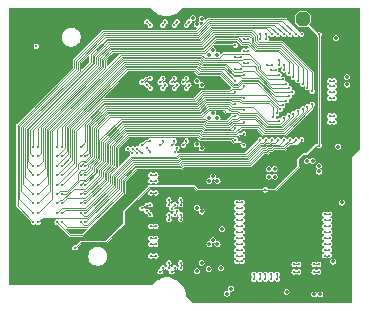
<source format=gbr>
%TF.GenerationSoftware,KiCad,Pcbnew,8.0.5*%
%TF.CreationDate,2025-10-24T05:54:48-05:00*%
%TF.ProjectId,iris-128s,69726973-2d31-4323-9873-2e6b69636164,1*%
%TF.SameCoordinates,Original*%
%TF.FileFunction,Copper,L6,Inr*%
%TF.FilePolarity,Positive*%
%FSLAX46Y46*%
G04 Gerber Fmt 4.6, Leading zero omitted, Abs format (unit mm)*
G04 Created by KiCad (PCBNEW 8.0.5) date 2025-10-24 05:54:48*
%MOMM*%
%LPD*%
G01*
G04 APERTURE LIST*
G04 Aperture macros list*
%AMOutline5P*
0 Free polygon, 5 corners , with rotation*
0 The origin of the aperture is its center*
0 number of corners: always 5*
0 $1 to $10 corner X, Y*
0 $11 Rotation angle, in degrees counterclockwise*
0 create outline with 5 corners*
4,1,5,$1,$2,$3,$4,$5,$6,$7,$8,$9,$10,$1,$2,$11*%
%AMOutline6P*
0 Free polygon, 6 corners , with rotation*
0 The origin of the aperture is its center*
0 number of corners: always 6*
0 $1 to $12 corner X, Y*
0 $13 Rotation angle, in degrees counterclockwise*
0 create outline with 6 corners*
4,1,6,$1,$2,$3,$4,$5,$6,$7,$8,$9,$10,$11,$12,$1,$2,$13*%
%AMOutline7P*
0 Free polygon, 7 corners , with rotation*
0 The origin of the aperture is its center*
0 number of corners: always 7*
0 $1 to $14 corner X, Y*
0 $15 Rotation angle, in degrees counterclockwise*
0 create outline with 7 corners*
4,1,7,$1,$2,$3,$4,$5,$6,$7,$8,$9,$10,$11,$12,$13,$14,$1,$2,$15*%
%AMOutline8P*
0 Free polygon, 8 corners , with rotation*
0 The origin of the aperture is its center*
0 number of corners: always 8*
0 $1 to $16 corner X, Y*
0 $17 Rotation angle, in degrees counterclockwise*
0 create outline with 8 corners*
4,1,8,$1,$2,$3,$4,$5,$6,$7,$8,$9,$10,$11,$12,$13,$14,$15,$16,$1,$2,$17*%
G04 Aperture macros list end*
%TA.AperFunction,ComponentPad*%
%ADD10Outline8P,-0.609600X0.252505X-0.252505X0.609600X0.252505X0.609600X0.609600X0.252505X0.609600X-0.252505X0.252505X-0.609600X-0.252505X-0.609600X-0.609600X-0.252505X90.000000*%
%TD*%
%TA.AperFunction,ViaPad*%
%ADD11C,0.355600*%
%TD*%
%TA.AperFunction,ViaPad*%
%ADD12C,0.304800*%
%TD*%
%TA.AperFunction,Conductor*%
%ADD13C,0.076200*%
%TD*%
G04 APERTURE END LIST*
D10*
%TO.N,/REF_ELEC*%
%TO.C,REF0*%
X120622500Y-81188000D03*
%TD*%
%TO.N,GND1*%
%TO.C,GND1*%
X124315000Y-81188000D03*
%TD*%
D11*
%TO.N,/analog_muxes_switches/SDO3*%
X111328200Y-81127600D03*
%TO.N,/SCLK_SW*%
X113004600Y-89179400D03*
X113004600Y-94513400D03*
X113004600Y-83820000D03*
X113004600Y-99872800D03*
D12*
X121571620Y-101961560D03*
X121952620Y-101961560D03*
D11*
%TO.N,/CSb_SW*%
X112699800Y-100253800D03*
X112699800Y-89560400D03*
X112699800Y-94894400D03*
X112699800Y-84201000D03*
D12*
X119869820Y-101961560D03*
X120250820Y-101961560D03*
D11*
%TO.N,/MISO_SW*%
X113669822Y-102275602D03*
D12*
X119869820Y-102596560D03*
X120250820Y-102596560D03*
D11*
%TO.N,/MOSI_SW*%
X113766600Y-98955860D03*
X112633760Y-102362000D03*
D12*
X121571620Y-102596560D03*
X121952620Y-102596560D03*
%TO.N,/REC1IN62*%
X110759240Y-81701640D03*
X110962440Y-81419700D03*
%TO.N,/REC1IN34*%
X109743240Y-86194900D03*
X109514640Y-86525100D03*
%TO.N,/REC1IN29*%
X110761780Y-87048340D03*
X110962440Y-86766400D03*
%TO.N,/REC1IN36*%
X108752640Y-86194900D03*
X108524040Y-86525100D03*
%TO.N,/REC1IN5*%
X108755180Y-91541600D03*
X108526580Y-91871800D03*
%TO.N,/REC1IN23*%
X107419140Y-86766400D03*
X107698540Y-87045800D03*
%TO.N,/REC1IN60*%
X109743240Y-81701640D03*
X109946440Y-81419700D03*
%TO.N,/REC1IN31*%
X110759240Y-86194900D03*
X110505240Y-86525100D03*
%TO.N,/REC1IN58*%
X108752640Y-81701640D03*
X108955840Y-81419700D03*
%TO.N,/REC1IN38*%
X106987340Y-86522560D03*
X107696000Y-86192360D03*
%TO.N,/REC1IN27*%
X109745780Y-87048340D03*
X109948980Y-86766400D03*
%TO.N,/REC1IN25*%
X108755180Y-87048340D03*
X108958380Y-86766400D03*
%TO.N,/REC1IN1*%
X110761780Y-91541600D03*
X110507780Y-91871800D03*
%TO.N,/REC1IN3*%
X109745780Y-91541600D03*
X109517180Y-91871800D03*
%TO.N,/REC1IN56*%
X107416600Y-81419700D03*
X107696000Y-81699100D03*
%TO.N,/REC1IN7*%
X106989880Y-91869260D03*
X107698540Y-91539060D03*
D11*
%TO.N,VDD2*%
X119242840Y-104287360D03*
X123903740Y-96723160D03*
X120957340Y-93194860D03*
X123190000Y-101716000D03*
X121434860Y-93194860D03*
D12*
%TO.N,/REF_ELEC*%
X98042720Y-83485360D03*
X122001280Y-91899740D03*
X101319340Y-100550340D03*
X117450000Y-95654200D03*
X122000000Y-82496820D03*
D11*
%TO.N,VDD3*%
X121571620Y-104501560D03*
X113385600Y-94894400D03*
X113385600Y-89560400D03*
X122079620Y-104501560D03*
X113385600Y-84201000D03*
X113385600Y-100253800D03*
D12*
%TO.N,/MISO1p*%
X122870790Y-89891240D03*
X123264490Y-89891240D03*
%TO.N,/SCLKm*%
X122872500Y-87399500D03*
X123266200Y-87399500D03*
%TO.N,/CSbp*%
X122872500Y-86900640D03*
X123266200Y-86900640D03*
D11*
%TO.N,/MOSIp*%
X124337820Y-86092620D03*
D12*
%TO.N,/SCLKp*%
X122872500Y-87900640D03*
X123266200Y-87900640D03*
D11*
%TO.N,/MOSIm*%
X124337820Y-86732620D03*
D12*
%TO.N,/CSbm*%
X122872500Y-86400640D03*
X123266200Y-86400640D03*
%TO.N,/MISO1m*%
X122872500Y-89400640D03*
X123266200Y-89400640D03*
%TO.N,/CSbp_STIM*%
X122870620Y-98215360D03*
X122476920Y-98216000D03*
%TO.N,/CSbm_STIM*%
X122872500Y-97716000D03*
X122478800Y-97716640D03*
%TO.N,/SCLKm_STIM*%
X122870620Y-98715360D03*
X122476920Y-98716000D03*
%TO.N,/SCLKp_STIM*%
X122870620Y-99215360D03*
X122476920Y-99216000D03*
%TO.N,/MOSIp_STIM*%
X122870620Y-100215360D03*
X122476920Y-100216000D03*
%TO.N,/MOSIm_STIM*%
X122870620Y-99715360D03*
X122476920Y-99716000D03*
%TO.N,/MISOp_STIM*%
X122868720Y-101216000D03*
X122475020Y-101216640D03*
%TO.N,/MISOm_STIM*%
X122868720Y-100716000D03*
X122475020Y-100716640D03*
%TO.N,/STIMIN13*%
X117450000Y-103216000D03*
X117450000Y-102784200D03*
%TO.N,/STIMIN14*%
X117950000Y-103216000D03*
X109747810Y-92409140D03*
X109951010Y-92127200D03*
X117950000Y-102784200D03*
%TO.N,/STIMIN3*%
X109747810Y-96902400D03*
X115036600Y-98216460D03*
X109519210Y-97232600D03*
X115468400Y-98216460D03*
%TO.N,/STIMIN5*%
X115036600Y-99216460D03*
X115468400Y-99216460D03*
%TO.N,/STIMIN10*%
X115036600Y-101716000D03*
X115468400Y-101716000D03*
%TO.N,/STIMIN12*%
X116950000Y-103216000D03*
X107421170Y-92127200D03*
X107700570Y-92406600D03*
X116950000Y-102784200D03*
%TO.N,/STIMIN8*%
X115036600Y-100716460D03*
X108757210Y-102252400D03*
X108528610Y-102582600D03*
X115468400Y-100716460D03*
%TO.N,/STIMIN7*%
X115036600Y-100216460D03*
X115468400Y-100216460D03*
%TO.N,/STIMIN6*%
X115036600Y-99716460D03*
X115468400Y-99716460D03*
%TO.N,/STIMIN9*%
X109747810Y-102252400D03*
X115036600Y-101216460D03*
X115468400Y-101216460D03*
X109519210Y-102582600D03*
%TO.N,/STIMIN0*%
X115036600Y-96716460D03*
X106991910Y-97230060D03*
X115468400Y-96716460D03*
X107700570Y-96899860D03*
%TO.N,/STIMIN2*%
X115036600Y-97716460D03*
X115468400Y-97716460D03*
%TO.N,/STIMIN11*%
X116450000Y-103216000D03*
X107421170Y-97477200D03*
X107700570Y-97756600D03*
X116450000Y-102784200D03*
%TO.N,/STIMIN15*%
X118450000Y-103216000D03*
X118450000Y-102784200D03*
%TO.N,/STIMIN4*%
X109747810Y-97759140D03*
X115036600Y-98716460D03*
X109951010Y-97477200D03*
X115468400Y-98716460D03*
%TO.N,/STIMIN1*%
X115036600Y-97216460D03*
X115468400Y-97216460D03*
%TO.N,/REC0IN10*%
X98191900Y-93603520D03*
X119401380Y-85796820D03*
%TO.N,/REC0IN52*%
X101804720Y-97603400D03*
X118001380Y-91400000D03*
%TO.N,/REC0IN62*%
X99804720Y-98403400D03*
X120501380Y-91400000D03*
%TO.N,/REC0IN49*%
X101804720Y-93603400D03*
X118601380Y-89796820D03*
%TO.N,/REC0IN63*%
X100191900Y-96803520D03*
X121401380Y-88396820D03*
%TO.N,/REC0IN24*%
X114901380Y-85396820D03*
X115347380Y-85396580D03*
%TO.N,/REC0IN60*%
X100191900Y-98403520D03*
X120001380Y-91400000D03*
%TO.N,/REC0IN27*%
X98191900Y-96803520D03*
X119201380Y-86696820D03*
%TO.N,/REC0IN30*%
X99804720Y-94403400D03*
X115601380Y-86896820D03*
%TO.N,/REC0IN56*%
X102191900Y-98403520D03*
X119001380Y-91400000D03*
%TO.N,/REC0IN32*%
X100191900Y-94403520D03*
X114901380Y-87396820D03*
%TO.N,/REC0IN11*%
X97804720Y-94403400D03*
X118001380Y-82496820D03*
%TO.N,/REC0IN20*%
X114901380Y-84396820D03*
X115347380Y-84396580D03*
%TO.N,/REC0IN57*%
X101804720Y-95203400D03*
X120201380Y-88996820D03*
%TO.N,/REC0IN55*%
X100191900Y-96003520D03*
X119801380Y-89196820D03*
%TO.N,/REC0IN48*%
X100191900Y-97603520D03*
X117001380Y-91400000D03*
%TO.N,/REC0IN50*%
X102191900Y-97603520D03*
X117501380Y-91400000D03*
%TO.N,/REC0IN34*%
X100191900Y-92803520D03*
X119451380Y-87746820D03*
%TO.N,/REC0IN42*%
X101804720Y-92803400D03*
X118401380Y-89166820D03*
%TO.N,/REC0IN18*%
X116001800Y-83896200D03*
X115601380Y-83896820D03*
%TO.N,/REC0IN41*%
X102191900Y-95203520D03*
X115601380Y-89896820D03*
%TO.N,/REC0IN31*%
X100191900Y-92003520D03*
X119701380Y-87396820D03*
%TO.N,/REC0IN58*%
X101804720Y-98403400D03*
X119501380Y-91400000D03*
%TO.N,/REC0IN54*%
X98191900Y-98403520D03*
X118501380Y-91400000D03*
%TO.N,/REC0IN47*%
X102191900Y-96803520D03*
X114901380Y-91396820D03*
%TO.N,/REC0IN3*%
X97804720Y-97603400D03*
X120001380Y-82496820D03*
%TO.N,/REC0IN5*%
X97804720Y-96803400D03*
X119501380Y-82496820D03*
%TO.N,/REC0IN23*%
X98191900Y-95203520D03*
X118601380Y-85896820D03*
%TO.N,/REC0IN59*%
X99804720Y-96803400D03*
X120601380Y-88796820D03*
%TO.N,/REC0IN9*%
X97804720Y-95203400D03*
X118501380Y-82496820D03*
%TO.N,/REC0IN6*%
X98191900Y-92003520D03*
X120201380Y-86396820D03*
%TO.N,/REC0IN37*%
X102191900Y-93603520D03*
X115601380Y-88896820D03*
%TO.N,/REC0IN46*%
X99804720Y-97603400D03*
X115601380Y-91896820D03*
%TO.N,/REC0IN19*%
X117601720Y-85096400D03*
X118001380Y-85096820D03*
%TO.N,/REC0IN8*%
X98191900Y-92803520D03*
X119801380Y-86096820D03*
%TO.N,/REC0IN25*%
X98191900Y-96003520D03*
X118901380Y-86296820D03*
%TO.N,/REC0IN38*%
X100191900Y-93603520D03*
X118901380Y-88466820D03*
%TO.N,/REC0IN17*%
X116001800Y-82897980D03*
X115601380Y-82896820D03*
%TO.N,/REC0IN13*%
X117500400Y-82897980D03*
X117501380Y-82496820D03*
%TO.N,/REC0IN45*%
X101804720Y-96803400D03*
X115601380Y-90896820D03*
%TO.N,/REC0IN7*%
X97804720Y-96003400D03*
X119001380Y-82496820D03*
%TO.N,/REC0IN12*%
X119001540Y-85097620D03*
X119001380Y-85496820D03*
%TO.N,/REC0IN40*%
X99804720Y-95203400D03*
X118701380Y-88816820D03*
%TO.N,/REC0IN2*%
X97804720Y-92803400D03*
X121001380Y-86996820D03*
%TO.N,/REC0IN33*%
X101804720Y-92003400D03*
X115601380Y-87896820D03*
%TO.N,/REC0IN15*%
X117000400Y-82897980D03*
X117001380Y-82496820D03*
%TO.N,/REC0IN14*%
X118601540Y-84697620D03*
X118601380Y-85096820D03*
%TO.N,/REC0IN44*%
X102191900Y-92803520D03*
X118101380Y-89516820D03*
%TO.N,/REC0IN35*%
X100191900Y-95203520D03*
X114901380Y-88396820D03*
%TO.N,/REC0IN1*%
X97804720Y-98403400D03*
X120501380Y-82496820D03*
%TO.N,/REC0IN39*%
X102191900Y-94403520D03*
X114901380Y-89396820D03*
%TO.N,/REC0IN26*%
X99804720Y-92003400D03*
X115601380Y-85896820D03*
%TO.N,/REC0IN61*%
X102191900Y-96003520D03*
X121001380Y-88596820D03*
%TO.N,/REC0IN22*%
X116001800Y-84896200D03*
X115601380Y-84896820D03*
%TO.N,/REC0IN53*%
X101804720Y-94403400D03*
X119401380Y-89396820D03*
%TO.N,/REC0IN51*%
X99804720Y-96003400D03*
X119001380Y-89596820D03*
%TO.N,/REC0IN0*%
X97804720Y-93603400D03*
X121401380Y-87296820D03*
%TO.N,/REC0IN29*%
X98191900Y-97603520D03*
X119451380Y-87046820D03*
%TO.N,/REC0IN36*%
X99804720Y-93603400D03*
X119201380Y-88096820D03*
%TO.N,/REC0IN16*%
X98191900Y-94403520D03*
X114901380Y-83396820D03*
%TO.N,/REC0IN43*%
X101804720Y-96003400D03*
X114901380Y-90396820D03*
%TO.N,/REC0IN28*%
X99804720Y-92803400D03*
X114901380Y-86396820D03*
%TO.N,/REC0IN4*%
X97804720Y-92003400D03*
X120601380Y-86696820D03*
%TO.N,/REC0IN21*%
X117901720Y-85496400D03*
X118301380Y-85496820D03*
D11*
%TO.N,VDD1*%
X121965720Y-93621580D03*
X121965720Y-94099100D03*
X123587097Y-91986100D03*
X123445657Y-82801820D03*
%TO.N,GND1*%
X118145600Y-104287360D03*
X124000000Y-94000000D03*
X122842020Y-96042160D03*
X124000000Y-101000000D03*
X105700000Y-103100000D03*
X123600000Y-84600000D03*
X114495580Y-94513400D03*
X100146180Y-84821180D03*
X96200000Y-97800000D03*
X121932700Y-94683580D03*
X111000000Y-103200000D03*
X124000000Y-104800000D03*
X96200000Y-88300000D03*
X113600000Y-103100000D03*
X96200000Y-85000000D03*
X124000000Y-85400000D03*
X124000000Y-99000000D03*
X96300000Y-80900000D03*
X101000000Y-101900000D03*
X113792000Y-83820000D03*
X114400000Y-95300000D03*
X97996979Y-84803400D03*
X96200000Y-99100000D03*
X112500000Y-104800000D03*
X122341640Y-103230680D03*
X107008740Y-87589060D03*
X105000000Y-101000000D03*
X106400000Y-101400000D03*
X120906540Y-92102940D03*
X102174779Y-84803400D03*
X122326400Y-81851500D03*
X118000000Y-80700000D03*
X99819179Y-99203400D03*
X103996979Y-99203400D03*
X116000000Y-80700000D03*
X114310160Y-103014780D03*
X124000000Y-103000000D03*
X104174779Y-84803400D03*
X107800000Y-80800000D03*
X113792000Y-94513400D03*
X106615040Y-95341140D03*
X119869820Y-94976560D03*
X124400000Y-84500000D03*
X97819179Y-99203400D03*
X120611900Y-82067400D03*
X98000000Y-102000000D03*
X96200000Y-103100000D03*
X122374660Y-104068880D03*
X113500000Y-80800000D03*
X115003580Y-92120720D03*
X122000000Y-93000000D03*
X123903740Y-97185480D03*
X124000000Y-96000000D03*
X106700000Y-81600000D03*
X105700000Y-80900000D03*
X98000000Y-82000000D03*
X124416820Y-82763360D03*
X106200000Y-91600000D03*
X119100000Y-93400000D03*
X110600000Y-80800000D03*
X102000000Y-81900000D03*
X101844579Y-99203400D03*
X113792000Y-89281000D03*
X117400000Y-93400000D03*
X124040900Y-88783160D03*
X100000000Y-81900000D03*
X106200000Y-99100000D03*
X113792000Y-99872800D03*
X106600000Y-97000000D03*
X114193320Y-103600840D03*
X96200000Y-86700000D03*
D12*
%TO.N,/RS10*%
X107751880Y-95900000D03*
X108158280Y-95900000D03*
%TO.N,/RS12*%
X106603800Y-92171520D03*
X106984800Y-92557600D03*
%TO.N,/RS3*%
X107751880Y-100250000D03*
X108158280Y-100250000D03*
%TO.N,/RS9*%
X110256320Y-96901000D03*
X110256320Y-96494600D03*
%TO.N,/RS14*%
X105791000Y-92171520D03*
X106172000Y-92557600D03*
%TO.N,/RS8*%
X109265720Y-96901000D03*
X109265720Y-96494600D03*
%TO.N,/RS5*%
X107751880Y-98750000D03*
X108158280Y-98750000D03*
%TO.N,/RS6*%
X110256320Y-97759520D03*
X110256320Y-98165920D03*
%TO.N,/RS11*%
X107751880Y-94900000D03*
X108158280Y-94900000D03*
%TO.N,/RS7*%
X109265720Y-97759520D03*
X109265720Y-98165920D03*
%TO.N,/RS13*%
X107751880Y-94399100D03*
X108158280Y-94399100D03*
%TO.N,/RS15*%
X106197400Y-92171520D03*
X106578400Y-92557600D03*
%TO.N,/RS2*%
X107751880Y-101250000D03*
X108158280Y-101250000D03*
%TO.N,/RS0*%
X109265720Y-102252780D03*
X109265720Y-101846380D03*
%TO.N,/RS1*%
X110256320Y-102252780D03*
X110256320Y-101846380D03*
%TO.N,/RS4*%
X107751880Y-99750000D03*
X108158280Y-99750000D03*
D11*
%TO.N,VSS_SW*%
X111653000Y-81650000D03*
X111633000Y-86461600D03*
X111633000Y-97155000D03*
X111633000Y-102514400D03*
X111633000Y-91808300D03*
X114193320Y-104429560D03*
%TO.N,VDD_SW*%
X112039400Y-81200000D03*
X112039400Y-92138500D03*
X112039400Y-101854000D03*
X114531140Y-104018080D03*
X112039400Y-97485200D03*
X112039400Y-86791800D03*
%TO.N,VSTIMp*%
X117749320Y-93903800D03*
X118226840Y-93903800D03*
%TO.N,VSTIMm*%
X118226840Y-94526100D03*
X117749320Y-94526100D03*
%TD*%
D13*
%TO.N,/SCLK_SW*%
X121952620Y-101961560D02*
X121571620Y-101961560D01*
%TO.N,/CSb_SW*%
X120250820Y-101961560D02*
X119869820Y-101961560D01*
%TO.N,/MISO_SW*%
X120250820Y-102596560D02*
X119869820Y-102596560D01*
%TO.N,/MOSI_SW*%
X121952620Y-102596560D02*
X121571620Y-102596560D01*
%TO.N,/REC1IN62*%
X110759240Y-81622900D02*
X110962440Y-81419700D01*
X110759240Y-81701640D02*
X110759240Y-81622900D01*
%TO.N,/REC1IN34*%
X109743240Y-86296500D02*
X109514640Y-86525100D01*
X109743240Y-86194900D02*
X109743240Y-86296500D01*
%TO.N,/REC1IN29*%
X110761780Y-86969600D02*
X110964980Y-86766400D01*
X110761780Y-87048340D02*
X110761780Y-86969600D01*
%TO.N,/REC1IN36*%
X108752640Y-86194900D02*
X108752640Y-86296500D01*
X108752640Y-86296500D02*
X108524040Y-86525100D01*
%TO.N,/REC1IN5*%
X108755180Y-91541600D02*
X108755180Y-91643200D01*
X108755180Y-91643200D02*
X108526580Y-91871800D01*
%TO.N,/REC1IN23*%
X107419140Y-86766400D02*
X107698540Y-87045800D01*
%TO.N,/REC1IN60*%
X109743240Y-81622900D02*
X109946440Y-81419700D01*
X109743240Y-81701640D02*
X109743240Y-81622900D01*
%TO.N,/REC1IN31*%
X110759240Y-86271100D02*
X110505240Y-86525100D01*
X110759240Y-86194900D02*
X110759240Y-86271100D01*
%TO.N,/REC1IN58*%
X108752640Y-81622900D02*
X108955840Y-81419700D01*
X108752640Y-81701640D02*
X108752640Y-81622900D01*
%TO.N,/REC1IN38*%
X106987340Y-86522560D02*
X107317540Y-86192360D01*
X107317540Y-86192360D02*
X107696000Y-86192360D01*
%TO.N,/REC1IN27*%
X109745780Y-87048340D02*
X109745780Y-86969600D01*
X109745780Y-86969600D02*
X109948980Y-86766400D01*
%TO.N,/REC1IN25*%
X108755180Y-86969600D02*
X108958380Y-86766400D01*
X108755180Y-87048340D02*
X108755180Y-86969600D01*
%TO.N,/REC1IN1*%
X110761780Y-91541600D02*
X110761780Y-91617800D01*
X110761780Y-91617800D02*
X110507780Y-91871800D01*
%TO.N,/REC1IN3*%
X109745780Y-91643200D02*
X109517180Y-91871800D01*
X109745780Y-91541600D02*
X109745780Y-91643200D01*
%TO.N,/REC1IN56*%
X107416600Y-81419700D02*
X107696000Y-81699100D01*
%TO.N,/REC1IN7*%
X106989880Y-91869260D02*
X107320080Y-91539060D01*
X107320080Y-91539060D02*
X107698540Y-91539060D01*
%TO.N,/REF_ELEC*%
X121976320Y-82496820D02*
X120622500Y-81143000D01*
X120269000Y-93035120D02*
X120616980Y-92687140D01*
X121732040Y-91899740D02*
X122001280Y-91899740D01*
X101793680Y-100076000D02*
X103944420Y-100076000D01*
X120269000Y-93649800D02*
X120269000Y-93035120D01*
X111399320Y-95379540D02*
X111673980Y-95654200D01*
X101318060Y-100549060D02*
X101319340Y-100550340D01*
X103944420Y-100076000D02*
X105516680Y-98503740D01*
X120616980Y-92687140D02*
X120944640Y-92687140D01*
X122000000Y-91898460D02*
X122001280Y-91899740D01*
X118264600Y-95654200D02*
X120269000Y-93649800D01*
X101319340Y-100550340D02*
X101793680Y-100076000D01*
X105516680Y-98503740D02*
X105516680Y-97467420D01*
X98044000Y-83486640D02*
X98042720Y-83485360D01*
X111673980Y-95654200D02*
X117450000Y-95654200D01*
X122000000Y-82496820D02*
X122000000Y-91898460D01*
X122000000Y-82496820D02*
X121976320Y-82496820D01*
X107604560Y-95379540D02*
X111399320Y-95379540D01*
X117450000Y-95654200D02*
X118264600Y-95654200D01*
X120944640Y-92687140D02*
X121732040Y-91899740D01*
X105516680Y-97467420D02*
X107604560Y-95379540D01*
%TO.N,/MISO1p*%
X123264490Y-89891240D02*
X122870790Y-89891240D01*
%TO.N,/SCLKm*%
X123266200Y-87399500D02*
X122872500Y-87399500D01*
%TO.N,/CSbp*%
X122872500Y-86900640D02*
X123266200Y-86900640D01*
%TO.N,/SCLKp*%
X122872500Y-87900640D02*
X123266200Y-87900640D01*
%TO.N,/CSbm*%
X123266200Y-86400640D02*
X122872500Y-86400640D01*
%TO.N,/MISO1m*%
X123266200Y-89400640D02*
X122872500Y-89400640D01*
%TO.N,/CSbp_STIM*%
X122870620Y-98215360D02*
X122477560Y-98215360D01*
X122477560Y-98215360D02*
X122476920Y-98216000D01*
%TO.N,/CSbm_STIM*%
X122871860Y-97716640D02*
X122872500Y-97716000D01*
X122478800Y-97716640D02*
X122871860Y-97716640D01*
%TO.N,/SCLKm_STIM*%
X122476920Y-98716000D02*
X122869980Y-98716000D01*
X122869980Y-98716000D02*
X122870620Y-98715360D01*
%TO.N,/SCLKp_STIM*%
X122477560Y-99215360D02*
X122476920Y-99216000D01*
X122870620Y-99215360D02*
X122477560Y-99215360D01*
%TO.N,/MOSIp_STIM*%
X122476920Y-100216000D02*
X122869980Y-100216000D01*
X122869980Y-100216000D02*
X122870620Y-100215360D01*
%TO.N,/MOSIm_STIM*%
X122476920Y-99716000D02*
X122869980Y-99716000D01*
X122869980Y-99716000D02*
X122870620Y-99715360D01*
%TO.N,/MISOp_STIM*%
X122475660Y-101216000D02*
X122475020Y-101216640D01*
X122868720Y-101216000D02*
X122475660Y-101216000D01*
%TO.N,/MISOm_STIM*%
X122475660Y-100716000D02*
X122475020Y-100716640D01*
X122868720Y-100716000D02*
X122475660Y-100716000D01*
%TO.N,/STIMIN13*%
X117450000Y-102784200D02*
X117450000Y-103216000D01*
%TO.N,/STIMIN14*%
X117950000Y-102784200D02*
X117950000Y-103216000D01*
X109747810Y-92409140D02*
X109747810Y-92330400D01*
X109747810Y-92330400D02*
X109951010Y-92127200D01*
%TO.N,/STIMIN3*%
X115468400Y-98216460D02*
X115036600Y-98216460D01*
X109519210Y-97131000D02*
X109519210Y-97232600D01*
X109747810Y-96902400D02*
X109519210Y-97131000D01*
%TO.N,/STIMIN5*%
X115468400Y-99216460D02*
X115036600Y-99216460D01*
%TO.N,/STIMIN10*%
X115468400Y-101716000D02*
X115036600Y-101716000D01*
%TO.N,/STIMIN12*%
X107421170Y-92127200D02*
X107700570Y-92406600D01*
X116950000Y-102784200D02*
X116950000Y-103216000D01*
%TO.N,/STIMIN8*%
X108757210Y-102354000D02*
X108528610Y-102582600D01*
X115036600Y-100716460D02*
X115468400Y-100716460D01*
X108757210Y-102252400D02*
X108757210Y-102354000D01*
%TO.N,/STIMIN7*%
X115468400Y-100216460D02*
X115036600Y-100216460D01*
%TO.N,/STIMIN6*%
X115036600Y-99716460D02*
X115468400Y-99716460D01*
%TO.N,/STIMIN9*%
X109747810Y-102252400D02*
X109747810Y-102354000D01*
X115468400Y-101216460D02*
X115036600Y-101216460D01*
X109747810Y-102354000D02*
X109519210Y-102582600D01*
%TO.N,/STIMIN0*%
X115468400Y-96716460D02*
X115036600Y-96716460D01*
X107322110Y-96899860D02*
X107700570Y-96899860D01*
X106991910Y-97230060D02*
X107322110Y-96899860D01*
%TO.N,/STIMIN2*%
X115036600Y-97716460D02*
X115468400Y-97716460D01*
%TO.N,/STIMIN11*%
X116450000Y-102784200D02*
X116450000Y-103216000D01*
X107421170Y-97477200D02*
X107700570Y-97756600D01*
%TO.N,/STIMIN15*%
X118450000Y-102784200D02*
X118450000Y-103216000D01*
%TO.N,/STIMIN4*%
X109747810Y-97759140D02*
X109747810Y-97680400D01*
X109747810Y-97680400D02*
X109951010Y-97477200D01*
X115036600Y-98716460D02*
X115468400Y-98716460D01*
%TO.N,/STIMIN1*%
X115036600Y-97216460D02*
X115468400Y-97216460D01*
%TO.N,/REC0IN10*%
X98191900Y-93603520D02*
X98611000Y-93184420D01*
X118539260Y-83926680D02*
X119401380Y-84788800D01*
X116568594Y-83926680D02*
X118539260Y-83926680D01*
X98611000Y-93184420D02*
X98611000Y-90386945D01*
X115017463Y-82905600D02*
X115434023Y-83322160D01*
X104443201Y-83906360D02*
X112263886Y-83906360D01*
X115964074Y-83322160D02*
X116568594Y-83926680D01*
X113264646Y-82905600D02*
X115017463Y-82905600D01*
X103730279Y-85267666D02*
X103730279Y-84619282D01*
X112263886Y-83906360D02*
X113264646Y-82905600D01*
X119401380Y-84788800D02*
X119401380Y-85796820D01*
X115434023Y-83322160D02*
X115964074Y-83322160D01*
X98611000Y-90386945D02*
X103730279Y-85267666D01*
X103730279Y-84619282D02*
X104443201Y-83906360D01*
%TO.N,/REC0IN52*%
X104745600Y-95426991D02*
X102302371Y-97870220D01*
X106178872Y-93136720D02*
X104745600Y-94569992D01*
X117450206Y-91666700D02*
X117297806Y-91819100D01*
X110014272Y-93136720D02*
X106178872Y-93136720D01*
X118001380Y-91400000D02*
X117734680Y-91666700D01*
X115911612Y-92920820D02*
X110230172Y-92920820D01*
X117297806Y-91819100D02*
X117013332Y-91819100D01*
X117013332Y-91819100D02*
X115911612Y-92920820D01*
X104745600Y-94569992D02*
X104745600Y-95426991D01*
X110230172Y-92920820D02*
X110014272Y-93136720D01*
X102071540Y-97870220D02*
X101804720Y-97603400D01*
X102302371Y-97870220D02*
X102071540Y-97870220D01*
X117734680Y-91666700D02*
X117450206Y-91666700D01*
%TO.N,/REC0IN62*%
X120082280Y-91819100D02*
X119513332Y-91819100D01*
X116227242Y-93682820D02*
X110545802Y-93682820D01*
X110329902Y-93898720D02*
X106494502Y-93898720D01*
X105507600Y-95963440D02*
X101975540Y-99495500D01*
X110545802Y-93682820D02*
X110329902Y-93898720D01*
X117328962Y-92581100D02*
X116227242Y-93682820D01*
X100896820Y-99495500D02*
X99804720Y-98403400D01*
X119513332Y-91819100D02*
X119056132Y-92276300D01*
X105507600Y-94885622D02*
X105507600Y-95963440D01*
X117613436Y-92581100D02*
X117328962Y-92581100D01*
X117765836Y-92428700D02*
X117613436Y-92581100D01*
X106494502Y-93898720D02*
X105507600Y-94885622D01*
X119056132Y-92276300D02*
X118202710Y-92276300D01*
X120501380Y-91400000D02*
X120082280Y-91819100D01*
X118202710Y-92276300D02*
X118050310Y-92428700D01*
X101975540Y-99495500D02*
X100896820Y-99495500D01*
X118050310Y-92428700D02*
X117765836Y-92428700D01*
%TO.N,/REC0IN49*%
X102778560Y-92809557D02*
X102251297Y-93336820D01*
X114356254Y-88386920D02*
X112512588Y-88386920D01*
X112512588Y-88386920D02*
X111870268Y-89029240D01*
X102071300Y-93336820D02*
X101804720Y-93603400D01*
X111870268Y-89029240D02*
X104063699Y-89029240D01*
X102251297Y-93336820D02*
X102071300Y-93336820D01*
X116387132Y-88605360D02*
X115070011Y-88605360D01*
X114632854Y-88663520D02*
X114356254Y-88386920D01*
X104063699Y-89029240D02*
X102778560Y-90314379D01*
X102778560Y-90314379D02*
X102778560Y-92809557D01*
X118601380Y-89796820D02*
X117578592Y-89796820D01*
X115070011Y-88605360D02*
X115011851Y-88663520D01*
X117578592Y-89796820D02*
X116387132Y-88605360D01*
X115011851Y-88663520D02*
X114632854Y-88663520D01*
%TO.N,/REC0IN63*%
X105658582Y-90710720D02*
X104454960Y-91914342D01*
X115422577Y-90468320D02*
X114971597Y-90919300D01*
X121401380Y-88673652D02*
X119094772Y-90980260D01*
X100611000Y-96384420D02*
X100191900Y-96803520D01*
X111897234Y-90710720D02*
X105658582Y-90710720D01*
X103831200Y-94741391D02*
X102188171Y-96384420D01*
X104454960Y-93503943D02*
X103831200Y-94127703D01*
X116741410Y-90468320D02*
X115422577Y-90468320D01*
X119094772Y-90980260D02*
X117253350Y-90980260D01*
X114971597Y-90919300D02*
X112105814Y-90919300D01*
X103831200Y-94127703D02*
X103831200Y-94741391D01*
X112105814Y-90919300D02*
X111897234Y-90710720D01*
X117253350Y-90980260D02*
X116741410Y-90468320D01*
X104454960Y-91914342D02*
X104454960Y-93503943D01*
X121401380Y-88396820D02*
X121401380Y-88673652D01*
X102188171Y-96384420D02*
X100611000Y-96384420D01*
%TO.N,/REC0IN24*%
X114901620Y-85396580D02*
X114901380Y-85396820D01*
X115347380Y-85396580D02*
X114901620Y-85396580D01*
%TO.N,/REC0IN60*%
X117702710Y-92276300D02*
X117550310Y-92428700D01*
X105355200Y-94822496D02*
X105355200Y-95832917D01*
X102365497Y-98822620D02*
X100611000Y-98822620D01*
X119450206Y-91666700D02*
X118993006Y-92123900D01*
X105355200Y-95832917D02*
X102365497Y-98822620D01*
X117265836Y-92428700D02*
X116164116Y-93530420D01*
X119734680Y-91666700D02*
X119450206Y-91666700D01*
X118993006Y-92123900D02*
X118139584Y-92123900D01*
X120001380Y-91400000D02*
X119734680Y-91666700D01*
X116164116Y-93530420D02*
X110482676Y-93530420D01*
X117550310Y-92428700D02*
X117265836Y-92428700D01*
X106431376Y-93746320D02*
X105355200Y-94822496D01*
X110266776Y-93746320D02*
X106431376Y-93746320D01*
X118139584Y-92123900D02*
X117987184Y-92276300D01*
X110482676Y-93530420D02*
X110266776Y-93746320D01*
X100611000Y-98822620D02*
X100191900Y-98403520D01*
X117987184Y-92276300D02*
X117702710Y-92276300D01*
%TO.N,/REC0IN27*%
X116687600Y-85310980D02*
X116687600Y-85515972D01*
X105344089Y-84515960D02*
X111900448Y-84515960D01*
X99220600Y-95774820D02*
X99220600Y-90639449D01*
X98191900Y-96803520D02*
X99220600Y-95774820D01*
X116539520Y-85162900D02*
X116687600Y-85310980D01*
X116042440Y-85162900D02*
X116539520Y-85162900D01*
X116687600Y-85515972D02*
X117868448Y-86696820D01*
X111900448Y-84515960D02*
X112200168Y-84815680D01*
X116041820Y-85163520D02*
X116042440Y-85162900D01*
X115490909Y-85163520D02*
X116041820Y-85163520D01*
X117868448Y-86696820D02*
X119201380Y-86696820D01*
X112200168Y-84815680D02*
X115143069Y-84815680D01*
X99220600Y-90639449D02*
X105344089Y-84515960D01*
X115143069Y-84815680D02*
X115490909Y-85163520D01*
%TO.N,/REC0IN30*%
X112070706Y-87320120D02*
X111433466Y-87957360D01*
X114402131Y-87320120D02*
X112070706Y-87320120D01*
X101068200Y-90516057D02*
X101068200Y-93139920D01*
X115601380Y-86896820D02*
X115377480Y-87120720D01*
X115377480Y-87120720D02*
X114601531Y-87120720D01*
X111433466Y-87957360D02*
X103626897Y-87957360D01*
X101068200Y-93139920D02*
X99804720Y-94403400D01*
X114601531Y-87120720D02*
X114402131Y-87320120D01*
X103626897Y-87957360D02*
X101068200Y-90516057D01*
%TO.N,/REC0IN56*%
X117139584Y-92123900D02*
X116037864Y-93225620D01*
X117576458Y-91971500D02*
X117424058Y-92123900D01*
X110356424Y-93225620D02*
X110140524Y-93441520D01*
X117424058Y-92123900D02*
X117139584Y-92123900D01*
X106305124Y-93441520D02*
X105050400Y-94696244D01*
X105050400Y-95553243D02*
X102200123Y-98403520D01*
X119001380Y-91400000D02*
X118582280Y-91819100D01*
X117860932Y-91971500D02*
X117576458Y-91971500D01*
X118013332Y-91819100D02*
X117860932Y-91971500D01*
X102200123Y-98403520D02*
X102191900Y-98403520D01*
X116037864Y-93225620D02*
X110356424Y-93225620D01*
X105050400Y-94696244D02*
X105050400Y-95553243D01*
X110140524Y-93441520D02*
X106305124Y-93441520D01*
X118582280Y-91819100D02*
X118013332Y-91819100D01*
%TO.N,/REC0IN32*%
X103690023Y-88109760D02*
X101220600Y-90579183D01*
X101220600Y-93374820D02*
X100191900Y-94403520D01*
X114825680Y-87472520D02*
X112133832Y-87472520D01*
X112133832Y-87472520D02*
X111496592Y-88109760D01*
X114901380Y-87396820D02*
X114825680Y-87472520D01*
X111496592Y-88109760D02*
X103690023Y-88109760D01*
X101220600Y-90579183D02*
X101220600Y-93374820D01*
%TO.N,/REC0IN11*%
X97224660Y-90480129D02*
X102815879Y-84888910D01*
X97804720Y-94403400D02*
X97224660Y-93823340D01*
X104064445Y-82991960D02*
X111885130Y-82991960D01*
X117495760Y-81991200D02*
X118001380Y-82496820D01*
X97224660Y-93823340D02*
X97224660Y-90480129D01*
X102815879Y-84240526D02*
X104064445Y-82991960D01*
X102815879Y-84888910D02*
X102815879Y-84240526D01*
X111885130Y-82991960D02*
X112885890Y-81991200D01*
X112885890Y-81991200D02*
X117495760Y-81991200D01*
%TO.N,/REC0IN20*%
X114901620Y-84396580D02*
X114901380Y-84396820D01*
X115347380Y-84396580D02*
X114901620Y-84396580D01*
%TO.N,/REC0IN57*%
X112230348Y-89948720D02*
X105342952Y-89948720D01*
X116540388Y-89620720D02*
X115270177Y-89620720D01*
X103069200Y-94118917D02*
X102251297Y-94936820D01*
X115270177Y-89620720D02*
X115074977Y-89815920D01*
X117442728Y-90523060D02*
X116540388Y-89620720D01*
X120201380Y-88996820D02*
X120201380Y-89220569D01*
X105342952Y-89948720D02*
X103692960Y-91598712D01*
X120201380Y-89220569D02*
X118898889Y-90523060D01*
X103069200Y-93812073D02*
X103069200Y-94118917D01*
X102071300Y-94936820D02*
X101804720Y-95203400D01*
X102251297Y-94936820D02*
X102071300Y-94936820D01*
X103692960Y-91598712D02*
X103692960Y-93188313D01*
X118898889Y-90523060D02*
X117442728Y-90523060D01*
X103692960Y-93188313D02*
X103069200Y-93812073D01*
X112438928Y-90157300D02*
X112230348Y-89948720D01*
X115074977Y-89815920D02*
X114656994Y-89815920D01*
X114315614Y-90157300D02*
X112438928Y-90157300D01*
X114656994Y-89815920D02*
X114315614Y-90157300D01*
%TO.N,/REC0IN55*%
X114593868Y-89663520D02*
X114252488Y-90004900D01*
X103540560Y-93125187D02*
X102916800Y-93748947D01*
X100560848Y-96003520D02*
X100191900Y-96003520D01*
X103540560Y-91535586D02*
X103540560Y-93125187D01*
X115011851Y-89663520D02*
X114593868Y-89663520D01*
X116603514Y-89468320D02*
X115207051Y-89468320D01*
X117503314Y-90368120D02*
X116603514Y-89468320D01*
X119801380Y-89196820D02*
X119801380Y-89405043D01*
X118838303Y-90368120D02*
X117503314Y-90368120D01*
X105279826Y-89796320D02*
X103540560Y-91535586D01*
X112502054Y-90004900D02*
X112293474Y-89796320D01*
X102916800Y-94055791D02*
X102188171Y-94784420D01*
X102916800Y-93748947D02*
X102916800Y-94055791D01*
X101779948Y-94784420D02*
X100560848Y-96003520D01*
X102188171Y-94784420D02*
X101779948Y-94784420D01*
X115207051Y-89468320D02*
X115011851Y-89663520D01*
X119801380Y-89405043D02*
X118838303Y-90368120D01*
X114252488Y-90004900D02*
X112502054Y-90004900D01*
X112293474Y-89796320D02*
X105279826Y-89796320D01*
%TO.N,/REC0IN48*%
X104440800Y-95147317D02*
X102251417Y-97336700D01*
X104440800Y-94443740D02*
X104440800Y-95147317D01*
X110103920Y-92616020D02*
X109888020Y-92831920D01*
X106052620Y-92831920D02*
X104440800Y-94443740D01*
X115785360Y-92616020D02*
X110103920Y-92616020D01*
X117001380Y-91400000D02*
X115785360Y-92616020D01*
X109888020Y-92831920D02*
X106052620Y-92831920D01*
X102251417Y-97336700D02*
X100458720Y-97336700D01*
X100458720Y-97336700D02*
X100191900Y-97603520D01*
%TO.N,/REC0IN50*%
X110167046Y-92768420D02*
X109951146Y-92984320D01*
X117501380Y-91400000D02*
X117234680Y-91666700D01*
X106115746Y-92984320D02*
X104593200Y-94506866D01*
X104593200Y-94506866D02*
X104593200Y-95210443D01*
X109951146Y-92984320D02*
X106115746Y-92984320D01*
X104593200Y-95210443D02*
X102200123Y-97603520D01*
X102200123Y-97603520D02*
X102191900Y-97603520D01*
X115848486Y-92768420D02*
X110167046Y-92768420D01*
X116950206Y-91666700D02*
X115848486Y-92768420D01*
X117234680Y-91666700D02*
X116950206Y-91666700D01*
%TO.N,/REC0IN34*%
X100611000Y-92384420D02*
X100611000Y-90326679D01*
X105659719Y-85277960D02*
X111584818Y-85277960D01*
X111584818Y-85277960D02*
X111884538Y-85577680D01*
X114790909Y-86663520D02*
X115025180Y-86663520D01*
X100611000Y-90326679D02*
X105659719Y-85277960D01*
X115025180Y-86663520D02*
X115372780Y-86315920D01*
X113705069Y-85577680D02*
X114790909Y-86663520D01*
X116840970Y-86315920D02*
X118271870Y-87746820D01*
X118271870Y-87746820D02*
X119451380Y-87746820D01*
X100191900Y-92803520D02*
X100611000Y-92384420D01*
X111884538Y-85577680D02*
X113705069Y-85577680D01*
X115372780Y-86315920D02*
X116840970Y-86315920D01*
%TO.N,/REC0IN42*%
X112323210Y-87929720D02*
X111685970Y-88566960D01*
X118401380Y-89166820D02*
X118401380Y-88738434D01*
X102321360Y-90125001D02*
X102321360Y-92286760D01*
X118401380Y-88738434D02*
X117826466Y-88163520D01*
X117826466Y-88163520D02*
X115491380Y-88163520D01*
X114626057Y-87929720D02*
X112323210Y-87929720D01*
X103879401Y-88566960D02*
X102321360Y-90125001D01*
X115296180Y-87968320D02*
X114664657Y-87968320D01*
X102321360Y-92286760D02*
X101804720Y-92803400D01*
X115491380Y-88163520D02*
X115296180Y-87968320D01*
X111685970Y-88566960D02*
X103879401Y-88566960D01*
X114664657Y-87968320D02*
X114626057Y-87929720D01*
%TO.N,/REC0IN18*%
X116001180Y-83896820D02*
X116001800Y-83896200D01*
X115601380Y-83896820D02*
X116001180Y-83896820D01*
%TO.N,/REC0IN41*%
X114378740Y-90309700D02*
X112375802Y-90309700D01*
X115601380Y-89896820D02*
X115529880Y-89968320D01*
X115529880Y-89968320D02*
X114720120Y-89968320D01*
X112167222Y-90101120D02*
X105406078Y-90101120D01*
X112375802Y-90309700D02*
X112167222Y-90101120D01*
X103221600Y-93875199D02*
X103221600Y-94182043D01*
X105406078Y-90101120D02*
X103845360Y-91661838D01*
X103845360Y-93251439D02*
X103221600Y-93875199D01*
X103221600Y-94182043D02*
X102200123Y-95203520D01*
X103845360Y-91661838D02*
X103845360Y-93251439D01*
X102200123Y-95203520D02*
X102191900Y-95203520D01*
X114720120Y-89968320D02*
X114378740Y-90309700D01*
%TO.N,/REC0IN31*%
X116904096Y-86163520D02*
X118137396Y-87396820D01*
X105533467Y-84973160D02*
X111711070Y-84973160D01*
X113969217Y-85272880D02*
X114745557Y-86049220D01*
X111711070Y-84973160D02*
X112010790Y-85272880D01*
X115443000Y-86163520D02*
X116904096Y-86163520D01*
X100191900Y-92003520D02*
X100191900Y-90314727D01*
X112010790Y-85272880D02*
X113969217Y-85272880D01*
X100191900Y-90314727D02*
X105533467Y-84973160D01*
X114745557Y-86049220D02*
X115328700Y-86049220D01*
X118137396Y-87396820D02*
X119701380Y-87396820D01*
X115328700Y-86049220D02*
X115443000Y-86163520D01*
%TO.N,/REC0IN58*%
X110203650Y-93593920D02*
X106368250Y-93593920D01*
X117639584Y-92123900D02*
X117487184Y-92276300D01*
X105202800Y-95769791D02*
X102302371Y-98670220D01*
X116100990Y-93378020D02*
X110419550Y-93378020D01*
X110419550Y-93378020D02*
X110203650Y-93593920D01*
X117924058Y-92123900D02*
X117639584Y-92123900D01*
X118929880Y-91971500D02*
X118076458Y-91971500D01*
X106368250Y-93593920D02*
X105202800Y-94759370D01*
X102302371Y-98670220D02*
X102071540Y-98670220D01*
X117487184Y-92276300D02*
X117202710Y-92276300D01*
X119501380Y-91400000D02*
X118929880Y-91971500D01*
X118076458Y-91971500D02*
X117924058Y-92123900D01*
X102071540Y-98670220D02*
X101804720Y-98403400D01*
X105202800Y-94759370D02*
X105202800Y-95769791D01*
X117202710Y-92276300D02*
X116100990Y-93378020D01*
%TO.N,/REC0IN54*%
X117076458Y-91971500D02*
X115974738Y-93073220D01*
X117513332Y-91819100D02*
X117360932Y-91971500D01*
X117797806Y-91819100D02*
X117513332Y-91819100D01*
X118234680Y-91666700D02*
X117950206Y-91666700D01*
X104898000Y-95490117D02*
X102365497Y-98022620D01*
X110293298Y-93073220D02*
X110077398Y-93289120D01*
X117950206Y-91666700D02*
X117797806Y-91819100D01*
X118501380Y-91400000D02*
X118234680Y-91666700D01*
X102365497Y-98022620D02*
X98572800Y-98022620D01*
X115974738Y-93073220D02*
X110293298Y-93073220D01*
X104898000Y-94633118D02*
X104898000Y-95490117D01*
X110077398Y-93289120D02*
X106241998Y-93289120D01*
X98572800Y-98022620D02*
X98191900Y-98403520D01*
X117360932Y-91971500D02*
X117076458Y-91971500D01*
X106241998Y-93289120D02*
X104898000Y-94633118D01*
%TO.N,/REC0IN47*%
X104136000Y-94253955D02*
X104136000Y-94867643D01*
X114728660Y-91224100D02*
X111979562Y-91224100D01*
X105784834Y-91015520D02*
X104759760Y-92040594D01*
X104759760Y-92040594D02*
X104759760Y-93630195D01*
X111770982Y-91015520D02*
X105784834Y-91015520D01*
X104136000Y-94867643D02*
X102200123Y-96803520D01*
X111979562Y-91224100D02*
X111770982Y-91015520D01*
X104759760Y-93630195D02*
X104136000Y-94253955D01*
X102200123Y-96803520D02*
X102191900Y-96803520D01*
X114901380Y-91396820D02*
X114728660Y-91224100D01*
%TO.N,/REC0IN3*%
X120001380Y-82496820D02*
X118886160Y-81381600D01*
X96615060Y-96413740D02*
X97804720Y-97603400D01*
X101409500Y-84724535D02*
X101409500Y-85433185D01*
X118886160Y-81381600D02*
X112633386Y-81381600D01*
X103751675Y-82382360D02*
X101409500Y-84724535D01*
X112633386Y-81381600D02*
X111632626Y-82382360D01*
X96615060Y-90227625D02*
X96615060Y-96413740D01*
X101409500Y-85433185D02*
X96615060Y-90227625D01*
X111632626Y-82382360D02*
X103751675Y-82382360D01*
%TO.N,/REC0IN5*%
X112696512Y-81534000D02*
X111695752Y-82534760D01*
X96767460Y-90290751D02*
X96767460Y-95766140D01*
X111695752Y-82534760D02*
X103814801Y-82534760D01*
X96767460Y-95766140D02*
X97804720Y-96803400D01*
X118538560Y-81534000D02*
X112696512Y-81534000D01*
X103814801Y-82534760D02*
X101561900Y-84787661D01*
X101561900Y-84787661D02*
X101561900Y-85496311D01*
X101561900Y-85496311D02*
X96767460Y-90290751D01*
X119501380Y-82496820D02*
X118538560Y-81534000D01*
%TO.N,/REC0IN23*%
X113493892Y-84505800D02*
X113869812Y-84129880D01*
X98191900Y-95203520D02*
X98915800Y-94479620D01*
X116992400Y-85389720D02*
X117499500Y-85896820D01*
X112026700Y-84211160D02*
X112321340Y-84505800D01*
X116992400Y-85110320D02*
X116992400Y-85389720D01*
X105217837Y-84211160D02*
X112026700Y-84211160D01*
X112321340Y-84505800D02*
X113493892Y-84505800D01*
X115495951Y-84167980D02*
X116050060Y-84167980D01*
X98915800Y-94479620D02*
X98915800Y-90513197D01*
X98915800Y-90513197D02*
X105217837Y-84211160D01*
X116050060Y-84167980D02*
X116992400Y-85110320D01*
X117499500Y-85896820D02*
X118601380Y-85896820D01*
X113869812Y-84129880D02*
X115457851Y-84129880D01*
X115457851Y-84129880D02*
X115495951Y-84167980D01*
%TO.N,/REC0IN59*%
X101195474Y-95584420D02*
X100243074Y-96536820D01*
X112104096Y-90253520D02*
X105469204Y-90253520D01*
X120601380Y-89042600D02*
X118968520Y-90675460D01*
X100243074Y-96536820D02*
X100071300Y-96536820D01*
X116867662Y-90163520D02*
X115075840Y-90163520D01*
X120601380Y-88796820D02*
X120601380Y-89042600D01*
X114441866Y-90462100D02*
X112312676Y-90462100D01*
X117379602Y-90675460D02*
X116867662Y-90163520D01*
X115033040Y-90120720D02*
X114783246Y-90120720D01*
X100071300Y-96536820D02*
X99804720Y-96803400D01*
X103997760Y-93314565D02*
X103374000Y-93938325D01*
X105469204Y-90253520D02*
X103997760Y-91724964D01*
X114783246Y-90120720D02*
X114441866Y-90462100D01*
X112312676Y-90462100D02*
X112104096Y-90253520D01*
X115075840Y-90163520D02*
X115033040Y-90120720D01*
X103997760Y-91724964D02*
X103997760Y-93314565D01*
X118968520Y-90675460D02*
X117379602Y-90675460D01*
X103374000Y-93938325D02*
X103374000Y-94398591D01*
X103374000Y-94398591D02*
X102188171Y-95584420D01*
X102188171Y-95584420D02*
X101195474Y-95584420D01*
%TO.N,/REC0IN9*%
X102663479Y-84177400D02*
X104001319Y-82839560D01*
X102663479Y-84825784D02*
X102663479Y-84177400D01*
X97072260Y-94528340D02*
X97072260Y-90417003D01*
X117843360Y-81838800D02*
X118501380Y-82496820D01*
X97747320Y-95203400D02*
X97072260Y-94528340D01*
X104001319Y-82839560D02*
X111822004Y-82839560D01*
X111822004Y-82839560D02*
X112822764Y-81838800D01*
X97072260Y-90417003D02*
X102663479Y-84825784D01*
X112822764Y-81838800D02*
X117843360Y-81838800D01*
X97804720Y-95203400D02*
X97747320Y-95203400D01*
%TO.N,/REC0IN6*%
X112137634Y-83601560D02*
X113138394Y-82600800D01*
X104316949Y-83601560D02*
X112137634Y-83601560D01*
X103425479Y-85141414D02*
X103425479Y-84493030D01*
X113138394Y-82600800D02*
X116081791Y-82600800D01*
X116273580Y-82792589D02*
X116273580Y-83194909D01*
X103425479Y-84493030D02*
X104316949Y-83601560D01*
X118665512Y-83621880D02*
X120201380Y-85157748D01*
X120201380Y-85157748D02*
X120201380Y-86396820D01*
X98191900Y-92003520D02*
X98191900Y-90374993D01*
X116700551Y-83621880D02*
X118665512Y-83621880D01*
X98191900Y-90374993D02*
X103425479Y-85141414D01*
X116081791Y-82600800D02*
X116273580Y-82792589D01*
X116273580Y-83194909D02*
X116700551Y-83621880D01*
%TO.N,/REC0IN37*%
X115520480Y-88815920D02*
X114569728Y-88815920D01*
X111933394Y-89181640D02*
X104126825Y-89181640D01*
X112575714Y-88539320D02*
X111933394Y-89181640D01*
X102930960Y-90377505D02*
X102930960Y-92872683D01*
X104126825Y-89181640D02*
X102930960Y-90377505D01*
X102930960Y-92872683D02*
X102200123Y-93603520D01*
X114293128Y-88539320D02*
X112575714Y-88539320D01*
X102200123Y-93603520D02*
X102191900Y-93603520D01*
X114569728Y-88815920D02*
X114293128Y-88539320D01*
X115601380Y-88896820D02*
X115520480Y-88815920D01*
%TO.N,/REC0IN46*%
X111916436Y-91376500D02*
X111707856Y-91167920D01*
X104912160Y-92103720D02*
X104912160Y-93693321D01*
X104288400Y-95084191D02*
X102188291Y-97184300D01*
X114503889Y-91376500D02*
X111916436Y-91376500D01*
X111707856Y-91167920D02*
X105847960Y-91167920D01*
X115601380Y-91896820D02*
X115368080Y-91663520D01*
X100223820Y-97184300D02*
X99804720Y-97603400D01*
X102188291Y-97184300D02*
X100223820Y-97184300D01*
X104288400Y-94317081D02*
X104288400Y-95084191D01*
X114790909Y-91663520D02*
X114503889Y-91376500D01*
X105847960Y-91167920D02*
X104912160Y-92103720D01*
X115368080Y-91663520D02*
X114790909Y-91663520D01*
X104912160Y-93693321D02*
X104288400Y-94317081D01*
%TO.N,/REC0IN19*%
X118001380Y-85096820D02*
X117602140Y-85096820D01*
X117602140Y-85096820D02*
X117601720Y-85096400D01*
%TO.N,/REC0IN8*%
X113201520Y-82753200D02*
X115080589Y-82753200D01*
X116027200Y-83169760D02*
X116631720Y-83774280D01*
X112200760Y-83753960D02*
X113201520Y-82753200D01*
X98191900Y-92803520D02*
X98458600Y-92536820D01*
X116631720Y-83774280D02*
X118602386Y-83774280D01*
X98458600Y-92536820D02*
X98458600Y-90323819D01*
X104380075Y-83753960D02*
X112200760Y-83753960D01*
X103577879Y-85204540D02*
X103577879Y-84556156D01*
X118602386Y-83774280D02*
X119801380Y-84973274D01*
X115080589Y-82753200D02*
X115497149Y-83169760D01*
X103577879Y-84556156D02*
X104380075Y-83753960D01*
X115497149Y-83169760D02*
X116027200Y-83169760D01*
X98458600Y-90323819D02*
X103577879Y-85204540D01*
X119801380Y-84973274D02*
X119801380Y-86096820D01*
%TO.N,/REC0IN25*%
X99068200Y-90576323D02*
X105280963Y-84363560D01*
X115571911Y-84549220D02*
X116215774Y-84549220D01*
X116840000Y-85173446D02*
X116840000Y-85452846D01*
X98191900Y-96003520D02*
X99068200Y-95127220D01*
X116215774Y-84549220D02*
X116840000Y-85173446D01*
X115457851Y-84663280D02*
X115571911Y-84549220D01*
X117683974Y-86296820D02*
X118901380Y-86296820D01*
X105280963Y-84363560D02*
X111963574Y-84363560D01*
X112263294Y-84663280D02*
X115457851Y-84663280D01*
X99068200Y-95127220D02*
X99068200Y-90576323D01*
X111963574Y-84363560D02*
X112263294Y-84663280D01*
X116840000Y-85452846D02*
X117683974Y-86296820D01*
%TO.N,/REC0IN38*%
X113578817Y-85882480D02*
X114664657Y-86968320D01*
X100191900Y-93603520D02*
X100915800Y-92879620D01*
X105785971Y-85582760D02*
X111458566Y-85582760D01*
X114664657Y-86968320D02*
X115151432Y-86968320D01*
X111758286Y-85882480D02*
X113578817Y-85882480D01*
X115151432Y-86968320D02*
X115499032Y-86620720D01*
X111458566Y-85582760D02*
X111758286Y-85882480D01*
X100915800Y-92879620D02*
X100915800Y-90452931D01*
X115499032Y-86620720D02*
X116714718Y-86620720D01*
X116714718Y-86620720D02*
X118560818Y-88466820D01*
X118560818Y-88466820D02*
X118901380Y-88466820D01*
X100915800Y-90452931D02*
X105785971Y-85582760D01*
%TO.N,/REC0IN17*%
X116000640Y-82896820D02*
X116001800Y-82897980D01*
X115601380Y-82896820D02*
X116000640Y-82896820D01*
%TO.N,/REC0IN13*%
X117501380Y-82496820D02*
X117501380Y-82897000D01*
X117501380Y-82897000D02*
X117500400Y-82897980D01*
X117501380Y-82496820D02*
X117501380Y-82426520D01*
%TO.N,/REC0IN45*%
X115216180Y-90968320D02*
X115112800Y-91071700D01*
X105721708Y-90863120D02*
X104607360Y-91977468D01*
X103983600Y-94804517D02*
X102251297Y-96536820D01*
X115112800Y-91071700D02*
X112042688Y-91071700D01*
X111834108Y-90863120D02*
X105721708Y-90863120D01*
X104607360Y-93567069D02*
X103983600Y-94190829D01*
X115529880Y-90968320D02*
X115216180Y-90968320D01*
X102251297Y-96536820D02*
X102071300Y-96536820D01*
X115601380Y-90896820D02*
X115529880Y-90968320D01*
X112042688Y-91071700D02*
X111834108Y-90863120D01*
X104607360Y-91977468D02*
X104607360Y-93567069D01*
X102071300Y-96536820D02*
X101804720Y-96803400D01*
X103983600Y-94190829D02*
X103983600Y-94804517D01*
%TO.N,/REC0IN7*%
X103877927Y-82687160D02*
X101714300Y-84850787D01*
X101714300Y-84850787D02*
X101714300Y-85559437D01*
X119001380Y-82496820D02*
X118190960Y-81686400D01*
X96919860Y-90353877D02*
X96919860Y-95118540D01*
X118190960Y-81686400D02*
X112759638Y-81686400D01*
X111758878Y-82687160D02*
X103877927Y-82687160D01*
X101714300Y-85559437D02*
X96919860Y-90353877D01*
X112759638Y-81686400D02*
X111758878Y-82687160D01*
X96919860Y-95118540D02*
X97804720Y-96003400D01*
%TO.N,/REC0IN12*%
X119001380Y-85496820D02*
X119001380Y-85097780D01*
X119001380Y-85097780D02*
X119001540Y-85097620D01*
%TO.N,/REC0IN40*%
X114790909Y-87663520D02*
X114752309Y-87624920D01*
X111559718Y-88262160D02*
X103753149Y-88262160D01*
X117508592Y-87630120D02*
X115045251Y-87630120D01*
X103753149Y-88262160D02*
X101373000Y-90642309D01*
X101373000Y-90642309D02*
X101373000Y-93635120D01*
X115011851Y-87663520D02*
X114790909Y-87663520D01*
X118701380Y-88816820D02*
X118695292Y-88816820D01*
X101373000Y-93635120D02*
X99804720Y-95203400D01*
X115045251Y-87630120D02*
X115011851Y-87663520D01*
X118695292Y-88816820D02*
X117508592Y-87630120D01*
X112196958Y-87624920D02*
X111559718Y-88262160D01*
X114752309Y-87624920D02*
X112196958Y-87624920D01*
%TO.N,/REC0IN2*%
X118791764Y-83317080D02*
X121001380Y-85526696D01*
X116578380Y-83068657D02*
X116826803Y-83317080D01*
X97529460Y-90606381D02*
X103120679Y-85015162D01*
X97529460Y-92528140D02*
X97529460Y-90606381D01*
X121001380Y-85526696D02*
X121001380Y-86996820D01*
X116238394Y-82296000D02*
X116578380Y-82635986D01*
X104190697Y-83296760D02*
X112011382Y-83296760D01*
X116826803Y-83317080D02*
X118791764Y-83317080D01*
X112011382Y-83296760D02*
X113012142Y-82296000D01*
X103120679Y-84366778D02*
X104190697Y-83296760D01*
X103120679Y-85015162D02*
X103120679Y-84366778D01*
X97804720Y-92803400D02*
X97529460Y-92528140D01*
X116578380Y-82635986D02*
X116578380Y-83068657D01*
X113012142Y-82296000D02*
X116238394Y-82296000D01*
%TO.N,/REC0IN33*%
X114689183Y-87777320D02*
X112260084Y-87777320D01*
X115601380Y-87896820D02*
X115520480Y-87815920D01*
X102168960Y-91639160D02*
X101804720Y-92003400D01*
X115520480Y-87815920D02*
X114727783Y-87815920D01*
X112260084Y-87777320D02*
X111622844Y-88414560D01*
X114727783Y-87815920D02*
X114689183Y-87777320D01*
X111622844Y-88414560D02*
X103816275Y-88414560D01*
X102168960Y-90061875D02*
X102168960Y-91639160D01*
X103816275Y-88414560D02*
X102168960Y-90061875D01*
%TO.N,/REC0IN15*%
X117001380Y-82897000D02*
X117000400Y-82897980D01*
X117001380Y-82496820D02*
X117001380Y-82897000D01*
%TO.N,/REC0IN14*%
X118601380Y-85096820D02*
X118601380Y-84697780D01*
X118601380Y-84697780D02*
X118601540Y-84697620D01*
%TO.N,/REC0IN44*%
X102473760Y-90188127D02*
X102473760Y-92521660D01*
X118101380Y-88653960D02*
X117763340Y-88315920D01*
X118101380Y-89516820D02*
X118101380Y-88653960D01*
X115428254Y-88315920D02*
X115233054Y-88120720D01*
X114601531Y-88120720D02*
X114562931Y-88082120D01*
X112386336Y-88082120D02*
X111744016Y-88724440D01*
X111744016Y-88724440D02*
X103937447Y-88724440D01*
X115233054Y-88120720D02*
X114601531Y-88120720D01*
X102473760Y-92521660D02*
X102191900Y-92803520D01*
X117763340Y-88315920D02*
X115428254Y-88315920D01*
X103937447Y-88724440D02*
X102473760Y-90188127D01*
X114562931Y-88082120D02*
X112386336Y-88082120D01*
%TO.N,/REC0IN35*%
X111807142Y-88876840D02*
X104000573Y-88876840D01*
X101538020Y-93857400D02*
X100191900Y-95203520D01*
X101538020Y-93492929D02*
X101538020Y-93857400D01*
X114419380Y-88234520D02*
X112449462Y-88234520D01*
X114581680Y-88396820D02*
X114419380Y-88234520D01*
X114901380Y-88396820D02*
X114581680Y-88396820D01*
X104000573Y-88876840D02*
X102626160Y-90251253D01*
X102626160Y-92746431D02*
X102188171Y-93184420D01*
X101846529Y-93184420D02*
X101538020Y-93492929D01*
X112449462Y-88234520D02*
X111807142Y-88876840D01*
X102626160Y-90251253D02*
X102626160Y-92746431D01*
X102188171Y-93184420D02*
X101846529Y-93184420D01*
%TO.N,/REC0IN1*%
X96462660Y-97061340D02*
X97804720Y-98403400D01*
X111569500Y-82229960D02*
X103688549Y-82229960D01*
X119233760Y-81229200D02*
X112570260Y-81229200D01*
X101257100Y-84661409D02*
X101257100Y-85370059D01*
X103688549Y-82229960D02*
X101257100Y-84661409D01*
X120501380Y-82496820D02*
X119233760Y-81229200D01*
X96462660Y-90164499D02*
X96462660Y-97061340D01*
X101257100Y-85370059D02*
X96462660Y-90164499D01*
X112570260Y-81229200D02*
X111569500Y-82229960D01*
%TO.N,/REC0IN39*%
X112565180Y-89852500D02*
X112356600Y-89643920D01*
X114618520Y-89396820D02*
X114162840Y-89852500D01*
X102764400Y-93685821D02*
X102764400Y-93854492D01*
X114162840Y-89852500D02*
X112565180Y-89852500D01*
X112356600Y-89643920D02*
X105216700Y-89643920D01*
X105216700Y-89643920D02*
X103388160Y-91472460D01*
X114901380Y-89396820D02*
X114618520Y-89396820D01*
X102215372Y-94403520D02*
X102191900Y-94403520D01*
X103388160Y-93062061D02*
X102764400Y-93685821D01*
X102764400Y-93854492D02*
X102215372Y-94403520D01*
X103388160Y-91472460D02*
X103388160Y-93062061D01*
%TO.N,/REC0IN26*%
X99804720Y-92003400D02*
X99804720Y-90486381D01*
X111774196Y-84820760D02*
X112073916Y-85120480D01*
X112073916Y-85120480D02*
X114032343Y-85120480D01*
X114032343Y-85120480D02*
X114808683Y-85896820D01*
X99804720Y-90486381D02*
X105470341Y-84820760D01*
X114808683Y-85896820D02*
X115601380Y-85896820D01*
X105470341Y-84820760D02*
X111774196Y-84820760D01*
%TO.N,/REC0IN61*%
X102200123Y-96003520D02*
X102191900Y-96003520D01*
X121001380Y-88858126D02*
X119031646Y-90827860D01*
X112168940Y-90766900D02*
X111960360Y-90558320D01*
X104302560Y-91851216D02*
X104302560Y-93440817D01*
X111960360Y-90558320D02*
X105595456Y-90558320D01*
X103678800Y-94524843D02*
X102200123Y-96003520D01*
X117316476Y-90827860D02*
X116804536Y-90315920D01*
X103678800Y-94064577D02*
X103678800Y-94524843D01*
X114908471Y-90766900D02*
X112168940Y-90766900D01*
X115359451Y-90315920D02*
X114908471Y-90766900D01*
X119031646Y-90827860D02*
X117316476Y-90827860D01*
X104302560Y-93440817D02*
X103678800Y-94064577D01*
X105595456Y-90558320D02*
X104302560Y-91851216D01*
X121001380Y-88596820D02*
X121001380Y-88858126D01*
X116804536Y-90315920D02*
X115359451Y-90315920D01*
%TO.N,/REC0IN22*%
X116001180Y-84896820D02*
X116001800Y-84896200D01*
X115601380Y-84896820D02*
X116001180Y-84896820D01*
%TO.N,/REC0IN53*%
X115010331Y-89128600D02*
X114142520Y-89128600D01*
X114142520Y-89128600D02*
X113901220Y-88887300D01*
X104247997Y-89491520D02*
X103235760Y-90503757D01*
X112658786Y-88887300D02*
X112054566Y-89491520D01*
X103235760Y-90503757D02*
X103235760Y-92998935D01*
X112054566Y-89491520D02*
X104247997Y-89491520D01*
X103235760Y-92998935D02*
X102612000Y-93622695D01*
X102071300Y-94136820D02*
X101804720Y-94403400D01*
X119401380Y-89396820D02*
X119401380Y-89589517D01*
X116666640Y-89315920D02*
X115197651Y-89315920D01*
X117566440Y-90215720D02*
X116666640Y-89315920D01*
X118775177Y-90215720D02*
X117566440Y-90215720D01*
X119401380Y-89589517D02*
X118775177Y-90215720D01*
X115197651Y-89315920D02*
X115010331Y-89128600D01*
X102612000Y-93791366D02*
X102266546Y-94136820D01*
X102612000Y-93622695D02*
X102612000Y-93791366D01*
X113901220Y-88887300D02*
X112658786Y-88887300D01*
X102266546Y-94136820D02*
X102071300Y-94136820D01*
%TO.N,/REC0IN51*%
X103083360Y-92935809D02*
X103083360Y-90440631D01*
X100071300Y-95736820D02*
X100612022Y-95736820D01*
X114230002Y-88691720D02*
X114514482Y-88976200D01*
X103083360Y-90440631D02*
X104189951Y-89334040D01*
X114514482Y-88976200D02*
X115073457Y-88976200D01*
X100612022Y-95736820D02*
X101538020Y-94810822D01*
X112638840Y-88691720D02*
X114230002Y-88691720D01*
X101538020Y-94810822D02*
X101538020Y-94292929D01*
X99804720Y-96003400D02*
X100071300Y-95736820D01*
X104189951Y-89334040D02*
X111996520Y-89334040D01*
X119001380Y-89773991D02*
X119001380Y-89596820D01*
X115073457Y-88976200D02*
X115260777Y-89163520D01*
X102459600Y-93728240D02*
X102459600Y-93559569D01*
X115260777Y-89163520D02*
X116729766Y-89163520D01*
X102459600Y-93559569D02*
X103083360Y-92935809D01*
X118712051Y-90063320D02*
X119001380Y-89773991D01*
X101538020Y-94292929D02*
X101848709Y-93982240D01*
X101848709Y-93982240D02*
X102205600Y-93982240D01*
X102205600Y-93982240D02*
X102459600Y-93728240D01*
X111996520Y-89334040D02*
X112638840Y-88691720D01*
X117629566Y-90063320D02*
X118712051Y-90063320D01*
X116729766Y-89163520D02*
X117629566Y-90063320D01*
%TO.N,/REC0IN0*%
X116889929Y-83164680D02*
X118854890Y-83164680D01*
X97804720Y-93603400D02*
X97377060Y-93175740D01*
X102968279Y-84952036D02*
X102968279Y-84303652D01*
X118854890Y-83164680D02*
X121401380Y-85711170D01*
X116301520Y-82143600D02*
X116730780Y-82572860D01*
X97377060Y-93175740D02*
X97377060Y-90543255D01*
X111948256Y-83144360D02*
X112949016Y-82143600D01*
X104127571Y-83144360D02*
X111948256Y-83144360D01*
X116730780Y-83005531D02*
X116889929Y-83164680D01*
X97377060Y-90543255D02*
X102968279Y-84952036D01*
X116730780Y-82572860D02*
X116730780Y-83005531D01*
X121401380Y-85711170D02*
X121401380Y-87296820D01*
X102968279Y-84303652D02*
X104127571Y-83144360D01*
X112949016Y-82143600D02*
X116301520Y-82143600D01*
%TO.N,/REC0IN29*%
X118002922Y-87046820D02*
X119451380Y-87046820D01*
X105407215Y-84668360D02*
X111837322Y-84668360D01*
X114790669Y-85663280D02*
X115457851Y-85663280D01*
X98191900Y-97603520D02*
X99373000Y-96422420D01*
X112137042Y-84968080D02*
X114095469Y-84968080D01*
X99373000Y-96422420D02*
X99373000Y-90702575D01*
X111837322Y-84668360D02*
X112137042Y-84968080D01*
X116518542Y-85562440D02*
X118002922Y-87046820D01*
X115558691Y-85562440D02*
X116518542Y-85562440D01*
X99373000Y-90702575D02*
X105407215Y-84668360D01*
X115457851Y-85663280D02*
X115558691Y-85562440D01*
X114095469Y-84968080D02*
X114790669Y-85663280D01*
%TO.N,/REC0IN36*%
X111521692Y-85430360D02*
X111821412Y-85730080D01*
X115088306Y-86815920D02*
X115435906Y-86468320D01*
X113641943Y-85730080D02*
X114727783Y-86815920D01*
X105722845Y-85430360D02*
X111521692Y-85430360D01*
X99804720Y-93603400D02*
X99804720Y-93567871D01*
X111821412Y-85730080D02*
X113641943Y-85730080D01*
X99804720Y-93567871D02*
X100763400Y-92609191D01*
X114727783Y-86815920D02*
X115088306Y-86815920D01*
X115435906Y-86468320D02*
X116777844Y-86468320D01*
X100763400Y-90389805D02*
X105722845Y-85430360D01*
X116777844Y-86468320D02*
X118406344Y-88096820D01*
X118406344Y-88096820D02*
X119201380Y-88096820D01*
X100763400Y-92609191D02*
X100763400Y-90389805D01*
%TO.N,/REC0IN16*%
X104506327Y-84058760D02*
X112327012Y-84058760D01*
X98763400Y-93832020D02*
X98763400Y-90450071D01*
X103882679Y-85330792D02*
X103882679Y-84682408D01*
X98763400Y-90450071D02*
X103882679Y-85330792D01*
X112327012Y-84058760D02*
X112988952Y-83396820D01*
X112988952Y-83396820D02*
X114901380Y-83396820D01*
X98191900Y-94403520D02*
X98763400Y-93832020D01*
X103882679Y-84682408D02*
X104506327Y-84058760D01*
%TO.N,/REC0IN43*%
X103526400Y-94461717D02*
X102251297Y-95736820D01*
X104150160Y-93377691D02*
X103526400Y-94001451D01*
X112249550Y-90614500D02*
X112040970Y-90405920D01*
X114683700Y-90614500D02*
X112249550Y-90614500D01*
X103526400Y-94001451D02*
X103526400Y-94461717D01*
X104150160Y-91788090D02*
X104150160Y-93377691D01*
X102251297Y-95736820D02*
X102071300Y-95736820D01*
X114901380Y-90396820D02*
X114683700Y-90614500D01*
X105532330Y-90405920D02*
X104150160Y-91788090D01*
X102071300Y-95736820D02*
X101804720Y-96003400D01*
X112040970Y-90405920D02*
X105532330Y-90405920D01*
%TO.N,/REC0IN28*%
X111647944Y-85125560D02*
X111947664Y-85425280D01*
X105596593Y-85125560D02*
X111647944Y-85125560D01*
X114877631Y-86396820D02*
X114901380Y-86396820D01*
X113906091Y-85425280D02*
X114877631Y-86396820D01*
X111947664Y-85425280D02*
X113906091Y-85425280D01*
X100458600Y-90263553D02*
X105596593Y-85125560D01*
X99804720Y-92803400D02*
X100458600Y-92149520D01*
X100458600Y-92149520D02*
X100458600Y-90263553D01*
%TO.N,/REC0IN4*%
X116425980Y-82699112D02*
X116425980Y-83131783D01*
X103273079Y-85078288D02*
X103273079Y-84429904D01*
X120601380Y-85342222D02*
X120601380Y-86696820D01*
X104253823Y-83449160D02*
X112074508Y-83449160D01*
X113075268Y-82448400D02*
X116175268Y-82448400D01*
X97804720Y-90546647D02*
X103273079Y-85078288D01*
X116425980Y-83131783D02*
X116763677Y-83469480D01*
X112074508Y-83449160D02*
X113075268Y-82448400D01*
X116763677Y-83469480D02*
X118728638Y-83469480D01*
X97804720Y-92003400D02*
X97804720Y-90546647D01*
X118728638Y-83469480D02*
X120601380Y-85342222D01*
X116175268Y-82448400D02*
X116425980Y-82699112D01*
X103273079Y-84429904D02*
X104253823Y-83449160D01*
%TO.N,/REC0IN21*%
X118301380Y-85496820D02*
X117902140Y-85496820D01*
X117902140Y-85496820D02*
X117901720Y-85496400D01*
%TO.N,GND1*%
X115711851Y-92163520D02*
X115046380Y-92163520D01*
X115046380Y-92163520D02*
X115003580Y-92120720D01*
X120906540Y-91406980D02*
X120632860Y-91133300D01*
X116742071Y-91133300D02*
X115711851Y-92163520D01*
X120632860Y-91133300D02*
X116742071Y-91133300D01*
X120906540Y-92102940D02*
X120906540Y-91406980D01*
%TO.N,/RS10*%
X108158280Y-95900000D02*
X107751880Y-95900000D01*
%TO.N,/RS12*%
X106984800Y-92557600D02*
X106984800Y-92552520D01*
X106984800Y-92552520D02*
X106603800Y-92171520D01*
%TO.N,/RS3*%
X107751880Y-100250000D02*
X108158280Y-100250000D01*
%TO.N,/RS9*%
X110256320Y-96901000D02*
X110256320Y-96494600D01*
%TO.N,/RS14*%
X106172000Y-92557600D02*
X106172000Y-92552520D01*
X106172000Y-92552520D02*
X105791000Y-92171520D01*
%TO.N,/RS8*%
X109265720Y-96901000D02*
X109265720Y-96494600D01*
%TO.N,/RS5*%
X107751880Y-98750000D02*
X108158280Y-98750000D01*
%TO.N,/RS6*%
X110256320Y-98165920D02*
X110256320Y-97759520D01*
%TO.N,/RS11*%
X107751880Y-94900000D02*
X108158280Y-94900000D01*
%TO.N,/RS7*%
X109265720Y-98165920D02*
X109265720Y-97759520D01*
%TO.N,/RS13*%
X108158280Y-94399100D02*
X107751880Y-94399100D01*
%TO.N,/RS15*%
X106578400Y-92552520D02*
X106197400Y-92171520D01*
X106578400Y-92557600D02*
X106578400Y-92552520D01*
%TO.N,/RS2*%
X108158280Y-101250000D02*
X107751880Y-101250000D01*
%TO.N,/RS0*%
X109265720Y-102252780D02*
X109265720Y-101846380D01*
%TO.N,/RS1*%
X110256320Y-101846380D02*
X110256320Y-102252780D01*
%TO.N,/RS4*%
X108158280Y-99750000D02*
X107751880Y-99750000D01*
%TD*%
%TA.AperFunction,Conductor*%
%TO.N,GND1*%
G36*
X102307934Y-98948286D02*
G01*
X102318800Y-98974520D01*
X102307934Y-99000754D01*
X101938854Y-99369834D01*
X101912620Y-99380700D01*
X100959740Y-99380700D01*
X100933506Y-99369834D01*
X100564426Y-99000754D01*
X100553560Y-98974520D01*
X100564426Y-98948286D01*
X100590660Y-98937420D01*
X100633835Y-98937420D01*
X102281700Y-98937420D01*
X102307934Y-98948286D01*
G37*
%TD.AperFunction*%
%TA.AperFunction,Conductor*%
G36*
X107573742Y-91293586D02*
G01*
X107584608Y-91319820D01*
X107573742Y-91346054D01*
X107568119Y-91350668D01*
X107533369Y-91373886D01*
X107533366Y-91373889D01*
X107510728Y-91407771D01*
X107487118Y-91423547D01*
X107479880Y-91424260D01*
X107297242Y-91424260D01*
X107284885Y-91429378D01*
X107284886Y-91429379D01*
X107255050Y-91441737D01*
X107222756Y-91474030D01*
X107222757Y-91474031D01*
X107222756Y-91474032D01*
X107063318Y-91633469D01*
X107037084Y-91644335D01*
X107029847Y-91643622D01*
X106989880Y-91635672D01*
X106900491Y-91653452D01*
X106900488Y-91653454D01*
X106824709Y-91704086D01*
X106824706Y-91704089D01*
X106774074Y-91779868D01*
X106774072Y-91779871D01*
X106756292Y-91869259D01*
X106756292Y-91869260D01*
X106768323Y-91929744D01*
X106762784Y-91957594D01*
X106739174Y-91973369D01*
X106711325Y-91967830D01*
X106702638Y-91962026D01*
X106693190Y-91955713D01*
X106693189Y-91955712D01*
X106693188Y-91955712D01*
X106603800Y-91937932D01*
X106514411Y-91955712D01*
X106514408Y-91955714D01*
X106438629Y-92006346D01*
X106431447Y-92017095D01*
X106407836Y-92032869D01*
X106379987Y-92027329D01*
X106369753Y-92017095D01*
X106368046Y-92014540D01*
X106362572Y-92006348D01*
X106362570Y-92006347D01*
X106362570Y-92006346D01*
X106298344Y-91963433D01*
X106286790Y-91955713D01*
X106286789Y-91955712D01*
X106286788Y-91955712D01*
X106197400Y-91937932D01*
X106108011Y-91955712D01*
X106108008Y-91955714D01*
X106032229Y-92006346D01*
X106025047Y-92017095D01*
X106001436Y-92032869D01*
X105973587Y-92027329D01*
X105963353Y-92017095D01*
X105961646Y-92014540D01*
X105956172Y-92006348D01*
X105956170Y-92006347D01*
X105956170Y-92006346D01*
X105891944Y-91963433D01*
X105880390Y-91955713D01*
X105880389Y-91955712D01*
X105880388Y-91955712D01*
X105791000Y-91937932D01*
X105701611Y-91955712D01*
X105701608Y-91955714D01*
X105625829Y-92006346D01*
X105625826Y-92006349D01*
X105575194Y-92082128D01*
X105575192Y-92082131D01*
X105557412Y-92171519D01*
X105557412Y-92171520D01*
X105575192Y-92260908D01*
X105575194Y-92260911D01*
X105625826Y-92336690D01*
X105625829Y-92336693D01*
X105635279Y-92343007D01*
X105701610Y-92387327D01*
X105731578Y-92393288D01*
X105790999Y-92405108D01*
X105790999Y-92405107D01*
X105791000Y-92405108D01*
X105830967Y-92397157D01*
X105858816Y-92402696D01*
X105864439Y-92407311D01*
X105937051Y-92479924D01*
X105947917Y-92506157D01*
X105947204Y-92513394D01*
X105938412Y-92557598D01*
X105938412Y-92557600D01*
X105956192Y-92646988D01*
X105956192Y-92646989D01*
X105956193Y-92646990D01*
X105977196Y-92678424D01*
X105986944Y-92693013D01*
X105992483Y-92720862D01*
X105982330Y-92739858D01*
X105090294Y-93631894D01*
X105064060Y-93642760D01*
X105037826Y-93631894D01*
X105026960Y-93605660D01*
X105026960Y-92166640D01*
X105037826Y-92140406D01*
X105884646Y-91293586D01*
X105910880Y-91282720D01*
X107547508Y-91282720D01*
X107573742Y-91293586D01*
G37*
%TD.AperFunction*%
%TA.AperFunction,Conductor*%
G36*
X113864534Y-89012966D02*
G01*
X114077491Y-89225923D01*
X114119685Y-89243400D01*
X114165355Y-89243400D01*
X114520021Y-89243400D01*
X114546255Y-89254266D01*
X114557121Y-89280500D01*
X114546255Y-89306732D01*
X114336169Y-89516819D01*
X114126154Y-89726834D01*
X114099920Y-89737700D01*
X113642626Y-89737700D01*
X113616392Y-89726834D01*
X113605526Y-89700600D01*
X113611779Y-89679988D01*
X113625333Y-89659703D01*
X113625333Y-89659702D01*
X113625334Y-89659701D01*
X113645086Y-89560400D01*
X113642777Y-89548794D01*
X113634549Y-89507428D01*
X113625334Y-89461099D01*
X113625333Y-89461098D01*
X113625333Y-89461096D01*
X113572900Y-89382627D01*
X113569084Y-89376916D01*
X113546749Y-89361992D01*
X113484903Y-89320666D01*
X113385600Y-89300914D01*
X113385599Y-89300914D01*
X113288371Y-89320253D01*
X113260521Y-89314713D01*
X113244746Y-89291104D01*
X113244746Y-89276628D01*
X113248808Y-89256210D01*
X113264086Y-89179400D01*
X113244334Y-89080099D01*
X113244333Y-89080098D01*
X113244333Y-89080096D01*
X113230779Y-89059812D01*
X113225239Y-89031963D01*
X113241014Y-89008353D01*
X113261626Y-89002100D01*
X113838300Y-89002100D01*
X113864534Y-89012966D01*
G37*
%TD.AperFunction*%
%TA.AperFunction,Conductor*%
G36*
X111421880Y-85708426D02*
G01*
X111693257Y-85979803D01*
X111735451Y-85997280D01*
X111781121Y-85997280D01*
X113515897Y-85997280D01*
X113542131Y-86008146D01*
X114520708Y-86986723D01*
X114531574Y-87012957D01*
X114520708Y-87039191D01*
X114365445Y-87194454D01*
X114339211Y-87205320D01*
X112047868Y-87205320D01*
X112035511Y-87210438D01*
X112035512Y-87210439D01*
X112005676Y-87222797D01*
X111973382Y-87255090D01*
X111973383Y-87255091D01*
X111396780Y-87831694D01*
X111370546Y-87842560D01*
X103778091Y-87842560D01*
X103751857Y-87831694D01*
X103740991Y-87805460D01*
X103751857Y-87779226D01*
X105008524Y-86522559D01*
X106753752Y-86522559D01*
X106753752Y-86522560D01*
X106771532Y-86611948D01*
X106771532Y-86611949D01*
X106771533Y-86611950D01*
X106776343Y-86619149D01*
X106822166Y-86687730D01*
X106822169Y-86687733D01*
X106842524Y-86701333D01*
X106897950Y-86738367D01*
X106987340Y-86756148D01*
X107076730Y-86738367D01*
X107134192Y-86699972D01*
X107162040Y-86694434D01*
X107185650Y-86710209D01*
X107191189Y-86738059D01*
X107185552Y-86766399D01*
X107185552Y-86766400D01*
X107203332Y-86855788D01*
X107203332Y-86855789D01*
X107203333Y-86855790D01*
X107216138Y-86874954D01*
X107253966Y-86931570D01*
X107253968Y-86931572D01*
X107329750Y-86982207D01*
X107419140Y-86999988D01*
X107421865Y-86999445D01*
X107449713Y-87004980D01*
X107465493Y-87028586D01*
X107465495Y-87043063D01*
X107464952Y-87045795D01*
X107464952Y-87045800D01*
X107482732Y-87135188D01*
X107482732Y-87135189D01*
X107482733Y-87135190D01*
X107483415Y-87136210D01*
X107533366Y-87210970D01*
X107533369Y-87210973D01*
X107551066Y-87222797D01*
X107609150Y-87261607D01*
X107698540Y-87279388D01*
X107787930Y-87261607D01*
X107863712Y-87210972D01*
X107914347Y-87135190D01*
X107932128Y-87045800D01*
X107930813Y-87039191D01*
X107921035Y-86990031D01*
X107914347Y-86956410D01*
X107868425Y-86887682D01*
X107863713Y-86880629D01*
X107863710Y-86880626D01*
X107791730Y-86832532D01*
X107787930Y-86829993D01*
X107787929Y-86829992D01*
X107787928Y-86829992D01*
X107698540Y-86812212D01*
X107698535Y-86812212D01*
X107695803Y-86812755D01*
X107667954Y-86807211D01*
X107652183Y-86783599D01*
X107652184Y-86769129D01*
X107652728Y-86766400D01*
X107634947Y-86677010D01*
X107592301Y-86613184D01*
X107584313Y-86601229D01*
X107584310Y-86601226D01*
X107528211Y-86563743D01*
X107508530Y-86550593D01*
X107508529Y-86550592D01*
X107508528Y-86550592D01*
X107419140Y-86532812D01*
X107329751Y-86550592D01*
X107329747Y-86550594D01*
X107272288Y-86588986D01*
X107244438Y-86594525D01*
X107220829Y-86578749D01*
X107215290Y-86550901D01*
X107220423Y-86525099D01*
X108290452Y-86525099D01*
X108290452Y-86525100D01*
X108308232Y-86614488D01*
X108308232Y-86614489D01*
X108308233Y-86614490D01*
X108311346Y-86619149D01*
X108358866Y-86690270D01*
X108358869Y-86690273D01*
X108368666Y-86696819D01*
X108434650Y-86740907D01*
X108524040Y-86758688D01*
X108613430Y-86740907D01*
X108673237Y-86700945D01*
X108701086Y-86695406D01*
X108724695Y-86711181D01*
X108730235Y-86739030D01*
X108724792Y-86766397D01*
X108724792Y-86766401D01*
X108727962Y-86782340D01*
X108722422Y-86810189D01*
X108698813Y-86825964D01*
X108665791Y-86832532D01*
X108665788Y-86832534D01*
X108590009Y-86883166D01*
X108590006Y-86883169D01*
X108539374Y-86958948D01*
X108539372Y-86958951D01*
X108521592Y-87048339D01*
X108521592Y-87048340D01*
X108539372Y-87137728D01*
X108539372Y-87137729D01*
X108539373Y-87137730D01*
X108555583Y-87161990D01*
X108590006Y-87213510D01*
X108590009Y-87213513D01*
X108596789Y-87218043D01*
X108665790Y-87264147D01*
X108755180Y-87281928D01*
X108844570Y-87264147D01*
X108920352Y-87213512D01*
X108970987Y-87137730D01*
X108988768Y-87048340D01*
X108985597Y-87032400D01*
X108991136Y-87004551D01*
X109014743Y-86988776D01*
X109047770Y-86982207D01*
X109123552Y-86931572D01*
X109174187Y-86855790D01*
X109191968Y-86766400D01*
X109191967Y-86766397D01*
X109178747Y-86699935D01*
X109174187Y-86677010D01*
X109131541Y-86613184D01*
X109123553Y-86601229D01*
X109123550Y-86601226D01*
X109067451Y-86563743D01*
X109047770Y-86550593D01*
X109047769Y-86550592D01*
X109047768Y-86550592D01*
X108958380Y-86532812D01*
X108868991Y-86550592D01*
X108868987Y-86550594D01*
X108809182Y-86590554D01*
X108781333Y-86596093D01*
X108757723Y-86580317D01*
X108752184Y-86552468D01*
X108756326Y-86531648D01*
X108757628Y-86525100D01*
X108757628Y-86525099D01*
X109281052Y-86525099D01*
X109281052Y-86525100D01*
X109298832Y-86614488D01*
X109298832Y-86614489D01*
X109298833Y-86614490D01*
X109301946Y-86619149D01*
X109349466Y-86690270D01*
X109349469Y-86690273D01*
X109359266Y-86696819D01*
X109425250Y-86740907D01*
X109514640Y-86758688D01*
X109604030Y-86740907D01*
X109663837Y-86700945D01*
X109691686Y-86695406D01*
X109715295Y-86711181D01*
X109720835Y-86739030D01*
X109715392Y-86766397D01*
X109715392Y-86766401D01*
X109718562Y-86782340D01*
X109713022Y-86810189D01*
X109689413Y-86825964D01*
X109656391Y-86832532D01*
X109656388Y-86832534D01*
X109580609Y-86883166D01*
X109580606Y-86883169D01*
X109529974Y-86958948D01*
X109529972Y-86958951D01*
X109512192Y-87048339D01*
X109512192Y-87048340D01*
X109529972Y-87137728D01*
X109529972Y-87137729D01*
X109529973Y-87137730D01*
X109546183Y-87161990D01*
X109580606Y-87213510D01*
X109580609Y-87213513D01*
X109587389Y-87218043D01*
X109656390Y-87264147D01*
X109745780Y-87281928D01*
X109835170Y-87264147D01*
X109910952Y-87213512D01*
X109961587Y-87137730D01*
X109979368Y-87048340D01*
X109976197Y-87032400D01*
X109981736Y-87004551D01*
X110005343Y-86988776D01*
X110038370Y-86982207D01*
X110114152Y-86931572D01*
X110164787Y-86855790D01*
X110182568Y-86766400D01*
X110182567Y-86766397D01*
X110169347Y-86699935D01*
X110164787Y-86677010D01*
X110122141Y-86613184D01*
X110114153Y-86601229D01*
X110114150Y-86601226D01*
X110058051Y-86563743D01*
X110038370Y-86550593D01*
X110038369Y-86550592D01*
X110038368Y-86550592D01*
X109948980Y-86532812D01*
X109859591Y-86550592D01*
X109859587Y-86550594D01*
X109799782Y-86590554D01*
X109771933Y-86596093D01*
X109748323Y-86580317D01*
X109742784Y-86552468D01*
X109746926Y-86531648D01*
X109748228Y-86525100D01*
X109748228Y-86525099D01*
X110271652Y-86525099D01*
X110271652Y-86525100D01*
X110289432Y-86614488D01*
X110289432Y-86614489D01*
X110289433Y-86614490D01*
X110292546Y-86619149D01*
X110340066Y-86690270D01*
X110340069Y-86690273D01*
X110349866Y-86696819D01*
X110415850Y-86740907D01*
X110505240Y-86758688D01*
X110594630Y-86740907D01*
X110670412Y-86690272D01*
X110671559Y-86688554D01*
X110695166Y-86672775D01*
X110723016Y-86678310D01*
X110738796Y-86701917D01*
X110738797Y-86716398D01*
X110728852Y-86766398D01*
X110728852Y-86766400D01*
X110732119Y-86782825D01*
X110726579Y-86810675D01*
X110702970Y-86826450D01*
X110672391Y-86832532D01*
X110672388Y-86832534D01*
X110596609Y-86883166D01*
X110596606Y-86883169D01*
X110545974Y-86958948D01*
X110545972Y-86958951D01*
X110528192Y-87048339D01*
X110528192Y-87048340D01*
X110545972Y-87137728D01*
X110545972Y-87137729D01*
X110545973Y-87137730D01*
X110562183Y-87161990D01*
X110596606Y-87213510D01*
X110596609Y-87213513D01*
X110603389Y-87218043D01*
X110672390Y-87264147D01*
X110761780Y-87281928D01*
X110851170Y-87264147D01*
X110926952Y-87213512D01*
X110977587Y-87137730D01*
X110995368Y-87048340D01*
X110992100Y-87031913D01*
X110997639Y-87004065D01*
X111021246Y-86988290D01*
X111051830Y-86982207D01*
X111127612Y-86931572D01*
X111178247Y-86855790D01*
X111196028Y-86766400D01*
X111196027Y-86766397D01*
X111182807Y-86699935D01*
X111178247Y-86677010D01*
X111135601Y-86613184D01*
X111127613Y-86601229D01*
X111127610Y-86601226D01*
X111071511Y-86563743D01*
X111051830Y-86550593D01*
X111051829Y-86550592D01*
X111051828Y-86550592D01*
X110962440Y-86532812D01*
X110873051Y-86550592D01*
X110873048Y-86550594D01*
X110797269Y-86601226D01*
X110797265Y-86601230D01*
X110796115Y-86602952D01*
X110772504Y-86618726D01*
X110744655Y-86613184D01*
X110728881Y-86589573D01*
X110728882Y-86575100D01*
X110730730Y-86565813D01*
X110738828Y-86525100D01*
X110737495Y-86518401D01*
X110730877Y-86485131D01*
X110735557Y-86461599D01*
X111373514Y-86461599D01*
X111373514Y-86461600D01*
X111393266Y-86560903D01*
X111441653Y-86633316D01*
X111449516Y-86645084D01*
X111470634Y-86659194D01*
X111533696Y-86701333D01*
X111533698Y-86701333D01*
X111533699Y-86701334D01*
X111633000Y-86721086D01*
X111732301Y-86701334D01*
X111733491Y-86700539D01*
X111734898Y-86700258D01*
X111735681Y-86699935D01*
X111735745Y-86700090D01*
X111761340Y-86694999D01*
X111784951Y-86710773D01*
X111790491Y-86738622D01*
X111790491Y-86738624D01*
X111779914Y-86791799D01*
X111779914Y-86791800D01*
X111799666Y-86891103D01*
X111843305Y-86956411D01*
X111855916Y-86975284D01*
X111875379Y-86988289D01*
X111940096Y-87031533D01*
X111940098Y-87031533D01*
X111940099Y-87031534D01*
X112039400Y-87051286D01*
X112138701Y-87031534D01*
X112138702Y-87031533D01*
X112138703Y-87031533D01*
X112166503Y-87012957D01*
X112222884Y-86975284D01*
X112275313Y-86896820D01*
X112279133Y-86891103D01*
X112279133Y-86891102D01*
X112279134Y-86891101D01*
X112298886Y-86791800D01*
X112293833Y-86766399D01*
X112288308Y-86738622D01*
X112279134Y-86692499D01*
X112279133Y-86692498D01*
X112279133Y-86692496D01*
X112227008Y-86614488D01*
X112222884Y-86608316D01*
X112210985Y-86600365D01*
X112138703Y-86552066D01*
X112039400Y-86532314D01*
X111940095Y-86552066D01*
X111940094Y-86552067D01*
X111938900Y-86552865D01*
X111937492Y-86553144D01*
X111936719Y-86553465D01*
X111936655Y-86553310D01*
X111911049Y-86558398D01*
X111887443Y-86542618D01*
X111881908Y-86514777D01*
X111892486Y-86461600D01*
X111890003Y-86449119D01*
X111882363Y-86410706D01*
X111872734Y-86362299D01*
X111872733Y-86362298D01*
X111872733Y-86362296D01*
X111825204Y-86291166D01*
X111816484Y-86278116D01*
X111792355Y-86261993D01*
X111732303Y-86221866D01*
X111633000Y-86202114D01*
X111533696Y-86221866D01*
X111449518Y-86278114D01*
X111449514Y-86278118D01*
X111393266Y-86362296D01*
X111373514Y-86461599D01*
X110735557Y-86461599D01*
X110736416Y-86457282D01*
X110741025Y-86451664D01*
X110757479Y-86435210D01*
X110776471Y-86425059D01*
X110848630Y-86410707D01*
X110924412Y-86360072D01*
X110975047Y-86284290D01*
X110992828Y-86194900D01*
X110992235Y-86191921D01*
X110980246Y-86131646D01*
X110975047Y-86105510D01*
X110929842Y-86037854D01*
X110924413Y-86029729D01*
X110924410Y-86029726D01*
X110865148Y-85990130D01*
X110848630Y-85979093D01*
X110848629Y-85979092D01*
X110848628Y-85979092D01*
X110759240Y-85961312D01*
X110669851Y-85979092D01*
X110669848Y-85979094D01*
X110594069Y-86029726D01*
X110594066Y-86029729D01*
X110543434Y-86105508D01*
X110543432Y-86105511D01*
X110525652Y-86194899D01*
X110525652Y-86194900D01*
X110536123Y-86247541D01*
X110530584Y-86275391D01*
X110506974Y-86291166D01*
X110415851Y-86309292D01*
X110415848Y-86309294D01*
X110340069Y-86359926D01*
X110340066Y-86359929D01*
X110289434Y-86435708D01*
X110289432Y-86435711D01*
X110271652Y-86525099D01*
X109748228Y-86525099D01*
X109746895Y-86518401D01*
X109740277Y-86485131D01*
X109745816Y-86457282D01*
X109750425Y-86451664D01*
X109773186Y-86428903D01*
X109792180Y-86418752D01*
X109832630Y-86410707D01*
X109908412Y-86360072D01*
X109959047Y-86284290D01*
X109976828Y-86194900D01*
X109976235Y-86191921D01*
X109964246Y-86131646D01*
X109959047Y-86105510D01*
X109913842Y-86037854D01*
X109908413Y-86029729D01*
X109908410Y-86029726D01*
X109849148Y-85990130D01*
X109832630Y-85979093D01*
X109832629Y-85979092D01*
X109832628Y-85979092D01*
X109743240Y-85961312D01*
X109653851Y-85979092D01*
X109653848Y-85979094D01*
X109578069Y-86029726D01*
X109578066Y-86029729D01*
X109527434Y-86105508D01*
X109527432Y-86105511D01*
X109509652Y-86194899D01*
X109509652Y-86194900D01*
X109521090Y-86252402D01*
X109515551Y-86280252D01*
X109491941Y-86296027D01*
X109425251Y-86309292D01*
X109425248Y-86309294D01*
X109349469Y-86359926D01*
X109349466Y-86359929D01*
X109298834Y-86435708D01*
X109298832Y-86435711D01*
X109281052Y-86525099D01*
X108757628Y-86525099D01*
X108756295Y-86518401D01*
X108749677Y-86485131D01*
X108755216Y-86457282D01*
X108759825Y-86451664D01*
X108782586Y-86428903D01*
X108801580Y-86418752D01*
X108842030Y-86410707D01*
X108917812Y-86360072D01*
X108968447Y-86284290D01*
X108986228Y-86194900D01*
X108985635Y-86191921D01*
X108973646Y-86131646D01*
X108968447Y-86105510D01*
X108923242Y-86037854D01*
X108917813Y-86029729D01*
X108917810Y-86029726D01*
X108858548Y-85990130D01*
X108842030Y-85979093D01*
X108842029Y-85979092D01*
X108842028Y-85979092D01*
X108752640Y-85961312D01*
X108663251Y-85979092D01*
X108663248Y-85979094D01*
X108587469Y-86029726D01*
X108587466Y-86029729D01*
X108536834Y-86105508D01*
X108536832Y-86105511D01*
X108519052Y-86194899D01*
X108519052Y-86194900D01*
X108530490Y-86252402D01*
X108524951Y-86280252D01*
X108501341Y-86296027D01*
X108434651Y-86309292D01*
X108434648Y-86309294D01*
X108358869Y-86359926D01*
X108358866Y-86359929D01*
X108308234Y-86435708D01*
X108308232Y-86435711D01*
X108290452Y-86525099D01*
X107220423Y-86525099D01*
X107220928Y-86522560D01*
X107212977Y-86482591D01*
X107218516Y-86454742D01*
X107223131Y-86449119D01*
X107354226Y-86318026D01*
X107380459Y-86307160D01*
X107477340Y-86307160D01*
X107503574Y-86318026D01*
X107508188Y-86323649D01*
X107530826Y-86357530D01*
X107530828Y-86357532D01*
X107606610Y-86408167D01*
X107696000Y-86425948D01*
X107785390Y-86408167D01*
X107861172Y-86357532D01*
X107911807Y-86281750D01*
X107929588Y-86192360D01*
X107927389Y-86181307D01*
X107916653Y-86127331D01*
X107911807Y-86102970D01*
X107868299Y-86037854D01*
X107861173Y-86027189D01*
X107861170Y-86027186D01*
X107797418Y-85984590D01*
X107785390Y-85976553D01*
X107785389Y-85976552D01*
X107785388Y-85976552D01*
X107696000Y-85958772D01*
X107606611Y-85976552D01*
X107606608Y-85976554D01*
X107530829Y-86027186D01*
X107530826Y-86027189D01*
X107508188Y-86061071D01*
X107484578Y-86076847D01*
X107477340Y-86077560D01*
X107294702Y-86077560D01*
X107282345Y-86082678D01*
X107282346Y-86082679D01*
X107252510Y-86095037D01*
X107220216Y-86127330D01*
X107220217Y-86127331D01*
X107220216Y-86127332D01*
X107060778Y-86286769D01*
X107034544Y-86297635D01*
X107027307Y-86296922D01*
X106987340Y-86288972D01*
X106897951Y-86306752D01*
X106897948Y-86306754D01*
X106822169Y-86357386D01*
X106822166Y-86357389D01*
X106771534Y-86433168D01*
X106771532Y-86433171D01*
X106753752Y-86522559D01*
X105008524Y-86522559D01*
X105822657Y-85708426D01*
X105848891Y-85697560D01*
X111395646Y-85697560D01*
X111421880Y-85708426D01*
G37*
%TD.AperFunction*%
%TA.AperFunction,Conductor*%
G36*
X102537813Y-84242094D02*
G01*
X102548679Y-84268328D01*
X102548679Y-84762864D01*
X102537813Y-84789098D01*
X101892434Y-85434477D01*
X101866200Y-85445343D01*
X101839966Y-85434477D01*
X101829100Y-85408243D01*
X101829100Y-84913707D01*
X101839966Y-84887473D01*
X102485345Y-84242094D01*
X102511579Y-84231228D01*
X102537813Y-84242094D01*
G37*
%TD.AperFunction*%
%TA.AperFunction,Conductor*%
G36*
X105029751Y-84184426D02*
G01*
X105040617Y-84210660D01*
X105029751Y-84236894D01*
X104060813Y-85205832D01*
X104034579Y-85216698D01*
X104008345Y-85205832D01*
X103997479Y-85179598D01*
X103997479Y-84745327D01*
X104008345Y-84719093D01*
X104543012Y-84184426D01*
X104569246Y-84173560D01*
X105003517Y-84173560D01*
X105029751Y-84184426D01*
G37*
%TD.AperFunction*%
%TA.AperFunction,Conductor*%
G36*
X114980777Y-83031266D02*
G01*
X115336700Y-83387189D01*
X115336699Y-83387189D01*
X115368994Y-83419483D01*
X115411188Y-83436960D01*
X115901154Y-83436960D01*
X115927388Y-83447826D01*
X116090548Y-83610986D01*
X116101414Y-83637220D01*
X116090548Y-83663454D01*
X116064314Y-83674320D01*
X116057076Y-83673607D01*
X116001800Y-83662612D01*
X115912411Y-83680392D01*
X115912408Y-83680394D01*
X115836629Y-83731026D01*
X115836623Y-83731032D01*
X115832228Y-83737610D01*
X115808618Y-83753385D01*
X115780769Y-83747843D01*
X115770533Y-83737606D01*
X115766553Y-83731649D01*
X115766550Y-83731646D01*
X115690771Y-83681014D01*
X115690770Y-83681013D01*
X115690769Y-83681012D01*
X115690768Y-83681012D01*
X115601380Y-83663232D01*
X115511991Y-83681012D01*
X115511988Y-83681014D01*
X115436209Y-83731646D01*
X115436206Y-83731649D01*
X115385574Y-83807428D01*
X115385572Y-83807431D01*
X115367792Y-83896819D01*
X115367792Y-83896820D01*
X115382496Y-83970742D01*
X115376957Y-83998592D01*
X115353347Y-84014367D01*
X115346109Y-84015080D01*
X113846976Y-84015080D01*
X113804784Y-84032556D01*
X113804779Y-84032559D01*
X113692713Y-84144624D01*
X113666480Y-84155490D01*
X113640246Y-84144623D01*
X113630093Y-84125627D01*
X113625746Y-84103771D01*
X113625334Y-84101699D01*
X113608113Y-84075927D01*
X113580036Y-84033907D01*
X113569084Y-84017516D01*
X113540763Y-83998592D01*
X113484903Y-83961266D01*
X113385600Y-83941514D01*
X113385599Y-83941514D01*
X113288371Y-83960853D01*
X113260521Y-83955313D01*
X113244746Y-83931704D01*
X113244746Y-83917228D01*
X113248806Y-83896820D01*
X113264086Y-83820000D01*
X113244334Y-83720699D01*
X113244333Y-83720698D01*
X113244333Y-83720696D01*
X113188085Y-83636518D01*
X113188084Y-83636516D01*
X113178943Y-83630408D01*
X113102856Y-83579567D01*
X113087081Y-83555957D01*
X113092621Y-83528108D01*
X113116231Y-83512333D01*
X113123468Y-83511620D01*
X114682720Y-83511620D01*
X114708954Y-83522486D01*
X114713568Y-83528109D01*
X114736206Y-83561990D01*
X114736209Y-83561993D01*
X114761468Y-83578870D01*
X114811990Y-83612627D01*
X114901380Y-83630408D01*
X114990770Y-83612627D01*
X115066552Y-83561992D01*
X115117187Y-83486210D01*
X115134968Y-83396820D01*
X115117187Y-83307430D01*
X115068427Y-83234454D01*
X115066553Y-83231649D01*
X115066550Y-83231646D01*
X114990771Y-83181014D01*
X114990770Y-83181013D01*
X114990769Y-83181012D01*
X114990768Y-83181012D01*
X114901380Y-83163232D01*
X114811991Y-83181012D01*
X114811988Y-83181014D01*
X114736209Y-83231646D01*
X114736206Y-83231649D01*
X114713568Y-83265531D01*
X114689958Y-83281307D01*
X114682720Y-83282020D01*
X113140145Y-83282020D01*
X113113911Y-83271154D01*
X113103045Y-83244920D01*
X113113911Y-83218686D01*
X113301331Y-83031266D01*
X113327565Y-83020400D01*
X114954543Y-83020400D01*
X114980777Y-83031266D01*
G37*
%TD.AperFunction*%
%TA.AperFunction,Conductor*%
G36*
X107793914Y-80265366D02*
G01*
X107795601Y-80267169D01*
X108052726Y-80561025D01*
X108054121Y-80562719D01*
X108079780Y-80595852D01*
X108081014Y-80596557D01*
X108081208Y-80596668D01*
X108090717Y-80604444D01*
X108091805Y-80605687D01*
X108129363Y-80624261D01*
X108131302Y-80625293D01*
X108346918Y-80748502D01*
X108454468Y-80809959D01*
X108459129Y-80813114D01*
X108481408Y-80830801D01*
X108496157Y-80835014D01*
X108504368Y-80838473D01*
X108517686Y-80846084D01*
X108545902Y-80849670D01*
X108551400Y-80850798D01*
X108864038Y-80940123D01*
X108868026Y-80941514D01*
X108899377Y-80954500D01*
X108909159Y-80954500D01*
X108919349Y-80955927D01*
X108920867Y-80956360D01*
X108928758Y-80958615D01*
X108962466Y-80954742D01*
X108966701Y-80954500D01*
X109295030Y-80954500D01*
X109296288Y-80954521D01*
X109341960Y-80956071D01*
X109341960Y-80956070D01*
X109341961Y-80956071D01*
X109341961Y-80956070D01*
X109345567Y-80955480D01*
X109345622Y-80955815D01*
X109347104Y-80955547D01*
X109347038Y-80955213D01*
X109350621Y-80954500D01*
X109350623Y-80954500D01*
X109392863Y-80937002D01*
X109393943Y-80936576D01*
X109767000Y-80796680D01*
X109772824Y-80795024D01*
X109799050Y-80789837D01*
X109813239Y-80780376D01*
X109820784Y-80776511D01*
X109836761Y-80770521D01*
X109856301Y-80752262D01*
X109861047Y-80748504D01*
X110126789Y-80571343D01*
X110130546Y-80569147D01*
X110160286Y-80554062D01*
X110167053Y-80546165D01*
X110174640Y-80539442D01*
X110183292Y-80533676D01*
X110201841Y-80505976D01*
X110204475Y-80502506D01*
X110405950Y-80267454D01*
X110431272Y-80254609D01*
X110434117Y-80254500D01*
X125408400Y-80254500D01*
X125434634Y-80265366D01*
X125445500Y-80291600D01*
X125445500Y-92179214D01*
X125434634Y-92205447D01*
X124855837Y-92784244D01*
X124855837Y-92784245D01*
X124855836Y-92784244D01*
X124784244Y-92855837D01*
X124745500Y-92949375D01*
X124745500Y-105208400D01*
X124734634Y-105234634D01*
X124708400Y-105245500D01*
X111320785Y-105245500D01*
X111294551Y-105234634D01*
X110765366Y-104705448D01*
X110754500Y-104679214D01*
X110754500Y-104501749D01*
X110754503Y-104501296D01*
X110755099Y-104452390D01*
X110754860Y-104451189D01*
X110754769Y-104450717D01*
X110754536Y-104449466D01*
X110754500Y-104449379D01*
X110754500Y-104449377D01*
X110746291Y-104429559D01*
X113933834Y-104429559D01*
X113933834Y-104429560D01*
X113953586Y-104528863D01*
X114001695Y-104600861D01*
X114009836Y-104613044D01*
X114028741Y-104625676D01*
X114094016Y-104669293D01*
X114094018Y-104669293D01*
X114094019Y-104669294D01*
X114193320Y-104689046D01*
X114292621Y-104669294D01*
X114292622Y-104669293D01*
X114292623Y-104669293D01*
X114313739Y-104655183D01*
X114376804Y-104613044D01*
X114433054Y-104528861D01*
X114452806Y-104429560D01*
X114433054Y-104330259D01*
X114433052Y-104330256D01*
X114427175Y-104321459D01*
X114421636Y-104293610D01*
X114425813Y-104287359D01*
X118983354Y-104287359D01*
X118983354Y-104287360D01*
X119003106Y-104386663D01*
X119047025Y-104452390D01*
X119059356Y-104470844D01*
X119064048Y-104473979D01*
X119143536Y-104527093D01*
X119143538Y-104527093D01*
X119143539Y-104527094D01*
X119242840Y-104546846D01*
X119342141Y-104527094D01*
X119342142Y-104527093D01*
X119342143Y-104527093D01*
X119380072Y-104501749D01*
X119380356Y-104501559D01*
X121312134Y-104501559D01*
X121312134Y-104501560D01*
X121331886Y-104600863D01*
X121377611Y-104669293D01*
X121388136Y-104685044D01*
X121409254Y-104699154D01*
X121472316Y-104741293D01*
X121472318Y-104741293D01*
X121472319Y-104741294D01*
X121571620Y-104761046D01*
X121670921Y-104741294D01*
X121670922Y-104741293D01*
X121670923Y-104741293D01*
X121692039Y-104727183D01*
X121755104Y-104685044D01*
X121794773Y-104625676D01*
X121818382Y-104609901D01*
X121846232Y-104615441D01*
X121856467Y-104625676D01*
X121896136Y-104685044D01*
X121917254Y-104699154D01*
X121980316Y-104741293D01*
X121980318Y-104741293D01*
X121980319Y-104741294D01*
X122079620Y-104761046D01*
X122178921Y-104741294D01*
X122178922Y-104741293D01*
X122178923Y-104741293D01*
X122200039Y-104727183D01*
X122263104Y-104685044D01*
X122311213Y-104613045D01*
X122319353Y-104600863D01*
X122319353Y-104600862D01*
X122319354Y-104600861D01*
X122339106Y-104501560D01*
X122339053Y-104501296D01*
X122329344Y-104452483D01*
X122319354Y-104402259D01*
X122319353Y-104402258D01*
X122319353Y-104402256D01*
X122277214Y-104339194D01*
X122263104Y-104318076D01*
X122226489Y-104293610D01*
X122178923Y-104261826D01*
X122079620Y-104242074D01*
X121980316Y-104261826D01*
X121896138Y-104318074D01*
X121896134Y-104318078D01*
X121856467Y-104377443D01*
X121832857Y-104393218D01*
X121805008Y-104387678D01*
X121794773Y-104377443D01*
X121767586Y-104336757D01*
X121755104Y-104318076D01*
X121718489Y-104293610D01*
X121670923Y-104261826D01*
X121571620Y-104242074D01*
X121472316Y-104261826D01*
X121388138Y-104318074D01*
X121388134Y-104318078D01*
X121331886Y-104402256D01*
X121312134Y-104501559D01*
X119380356Y-104501559D01*
X119426324Y-104470844D01*
X119478193Y-104393218D01*
X119482573Y-104386663D01*
X119482573Y-104386662D01*
X119482574Y-104386661D01*
X119502326Y-104287360D01*
X119482574Y-104188059D01*
X119482573Y-104188058D01*
X119482573Y-104188056D01*
X119426325Y-104103878D01*
X119426324Y-104103876D01*
X119426034Y-104103682D01*
X119342143Y-104047626D01*
X119242840Y-104027874D01*
X119143536Y-104047626D01*
X119059358Y-104103874D01*
X119059354Y-104103878D01*
X119003106Y-104188056D01*
X118983354Y-104287359D01*
X114425813Y-104287359D01*
X114437412Y-104270000D01*
X114465258Y-104264461D01*
X114531140Y-104277566D01*
X114630441Y-104257814D01*
X114630442Y-104257813D01*
X114630443Y-104257813D01*
X114653997Y-104242074D01*
X114714624Y-104201564D01*
X114770874Y-104117381D01*
X114790626Y-104018080D01*
X114770874Y-103918779D01*
X114770873Y-103918778D01*
X114770873Y-103918776D01*
X114714625Y-103834598D01*
X114714624Y-103834596D01*
X114714334Y-103834402D01*
X114630443Y-103778346D01*
X114531140Y-103758594D01*
X114431836Y-103778346D01*
X114347658Y-103834594D01*
X114347654Y-103834598D01*
X114291406Y-103918776D01*
X114271654Y-104018079D01*
X114271654Y-104018080D01*
X114291406Y-104117383D01*
X114297284Y-104126180D01*
X114302823Y-104154030D01*
X114287047Y-104177639D01*
X114259198Y-104183177D01*
X114193320Y-104170074D01*
X114094016Y-104189826D01*
X114009838Y-104246074D01*
X114009834Y-104246078D01*
X113953586Y-104330256D01*
X113933834Y-104429559D01*
X110746291Y-104429559D01*
X110735712Y-104404019D01*
X110556406Y-103955753D01*
X110554553Y-103949506D01*
X110535786Y-103904197D01*
X110535645Y-103903851D01*
X110517496Y-103858479D01*
X110517494Y-103858477D01*
X110517461Y-103858393D01*
X110516770Y-103857358D01*
X110516517Y-103856975D01*
X110515819Y-103855902D01*
X110481219Y-103821302D01*
X110480901Y-103820980D01*
X110446685Y-103785919D01*
X110441667Y-103781749D01*
X110086749Y-103426831D01*
X110085078Y-103425045D01*
X110058066Y-103394213D01*
X110055774Y-103393081D01*
X110045971Y-103386053D01*
X110044163Y-103384245D01*
X110044161Y-103384244D01*
X110044160Y-103384243D01*
X110006283Y-103368555D01*
X110004055Y-103367545D01*
X109636914Y-103186266D01*
X109631078Y-103182679D01*
X109612212Y-103168528D01*
X109612208Y-103168526D01*
X109592623Y-103163507D01*
X109585409Y-103160835D01*
X109567284Y-103151886D01*
X109543746Y-103150330D01*
X109536984Y-103149250D01*
X109204360Y-103064018D01*
X109194484Y-103059893D01*
X109187531Y-103055722D01*
X109187530Y-103055721D01*
X109187529Y-103055721D01*
X109152342Y-103050486D01*
X109148593Y-103049729D01*
X109147496Y-103049448D01*
X109145361Y-103048900D01*
X109114133Y-103040898D01*
X109106102Y-103042045D01*
X109095402Y-103042013D01*
X109087389Y-103040821D01*
X109087388Y-103040821D01*
X109087387Y-103040821D01*
X109079434Y-103042809D01*
X109052872Y-103049448D01*
X109049122Y-103050182D01*
X109013905Y-103055212D01*
X109006925Y-103059344D01*
X108997025Y-103063410D01*
X108662957Y-103146927D01*
X108656592Y-103147941D01*
X108631464Y-103149728D01*
X108631459Y-103149730D01*
X108614812Y-103158053D01*
X108607222Y-103160861D01*
X108589162Y-103165376D01*
X108589159Y-103165378D01*
X108568923Y-103180371D01*
X108563430Y-103183744D01*
X108195446Y-103367737D01*
X108193053Y-103368829D01*
X108155836Y-103384245D01*
X108153491Y-103386590D01*
X108143865Y-103393527D01*
X108140905Y-103395007D01*
X108140904Y-103395008D01*
X108114518Y-103425430D01*
X108112726Y-103427355D01*
X107805448Y-103734634D01*
X107779214Y-103745500D01*
X95791600Y-103745500D01*
X95765366Y-103734634D01*
X95754500Y-103708400D01*
X95754500Y-102582599D01*
X108295022Y-102582599D01*
X108295022Y-102582600D01*
X108312802Y-102671988D01*
X108312804Y-102671991D01*
X108363436Y-102747770D01*
X108363439Y-102747773D01*
X108381293Y-102759702D01*
X108439220Y-102798407D01*
X108528610Y-102816188D01*
X108618000Y-102798407D01*
X108693782Y-102747772D01*
X108744417Y-102671990D01*
X108762198Y-102582600D01*
X108754247Y-102542631D01*
X108759786Y-102514782D01*
X108764395Y-102509164D01*
X108787156Y-102486403D01*
X108806150Y-102476252D01*
X108846600Y-102468207D01*
X108922382Y-102417572D01*
X108973017Y-102341790D01*
X108975040Y-102331618D01*
X108990815Y-102308009D01*
X109018664Y-102302469D01*
X109042274Y-102318244D01*
X109047814Y-102331618D01*
X109049912Y-102342168D01*
X109049912Y-102342169D01*
X109049913Y-102342170D01*
X109060961Y-102358705D01*
X109100546Y-102417950D01*
X109100548Y-102417952D01*
X109176330Y-102468587D01*
X109265720Y-102486368D01*
X109266891Y-102486601D01*
X109290501Y-102502376D01*
X109296040Y-102530226D01*
X109285622Y-102582599D01*
X109285622Y-102582600D01*
X109303402Y-102671988D01*
X109303404Y-102671991D01*
X109354036Y-102747770D01*
X109354039Y-102747773D01*
X109371893Y-102759702D01*
X109429820Y-102798407D01*
X109519210Y-102816188D01*
X109608600Y-102798407D01*
X109629864Y-102784199D01*
X116216412Y-102784199D01*
X116216412Y-102784200D01*
X116234192Y-102873588D01*
X116234193Y-102873590D01*
X116284828Y-102949372D01*
X116284829Y-102949373D01*
X116284831Y-102949375D01*
X116314580Y-102969251D01*
X116330357Y-102992860D01*
X116324818Y-103020709D01*
X116314582Y-103030946D01*
X116284830Y-103050825D01*
X116284826Y-103050829D01*
X116234194Y-103126608D01*
X116234192Y-103126611D01*
X116216412Y-103215999D01*
X116216412Y-103216000D01*
X116234192Y-103305388D01*
X116234194Y-103305391D01*
X116284826Y-103381170D01*
X116284829Y-103381173D01*
X116305534Y-103395007D01*
X116360610Y-103431807D01*
X116450000Y-103449588D01*
X116539390Y-103431807D01*
X116615172Y-103381172D01*
X116665807Y-103305390D01*
X116665806Y-103305390D01*
X116667837Y-103302352D01*
X116668512Y-103302803D01*
X116685797Y-103285513D01*
X116714193Y-103285509D01*
X116731490Y-103302801D01*
X116732163Y-103302352D01*
X116784826Y-103381170D01*
X116784829Y-103381173D01*
X116805534Y-103395007D01*
X116860610Y-103431807D01*
X116950000Y-103449588D01*
X117039390Y-103431807D01*
X117115172Y-103381172D01*
X117165807Y-103305390D01*
X117165806Y-103305390D01*
X117167837Y-103302352D01*
X117168512Y-103302803D01*
X117185797Y-103285513D01*
X117214193Y-103285509D01*
X117231490Y-103302801D01*
X117232163Y-103302352D01*
X117284826Y-103381170D01*
X117284829Y-103381173D01*
X117305534Y-103395007D01*
X117360610Y-103431807D01*
X117450000Y-103449588D01*
X117539390Y-103431807D01*
X117615172Y-103381172D01*
X117665807Y-103305390D01*
X117665806Y-103305390D01*
X117667837Y-103302352D01*
X117668512Y-103302803D01*
X117685797Y-103285513D01*
X117714193Y-103285509D01*
X117731490Y-103302801D01*
X117732163Y-103302352D01*
X117784826Y-103381170D01*
X117784829Y-103381173D01*
X117805534Y-103395007D01*
X117860610Y-103431807D01*
X117950000Y-103449588D01*
X118039390Y-103431807D01*
X118115172Y-103381172D01*
X118165807Y-103305390D01*
X118165806Y-103305390D01*
X118167837Y-103302352D01*
X118168512Y-103302803D01*
X118185797Y-103285513D01*
X118214193Y-103285509D01*
X118231490Y-103302801D01*
X118232163Y-103302352D01*
X118284826Y-103381170D01*
X118284829Y-103381173D01*
X118305534Y-103395007D01*
X118360610Y-103431807D01*
X118450000Y-103449588D01*
X118539390Y-103431807D01*
X118615172Y-103381172D01*
X118665807Y-103305390D01*
X118683588Y-103216000D01*
X118677673Y-103186266D01*
X118670406Y-103149729D01*
X118665807Y-103126610D01*
X118623579Y-103063410D01*
X118615173Y-103050829D01*
X118615170Y-103050826D01*
X118585418Y-103030947D01*
X118569642Y-103007337D01*
X118575181Y-102979488D01*
X118585414Y-102969254D01*
X118615172Y-102949372D01*
X118665807Y-102873590D01*
X118683588Y-102784200D01*
X118681536Y-102773886D01*
X118674697Y-102739505D01*
X118665807Y-102694810D01*
X118632050Y-102644288D01*
X118615173Y-102619029D01*
X118615170Y-102619026D01*
X118581544Y-102596559D01*
X119636232Y-102596559D01*
X119636232Y-102596560D01*
X119654012Y-102685948D01*
X119654014Y-102685951D01*
X119704646Y-102761730D01*
X119704648Y-102761732D01*
X119780430Y-102812367D01*
X119869820Y-102830148D01*
X119959210Y-102812367D01*
X120034991Y-102761733D01*
X120038031Y-102759702D01*
X120038712Y-102760721D01*
X120060320Y-102751772D01*
X120081927Y-102760721D01*
X120082609Y-102759702D01*
X120085649Y-102761733D01*
X120161430Y-102812367D01*
X120250820Y-102830148D01*
X120340210Y-102812367D01*
X120415992Y-102761732D01*
X120466627Y-102685950D01*
X120484408Y-102596560D01*
X120484408Y-102596559D01*
X121338032Y-102596559D01*
X121338032Y-102596560D01*
X121355812Y-102685948D01*
X121355814Y-102685951D01*
X121406446Y-102761730D01*
X121406448Y-102761732D01*
X121482230Y-102812367D01*
X121571620Y-102830148D01*
X121661010Y-102812367D01*
X121736791Y-102761733D01*
X121739831Y-102759702D01*
X121740512Y-102760721D01*
X121762120Y-102751772D01*
X121783727Y-102760721D01*
X121784409Y-102759702D01*
X121787449Y-102761733D01*
X121863230Y-102812367D01*
X121952620Y-102830148D01*
X122042010Y-102812367D01*
X122117792Y-102761732D01*
X122168427Y-102685950D01*
X122186208Y-102596560D01*
X122168427Y-102507170D01*
X122124447Y-102441348D01*
X122117793Y-102431389D01*
X122117790Y-102431386D01*
X122042011Y-102380754D01*
X122042010Y-102380753D01*
X122042009Y-102380752D01*
X122042008Y-102380752D01*
X121952620Y-102362972D01*
X121863231Y-102380752D01*
X121863228Y-102380754D01*
X121784409Y-102433418D01*
X121783727Y-102432398D01*
X121762120Y-102441348D01*
X121740512Y-102432398D01*
X121739831Y-102433418D01*
X121661011Y-102380754D01*
X121661010Y-102380753D01*
X121661009Y-102380752D01*
X121661008Y-102380752D01*
X121571620Y-102362972D01*
X121482231Y-102380752D01*
X121482228Y-102380754D01*
X121406449Y-102431386D01*
X121406446Y-102431389D01*
X121355814Y-102507168D01*
X121355812Y-102507171D01*
X121338032Y-102596559D01*
X120484408Y-102596559D01*
X120466627Y-102507170D01*
X120422647Y-102441348D01*
X120415993Y-102431389D01*
X120415990Y-102431386D01*
X120340211Y-102380754D01*
X120340210Y-102380753D01*
X120340209Y-102380752D01*
X120340208Y-102380752D01*
X120250820Y-102362972D01*
X120161431Y-102380752D01*
X120161428Y-102380754D01*
X120082609Y-102433418D01*
X120081927Y-102432398D01*
X120060320Y-102441348D01*
X120038712Y-102432398D01*
X120038031Y-102433418D01*
X119959211Y-102380754D01*
X119959210Y-102380753D01*
X119959209Y-102380752D01*
X119959208Y-102380752D01*
X119869820Y-102362972D01*
X119780431Y-102380752D01*
X119780428Y-102380754D01*
X119704649Y-102431386D01*
X119704646Y-102431389D01*
X119654014Y-102507168D01*
X119654012Y-102507171D01*
X119636232Y-102596559D01*
X118581544Y-102596559D01*
X118539391Y-102568394D01*
X118539390Y-102568393D01*
X118539389Y-102568392D01*
X118539388Y-102568392D01*
X118450000Y-102550612D01*
X118360611Y-102568392D01*
X118360608Y-102568394D01*
X118284829Y-102619026D01*
X118284826Y-102619029D01*
X118232163Y-102697848D01*
X118231487Y-102697396D01*
X118214199Y-102714687D01*
X118185804Y-102714688D01*
X118168511Y-102697397D01*
X118167837Y-102697848D01*
X118115173Y-102619029D01*
X118115170Y-102619026D01*
X118039391Y-102568394D01*
X118039390Y-102568393D01*
X118039389Y-102568392D01*
X118039388Y-102568392D01*
X117950000Y-102550612D01*
X117860611Y-102568392D01*
X117860608Y-102568394D01*
X117784829Y-102619026D01*
X117784826Y-102619029D01*
X117732163Y-102697848D01*
X117731487Y-102697396D01*
X117714199Y-102714687D01*
X117685804Y-102714688D01*
X117668511Y-102697397D01*
X117667837Y-102697848D01*
X117615173Y-102619029D01*
X117615170Y-102619026D01*
X117539391Y-102568394D01*
X117539390Y-102568393D01*
X117539389Y-102568392D01*
X117539388Y-102568392D01*
X117450000Y-102550612D01*
X117360611Y-102568392D01*
X117360608Y-102568394D01*
X117284829Y-102619026D01*
X117284826Y-102619029D01*
X117232163Y-102697848D01*
X117231487Y-102697396D01*
X117214199Y-102714687D01*
X117185804Y-102714688D01*
X117168511Y-102697397D01*
X117167837Y-102697848D01*
X117115173Y-102619029D01*
X117115170Y-102619026D01*
X117039391Y-102568394D01*
X117039390Y-102568393D01*
X117039389Y-102568392D01*
X117039388Y-102568392D01*
X116950000Y-102550612D01*
X116860611Y-102568392D01*
X116860608Y-102568394D01*
X116784829Y-102619026D01*
X116784826Y-102619029D01*
X116732163Y-102697848D01*
X116731487Y-102697396D01*
X116714199Y-102714687D01*
X116685804Y-102714688D01*
X116668511Y-102697397D01*
X116667837Y-102697848D01*
X116615173Y-102619029D01*
X116615170Y-102619026D01*
X116539391Y-102568394D01*
X116539390Y-102568393D01*
X116539389Y-102568392D01*
X116539388Y-102568392D01*
X116450000Y-102550612D01*
X116360611Y-102568392D01*
X116360608Y-102568394D01*
X116284829Y-102619026D01*
X116284826Y-102619029D01*
X116234194Y-102694808D01*
X116234192Y-102694811D01*
X116216412Y-102784199D01*
X109629864Y-102784199D01*
X109684382Y-102747772D01*
X109735017Y-102671990D01*
X109752798Y-102582600D01*
X109744847Y-102542631D01*
X109750386Y-102514782D01*
X109750700Y-102514399D01*
X111373514Y-102514399D01*
X111373514Y-102514400D01*
X111393266Y-102613703D01*
X111447461Y-102694808D01*
X111449516Y-102697884D01*
X111470634Y-102711994D01*
X111533696Y-102754133D01*
X111533698Y-102754133D01*
X111533699Y-102754134D01*
X111633000Y-102773886D01*
X111732301Y-102754134D01*
X111732302Y-102754133D01*
X111732303Y-102754133D01*
X111753419Y-102740023D01*
X111816484Y-102697884D01*
X111872734Y-102613701D01*
X111892486Y-102514400D01*
X111891047Y-102507168D01*
X111883298Y-102468207D01*
X111872734Y-102415099D01*
X111872733Y-102415098D01*
X111872733Y-102415096D01*
X111837253Y-102361999D01*
X112374274Y-102361999D01*
X112374274Y-102362000D01*
X112394026Y-102461303D01*
X112448370Y-102542631D01*
X112450276Y-102545484D01*
X112471394Y-102559594D01*
X112534456Y-102601733D01*
X112534458Y-102601733D01*
X112534459Y-102601734D01*
X112633760Y-102621486D01*
X112733061Y-102601734D01*
X112733062Y-102601733D01*
X112733063Y-102601733D01*
X112782957Y-102568394D01*
X112817244Y-102545484D01*
X112868627Y-102468585D01*
X112873493Y-102461303D01*
X112873493Y-102461302D01*
X112873494Y-102461301D01*
X112893246Y-102362000D01*
X112876060Y-102275601D01*
X113410336Y-102275601D01*
X113410336Y-102275602D01*
X113430088Y-102374905D01*
X113486144Y-102458796D01*
X113486338Y-102459086D01*
X113500554Y-102468585D01*
X113570518Y-102515335D01*
X113570520Y-102515335D01*
X113570521Y-102515336D01*
X113669822Y-102535088D01*
X113769123Y-102515336D01*
X113769124Y-102515335D01*
X113769125Y-102515335D01*
X113812127Y-102486601D01*
X113853306Y-102459086D01*
X113895445Y-102396021D01*
X113909555Y-102374905D01*
X113909555Y-102374904D01*
X113909556Y-102374903D01*
X113929308Y-102275602D01*
X113926741Y-102262699D01*
X113913305Y-102195148D01*
X113909556Y-102176301D01*
X113909555Y-102176300D01*
X113909555Y-102176298D01*
X113860252Y-102102514D01*
X113853306Y-102092118D01*
X113846558Y-102087609D01*
X113769125Y-102035868D01*
X113669822Y-102016116D01*
X113570518Y-102035868D01*
X113486340Y-102092116D01*
X113486336Y-102092120D01*
X113430088Y-102176298D01*
X113410336Y-102275601D01*
X112876060Y-102275601D01*
X112873494Y-102262699D01*
X112873493Y-102262698D01*
X112873493Y-102262696D01*
X112817245Y-102178518D01*
X112817244Y-102178516D01*
X112813925Y-102176298D01*
X112733063Y-102122266D01*
X112633760Y-102102514D01*
X112534456Y-102122266D01*
X112450278Y-102178514D01*
X112450274Y-102178518D01*
X112394026Y-102262696D01*
X112374274Y-102361999D01*
X111837253Y-102361999D01*
X111830594Y-102352034D01*
X111816484Y-102330916D01*
X111816194Y-102330722D01*
X111732303Y-102274666D01*
X111633000Y-102254914D01*
X111533696Y-102274666D01*
X111449518Y-102330914D01*
X111449514Y-102330918D01*
X111393266Y-102415096D01*
X111373514Y-102514399D01*
X109750700Y-102514399D01*
X109754995Y-102509164D01*
X109777756Y-102486403D01*
X109796750Y-102476252D01*
X109837200Y-102468207D01*
X109912982Y-102417572D01*
X109963617Y-102341790D01*
X109965640Y-102331618D01*
X109981415Y-102308009D01*
X110009264Y-102302469D01*
X110032874Y-102318244D01*
X110038414Y-102331618D01*
X110040512Y-102342168D01*
X110040512Y-102342169D01*
X110040513Y-102342170D01*
X110051561Y-102358705D01*
X110091146Y-102417950D01*
X110091148Y-102417952D01*
X110166930Y-102468587D01*
X110256320Y-102486368D01*
X110345710Y-102468587D01*
X110421492Y-102417952D01*
X110472127Y-102342170D01*
X110489908Y-102252780D01*
X110489832Y-102252400D01*
X110474695Y-102176301D01*
X110472127Y-102163390D01*
X110424507Y-102092120D01*
X110421493Y-102087609D01*
X110421489Y-102087605D01*
X110410745Y-102080426D01*
X110394970Y-102056817D01*
X110400510Y-102028967D01*
X110410746Y-102018731D01*
X110421492Y-102011552D01*
X110472127Y-101935770D01*
X110488392Y-101853999D01*
X111779914Y-101853999D01*
X111779914Y-101854000D01*
X111799666Y-101953303D01*
X111850225Y-102028967D01*
X111855916Y-102037484D01*
X111863182Y-102042339D01*
X111940096Y-102093733D01*
X111940098Y-102093733D01*
X111940099Y-102093734D01*
X112039400Y-102113486D01*
X112138701Y-102093734D01*
X112138702Y-102093733D01*
X112138703Y-102093733D01*
X112193950Y-102056817D01*
X112222884Y-102037484D01*
X112265023Y-101974419D01*
X112273616Y-101961559D01*
X119636232Y-101961559D01*
X119636232Y-101961560D01*
X119654012Y-102050948D01*
X119654012Y-102050949D01*
X119654013Y-102050950D01*
X119656246Y-102054292D01*
X119704646Y-102126730D01*
X119704648Y-102126732D01*
X119780430Y-102177367D01*
X119869820Y-102195148D01*
X119959210Y-102177367D01*
X120034991Y-102126733D01*
X120038031Y-102124702D01*
X120038712Y-102125721D01*
X120060320Y-102116772D01*
X120081927Y-102125721D01*
X120082609Y-102124702D01*
X120085649Y-102126733D01*
X120161430Y-102177367D01*
X120250820Y-102195148D01*
X120340210Y-102177367D01*
X120415992Y-102126732D01*
X120466627Y-102050950D01*
X120484408Y-101961560D01*
X120484408Y-101961559D01*
X121338032Y-101961559D01*
X121338032Y-101961560D01*
X121355812Y-102050948D01*
X121355812Y-102050949D01*
X121355813Y-102050950D01*
X121358046Y-102054292D01*
X121406446Y-102126730D01*
X121406448Y-102126732D01*
X121482230Y-102177367D01*
X121571620Y-102195148D01*
X121661010Y-102177367D01*
X121736791Y-102126733D01*
X121739831Y-102124702D01*
X121740512Y-102125721D01*
X121762120Y-102116772D01*
X121783727Y-102125721D01*
X121784409Y-102124702D01*
X121787449Y-102126733D01*
X121863230Y-102177367D01*
X121952620Y-102195148D01*
X122042010Y-102177367D01*
X122117792Y-102126732D01*
X122168427Y-102050950D01*
X122186208Y-101961560D01*
X122168427Y-101872170D01*
X122123807Y-101805390D01*
X122117793Y-101796389D01*
X122117790Y-101796386D01*
X122058829Y-101756991D01*
X122042010Y-101745753D01*
X122042009Y-101745752D01*
X122042008Y-101745752D01*
X121952620Y-101727972D01*
X121863231Y-101745752D01*
X121863228Y-101745754D01*
X121784409Y-101798418D01*
X121783727Y-101797398D01*
X121762120Y-101806348D01*
X121740512Y-101797398D01*
X121739831Y-101798418D01*
X121677829Y-101756991D01*
X121661010Y-101745753D01*
X121661009Y-101745752D01*
X121661008Y-101745752D01*
X121571620Y-101727972D01*
X121482231Y-101745752D01*
X121482228Y-101745754D01*
X121406449Y-101796386D01*
X121406446Y-101796389D01*
X121355814Y-101872168D01*
X121355812Y-101872171D01*
X121338032Y-101961559D01*
X120484408Y-101961559D01*
X120466627Y-101872170D01*
X120422007Y-101805390D01*
X120415993Y-101796389D01*
X120415990Y-101796386D01*
X120357029Y-101756991D01*
X120340210Y-101745753D01*
X120340209Y-101745752D01*
X120340208Y-101745752D01*
X120250820Y-101727972D01*
X120161431Y-101745752D01*
X120161428Y-101745754D01*
X120082609Y-101798418D01*
X120081927Y-101797398D01*
X120060320Y-101806348D01*
X120038712Y-101797398D01*
X120038031Y-101798418D01*
X119976029Y-101756991D01*
X119959210Y-101745753D01*
X119959209Y-101745752D01*
X119959208Y-101745752D01*
X119869820Y-101727972D01*
X119780431Y-101745752D01*
X119780428Y-101745754D01*
X119704649Y-101796386D01*
X119704646Y-101796389D01*
X119654014Y-101872168D01*
X119654012Y-101872171D01*
X119636232Y-101961559D01*
X112273616Y-101961559D01*
X112279133Y-101953303D01*
X112279133Y-101953302D01*
X112279134Y-101953301D01*
X112298886Y-101854000D01*
X112279134Y-101754699D01*
X112279133Y-101754698D01*
X112279133Y-101754696D01*
X112222885Y-101670518D01*
X112222884Y-101670516D01*
X112211854Y-101663146D01*
X112138703Y-101614266D01*
X112039400Y-101594514D01*
X111940096Y-101614266D01*
X111855918Y-101670514D01*
X111855914Y-101670518D01*
X111799666Y-101754696D01*
X111779914Y-101853999D01*
X110488392Y-101853999D01*
X110489908Y-101846380D01*
X110472127Y-101756990D01*
X110421492Y-101681208D01*
X110421490Y-101681206D01*
X110345711Y-101630574D01*
X110345710Y-101630573D01*
X110345709Y-101630572D01*
X110345708Y-101630572D01*
X110256320Y-101612792D01*
X110166931Y-101630572D01*
X110166928Y-101630574D01*
X110091149Y-101681206D01*
X110091146Y-101681209D01*
X110040514Y-101756988D01*
X110040512Y-101756991D01*
X110022732Y-101846379D01*
X110022732Y-101846380D01*
X110040512Y-101935768D01*
X110040513Y-101935770D01*
X110079325Y-101993857D01*
X110091149Y-102011553D01*
X110095005Y-102014129D01*
X110101892Y-102018731D01*
X110117669Y-102042339D01*
X110112131Y-102070189D01*
X110101895Y-102080426D01*
X110091149Y-102087606D01*
X110091146Y-102087609D01*
X110040514Y-102163388D01*
X110040513Y-102163390D01*
X110038489Y-102173563D01*
X110022712Y-102197172D01*
X109994862Y-102202710D01*
X109971253Y-102186933D01*
X109965715Y-102173559D01*
X109963617Y-102163010D01*
X109917329Y-102093734D01*
X109912983Y-102087229D01*
X109912980Y-102087226D01*
X109850093Y-102045208D01*
X109837200Y-102036593D01*
X109837199Y-102036592D01*
X109837198Y-102036592D01*
X109747810Y-102018812D01*
X109658421Y-102036592D01*
X109658418Y-102036594D01*
X109582639Y-102087226D01*
X109582636Y-102087229D01*
X109537486Y-102154803D01*
X109513876Y-102170579D01*
X109486027Y-102165040D01*
X109475790Y-102154803D01*
X109430893Y-102087609D01*
X109430889Y-102087605D01*
X109420145Y-102080426D01*
X109404370Y-102056817D01*
X109409910Y-102028967D01*
X109420146Y-102018731D01*
X109430892Y-102011552D01*
X109481527Y-101935770D01*
X109499308Y-101846380D01*
X109481527Y-101756990D01*
X109430892Y-101681208D01*
X109430890Y-101681206D01*
X109355111Y-101630574D01*
X109355110Y-101630573D01*
X109355109Y-101630572D01*
X109355108Y-101630572D01*
X109265720Y-101612792D01*
X109176331Y-101630572D01*
X109176328Y-101630574D01*
X109100549Y-101681206D01*
X109100546Y-101681209D01*
X109049914Y-101756988D01*
X109049912Y-101756991D01*
X109032132Y-101846379D01*
X109032132Y-101846380D01*
X109049912Y-101935768D01*
X109049913Y-101935770D01*
X109088725Y-101993857D01*
X109100549Y-102011553D01*
X109104405Y-102014129D01*
X109111292Y-102018731D01*
X109127069Y-102042339D01*
X109121531Y-102070189D01*
X109111295Y-102080426D01*
X109100549Y-102087606D01*
X109100546Y-102087609D01*
X109049914Y-102163388D01*
X109049913Y-102163390D01*
X109047889Y-102173563D01*
X109032112Y-102197172D01*
X109004262Y-102202710D01*
X108980653Y-102186933D01*
X108975115Y-102173559D01*
X108973017Y-102163010D01*
X108926729Y-102093734D01*
X108922383Y-102087229D01*
X108922380Y-102087226D01*
X108859493Y-102045208D01*
X108846600Y-102036593D01*
X108846599Y-102036592D01*
X108846598Y-102036592D01*
X108757210Y-102018812D01*
X108667821Y-102036592D01*
X108667818Y-102036594D01*
X108592039Y-102087226D01*
X108592036Y-102087229D01*
X108541404Y-102163008D01*
X108541402Y-102163011D01*
X108523622Y-102252399D01*
X108523622Y-102252400D01*
X108535060Y-102309902D01*
X108529521Y-102337752D01*
X108505911Y-102353527D01*
X108439221Y-102366792D01*
X108439218Y-102366794D01*
X108363439Y-102417426D01*
X108363436Y-102417429D01*
X108312804Y-102493208D01*
X108312802Y-102493211D01*
X108295022Y-102582599D01*
X95754500Y-102582599D01*
X95754500Y-101204433D01*
X102445280Y-101204433D01*
X102445280Y-101362366D01*
X102476087Y-101517241D01*
X102476088Y-101517243D01*
X102476089Y-101517247D01*
X102536523Y-101663147D01*
X102624259Y-101794454D01*
X102735926Y-101906121D01*
X102867233Y-101993857D01*
X103013133Y-102054291D01*
X103013137Y-102054291D01*
X103013138Y-102054292D01*
X103168013Y-102085099D01*
X103168015Y-102085099D01*
X103168019Y-102085100D01*
X103168022Y-102085100D01*
X103325938Y-102085100D01*
X103325941Y-102085100D01*
X103480827Y-102054291D01*
X103626727Y-101993857D01*
X103758034Y-101906121D01*
X103869701Y-101794454D01*
X103957437Y-101663147D01*
X104017871Y-101517247D01*
X104048680Y-101362361D01*
X104048680Y-101249999D01*
X107518292Y-101249999D01*
X107518292Y-101250000D01*
X107536072Y-101339388D01*
X107536074Y-101339391D01*
X107586706Y-101415170D01*
X107586708Y-101415172D01*
X107662490Y-101465807D01*
X107751880Y-101483588D01*
X107841270Y-101465807D01*
X107917052Y-101415172D01*
X107917055Y-101415168D01*
X107924232Y-101404427D01*
X107947841Y-101388650D01*
X107975690Y-101394189D01*
X107985928Y-101404427D01*
X107993104Y-101415168D01*
X107993108Y-101415172D01*
X108068890Y-101465807D01*
X108158280Y-101483588D01*
X108247670Y-101465807D01*
X108323452Y-101415172D01*
X108374087Y-101339390D01*
X108391868Y-101250000D01*
X108374087Y-101160610D01*
X108340330Y-101110088D01*
X108323453Y-101084829D01*
X108323450Y-101084826D01*
X108247671Y-101034194D01*
X108247670Y-101034193D01*
X108247669Y-101034192D01*
X108247668Y-101034192D01*
X108158280Y-101016412D01*
X108068891Y-101034192D01*
X108068888Y-101034194D01*
X107993109Y-101084826D01*
X107993106Y-101084829D01*
X107985928Y-101095573D01*
X107962318Y-101111349D01*
X107934469Y-101105810D01*
X107924232Y-101095573D01*
X107917053Y-101084829D01*
X107917050Y-101084826D01*
X107841271Y-101034194D01*
X107841270Y-101034193D01*
X107841269Y-101034192D01*
X107841268Y-101034192D01*
X107751880Y-101016412D01*
X107662491Y-101034192D01*
X107662488Y-101034194D01*
X107586709Y-101084826D01*
X107586706Y-101084829D01*
X107536074Y-101160608D01*
X107536072Y-101160611D01*
X107518292Y-101249999D01*
X104048680Y-101249999D01*
X104048680Y-101204439D01*
X104039961Y-101160608D01*
X104017872Y-101049558D01*
X104017871Y-101049557D01*
X104017871Y-101049553D01*
X103957437Y-100903653D01*
X103869701Y-100772346D01*
X103758034Y-100660679D01*
X103626727Y-100572943D01*
X103480827Y-100512509D01*
X103480823Y-100512508D01*
X103480821Y-100512507D01*
X103325946Y-100481700D01*
X103325941Y-100481700D01*
X103168019Y-100481700D01*
X103168013Y-100481700D01*
X103013138Y-100512507D01*
X103013136Y-100512508D01*
X103013134Y-100512508D01*
X103013133Y-100512509D01*
X102867233Y-100572943D01*
X102735926Y-100660679D01*
X102624259Y-100772346D01*
X102536523Y-100903653D01*
X102482452Y-101034193D01*
X102476088Y-101049556D01*
X102476087Y-101049558D01*
X102445280Y-101204433D01*
X95754500Y-101204433D01*
X95754500Y-100550339D01*
X101085752Y-100550339D01*
X101085752Y-100550340D01*
X101103532Y-100639728D01*
X101103534Y-100639731D01*
X101154166Y-100715510D01*
X101154169Y-100715513D01*
X101155856Y-100716640D01*
X101229950Y-100766147D01*
X101319340Y-100783928D01*
X101408730Y-100766147D01*
X101484512Y-100715512D01*
X101535147Y-100639730D01*
X101552928Y-100550340D01*
X101544977Y-100510370D01*
X101550516Y-100482523D01*
X101555125Y-100476905D01*
X101830366Y-100201666D01*
X101856600Y-100190800D01*
X103967253Y-100190800D01*
X103967255Y-100190800D01*
X104009449Y-100173323D01*
X104432772Y-99749999D01*
X107518292Y-99749999D01*
X107518292Y-99750000D01*
X107536072Y-99839388D01*
X107536074Y-99839391D01*
X107586706Y-99915170D01*
X107586709Y-99915173D01*
X107665528Y-99967837D01*
X107665076Y-99968512D01*
X107682367Y-99985801D01*
X107682368Y-100014196D01*
X107665077Y-100031488D01*
X107665528Y-100032163D01*
X107586709Y-100084826D01*
X107586706Y-100084829D01*
X107536074Y-100160608D01*
X107536072Y-100160611D01*
X107518292Y-100249999D01*
X107518292Y-100250000D01*
X107536072Y-100339388D01*
X107536074Y-100339391D01*
X107586706Y-100415170D01*
X107586708Y-100415172D01*
X107662490Y-100465807D01*
X107751880Y-100483588D01*
X107841270Y-100465807D01*
X107917052Y-100415172D01*
X107917055Y-100415168D01*
X107924232Y-100404427D01*
X107947841Y-100388650D01*
X107975690Y-100394189D01*
X107985928Y-100404427D01*
X107993104Y-100415168D01*
X107993108Y-100415172D01*
X108068890Y-100465807D01*
X108158280Y-100483588D01*
X108247670Y-100465807D01*
X108323452Y-100415172D01*
X108374087Y-100339390D01*
X108391112Y-100253799D01*
X112440314Y-100253799D01*
X112440314Y-100253800D01*
X112460066Y-100353103D01*
X112514078Y-100433934D01*
X112516316Y-100437284D01*
X112533772Y-100448948D01*
X112600496Y-100493533D01*
X112600498Y-100493533D01*
X112600499Y-100493534D01*
X112699800Y-100513286D01*
X112799101Y-100493534D01*
X112799102Y-100493533D01*
X112799103Y-100493533D01*
X112823995Y-100476900D01*
X112883284Y-100437284D01*
X112931717Y-100364800D01*
X112939533Y-100353103D01*
X112939533Y-100353102D01*
X112939534Y-100353101D01*
X112959286Y-100253800D01*
X112951858Y-100216459D01*
X112943085Y-100172352D01*
X112948624Y-100144502D01*
X112972234Y-100128727D01*
X112986708Y-100128727D01*
X113004600Y-100132286D01*
X113101828Y-100112946D01*
X113129678Y-100118485D01*
X113145453Y-100142095D01*
X113145453Y-100156571D01*
X113126114Y-100253799D01*
X113126114Y-100253800D01*
X113145866Y-100353103D01*
X113199878Y-100433934D01*
X113202116Y-100437284D01*
X113219572Y-100448948D01*
X113286296Y-100493533D01*
X113286298Y-100493533D01*
X113286299Y-100493534D01*
X113385600Y-100513286D01*
X113484901Y-100493534D01*
X113484902Y-100493533D01*
X113484903Y-100493533D01*
X113509795Y-100476900D01*
X113569084Y-100437284D01*
X113617517Y-100364800D01*
X113625333Y-100353103D01*
X113625333Y-100353102D01*
X113625334Y-100353101D01*
X113645086Y-100253800D01*
X113625334Y-100154499D01*
X113625333Y-100154498D01*
X113625333Y-100154496D01*
X113578779Y-100084826D01*
X113569084Y-100070316D01*
X113564910Y-100067527D01*
X113484903Y-100014066D01*
X113385600Y-99994314D01*
X113385599Y-99994314D01*
X113288371Y-100013653D01*
X113260521Y-100008113D01*
X113244746Y-99984504D01*
X113244746Y-99970028D01*
X113248371Y-99951807D01*
X113264086Y-99872800D01*
X113263403Y-99869368D01*
X113250769Y-99805850D01*
X113244334Y-99773499D01*
X113244333Y-99773498D01*
X113244333Y-99773496D01*
X113188085Y-99689318D01*
X113188084Y-99689316D01*
X113187794Y-99689122D01*
X113103903Y-99633066D01*
X113004600Y-99613314D01*
X112905296Y-99633066D01*
X112821118Y-99689314D01*
X112821114Y-99689318D01*
X112764866Y-99773496D01*
X112745114Y-99872799D01*
X112745114Y-99872800D01*
X112761314Y-99954247D01*
X112755774Y-99982097D01*
X112732165Y-99997872D01*
X112717690Y-99997872D01*
X112699802Y-99994314D01*
X112699800Y-99994314D01*
X112600496Y-100014066D01*
X112516318Y-100070314D01*
X112516314Y-100070318D01*
X112460066Y-100154496D01*
X112440314Y-100253799D01*
X108391112Y-100253799D01*
X108391868Y-100250000D01*
X108374087Y-100160610D01*
X108340330Y-100110088D01*
X108323453Y-100084829D01*
X108323450Y-100084826D01*
X108244632Y-100032163D01*
X108245083Y-100031487D01*
X108227793Y-100014203D01*
X108227789Y-99985807D01*
X108245081Y-99968509D01*
X108244632Y-99967837D01*
X108272902Y-99948948D01*
X108323452Y-99915172D01*
X108374087Y-99839390D01*
X108391868Y-99750000D01*
X108374087Y-99660610D01*
X108340330Y-99610088D01*
X108323453Y-99584829D01*
X108323450Y-99584826D01*
X108247671Y-99534194D01*
X108247670Y-99534193D01*
X108247669Y-99534192D01*
X108247668Y-99534192D01*
X108158280Y-99516412D01*
X108068891Y-99534192D01*
X108068888Y-99534194D01*
X107993109Y-99584826D01*
X107993106Y-99584829D01*
X107985928Y-99595573D01*
X107962318Y-99611349D01*
X107934469Y-99605810D01*
X107924232Y-99595573D01*
X107917053Y-99584829D01*
X107917050Y-99584826D01*
X107841271Y-99534194D01*
X107841270Y-99534193D01*
X107841269Y-99534192D01*
X107841268Y-99534192D01*
X107751880Y-99516412D01*
X107662491Y-99534192D01*
X107662488Y-99534194D01*
X107586709Y-99584826D01*
X107586706Y-99584829D01*
X107536074Y-99660608D01*
X107536072Y-99660611D01*
X107518292Y-99749999D01*
X104432772Y-99749999D01*
X105432771Y-98749999D01*
X107518292Y-98749999D01*
X107518292Y-98750000D01*
X107536072Y-98839388D01*
X107536074Y-98839391D01*
X107586706Y-98915170D01*
X107586708Y-98915172D01*
X107662490Y-98965807D01*
X107751880Y-98983588D01*
X107841270Y-98965807D01*
X107917052Y-98915172D01*
X107917055Y-98915168D01*
X107924232Y-98904427D01*
X107947841Y-98888650D01*
X107975690Y-98894189D01*
X107985928Y-98904427D01*
X107993104Y-98915168D01*
X107993108Y-98915172D01*
X108068890Y-98965807D01*
X108158280Y-98983588D01*
X108247670Y-98965807D01*
X108262559Y-98955859D01*
X113507114Y-98955859D01*
X113507114Y-98955860D01*
X113526866Y-99055163D01*
X113574915Y-99127071D01*
X113583116Y-99139344D01*
X113604234Y-99153454D01*
X113667296Y-99195593D01*
X113667298Y-99195593D01*
X113667299Y-99195594D01*
X113766600Y-99215346D01*
X113865901Y-99195594D01*
X113865902Y-99195593D01*
X113865903Y-99195593D01*
X113887019Y-99181483D01*
X113950084Y-99139344D01*
X114006334Y-99055161D01*
X114026086Y-98955860D01*
X114024838Y-98949588D01*
X114011230Y-98881172D01*
X114006334Y-98856559D01*
X114006333Y-98856558D01*
X114006333Y-98856556D01*
X113950085Y-98772378D01*
X113950084Y-98772376D01*
X113949794Y-98772182D01*
X113865903Y-98716126D01*
X113766600Y-98696374D01*
X113667296Y-98716126D01*
X113583118Y-98772374D01*
X113583114Y-98772378D01*
X113526866Y-98856556D01*
X113507114Y-98955859D01*
X108262559Y-98955859D01*
X108323452Y-98915172D01*
X108374087Y-98839390D01*
X108391868Y-98750000D01*
X108374087Y-98660610D01*
X108337785Y-98606279D01*
X108323453Y-98584829D01*
X108323450Y-98584826D01*
X108247671Y-98534194D01*
X108247670Y-98534193D01*
X108247669Y-98534192D01*
X108247668Y-98534192D01*
X108158280Y-98516412D01*
X108068891Y-98534192D01*
X108068888Y-98534194D01*
X107993109Y-98584826D01*
X107993106Y-98584829D01*
X107985928Y-98595573D01*
X107962318Y-98611349D01*
X107934469Y-98605810D01*
X107924232Y-98595573D01*
X107917053Y-98584829D01*
X107917050Y-98584826D01*
X107841271Y-98534194D01*
X107841270Y-98534193D01*
X107841269Y-98534192D01*
X107841268Y-98534192D01*
X107751880Y-98516412D01*
X107662491Y-98534192D01*
X107662488Y-98534194D01*
X107586709Y-98584826D01*
X107586706Y-98584829D01*
X107536074Y-98660608D01*
X107536072Y-98660611D01*
X107518292Y-98749999D01*
X105432771Y-98749999D01*
X105581707Y-98601063D01*
X105581709Y-98601063D01*
X105614003Y-98568769D01*
X105631480Y-98526575D01*
X105631480Y-97530339D01*
X105642346Y-97504105D01*
X105916392Y-97230059D01*
X106758322Y-97230059D01*
X106758322Y-97230060D01*
X106776102Y-97319448D01*
X106776104Y-97319451D01*
X106826736Y-97395230D01*
X106826739Y-97395233D01*
X106840119Y-97404173D01*
X106902520Y-97445867D01*
X106991910Y-97463648D01*
X107081300Y-97445867D01*
X107136589Y-97408924D01*
X107164437Y-97403386D01*
X107188047Y-97419161D01*
X107193586Y-97447010D01*
X107187582Y-97477198D01*
X107187582Y-97477200D01*
X107205362Y-97566588D01*
X107205364Y-97566591D01*
X107255996Y-97642370D01*
X107255998Y-97642372D01*
X107331780Y-97693007D01*
X107421170Y-97710788D01*
X107423895Y-97710245D01*
X107451743Y-97715780D01*
X107467523Y-97739386D01*
X107467525Y-97753863D01*
X107466982Y-97756595D01*
X107466982Y-97756600D01*
X107484762Y-97845988D01*
X107484762Y-97845989D01*
X107484763Y-97845990D01*
X107486714Y-97848910D01*
X107535396Y-97921770D01*
X107535399Y-97921773D01*
X107556325Y-97935755D01*
X107611180Y-97972407D01*
X107700570Y-97990188D01*
X107789960Y-97972407D01*
X107865742Y-97921772D01*
X107916377Y-97845990D01*
X107934158Y-97756600D01*
X107933955Y-97755581D01*
X107916670Y-97668684D01*
X107916377Y-97667210D01*
X107882620Y-97616688D01*
X107865743Y-97591429D01*
X107865740Y-97591426D01*
X107805938Y-97551469D01*
X107789960Y-97540793D01*
X107789959Y-97540792D01*
X107789958Y-97540792D01*
X107700570Y-97523012D01*
X107700565Y-97523012D01*
X107697833Y-97523555D01*
X107669984Y-97518011D01*
X107654213Y-97494399D01*
X107654214Y-97479929D01*
X107654758Y-97477200D01*
X107636977Y-97387810D01*
X107586342Y-97312028D01*
X107586340Y-97312026D01*
X107535820Y-97278271D01*
X107510560Y-97261393D01*
X107510559Y-97261392D01*
X107510558Y-97261392D01*
X107421170Y-97243612D01*
X107331781Y-97261392D01*
X107331777Y-97261394D01*
X107276491Y-97298334D01*
X107248641Y-97303873D01*
X107225032Y-97288097D01*
X107219493Y-97260248D01*
X107222275Y-97246265D01*
X107225498Y-97230060D01*
X107224633Y-97225714D01*
X107217547Y-97190091D01*
X107223086Y-97162242D01*
X107227701Y-97156619D01*
X107358796Y-97025526D01*
X107385029Y-97014660D01*
X107481910Y-97014660D01*
X107508144Y-97025526D01*
X107512758Y-97031149D01*
X107535396Y-97065030D01*
X107535399Y-97065033D01*
X107542085Y-97069500D01*
X107611180Y-97115667D01*
X107700570Y-97133448D01*
X107789960Y-97115667D01*
X107865742Y-97065032D01*
X107916377Y-96989250D01*
X107934158Y-96899860D01*
X107916377Y-96810470D01*
X107867439Y-96737228D01*
X107865743Y-96734689D01*
X107865740Y-96734686D01*
X107789961Y-96684054D01*
X107789960Y-96684053D01*
X107789959Y-96684052D01*
X107789958Y-96684052D01*
X107700570Y-96666272D01*
X107611181Y-96684052D01*
X107611178Y-96684054D01*
X107535399Y-96734686D01*
X107535396Y-96734689D01*
X107512758Y-96768571D01*
X107489148Y-96784347D01*
X107481910Y-96785060D01*
X107299272Y-96785060D01*
X107286915Y-96790178D01*
X107286916Y-96790179D01*
X107257080Y-96802537D01*
X107224786Y-96834830D01*
X107224787Y-96834831D01*
X107224786Y-96834832D01*
X107065348Y-96994269D01*
X107039114Y-97005135D01*
X107031877Y-97004422D01*
X106991910Y-96996472D01*
X106902521Y-97014252D01*
X106902518Y-97014254D01*
X106826739Y-97064886D01*
X106826736Y-97064889D01*
X106776104Y-97140668D01*
X106776102Y-97140671D01*
X106758322Y-97230059D01*
X105916392Y-97230059D01*
X106651852Y-96494599D01*
X109032132Y-96494599D01*
X109032132Y-96494600D01*
X109049912Y-96583988D01*
X109049913Y-96583990D01*
X109094913Y-96651338D01*
X109100549Y-96659773D01*
X109104405Y-96662349D01*
X109111292Y-96666951D01*
X109127069Y-96690559D01*
X109121531Y-96718409D01*
X109111295Y-96728646D01*
X109100549Y-96735826D01*
X109100546Y-96735829D01*
X109049914Y-96811608D01*
X109049912Y-96811611D01*
X109032132Y-96900999D01*
X109032132Y-96901000D01*
X109049912Y-96990388D01*
X109049912Y-96990389D01*
X109049913Y-96990390D01*
X109057371Y-97001552D01*
X109100546Y-97066170D01*
X109100549Y-97066173D01*
X109106235Y-97069972D01*
X109176330Y-97116807D01*
X109265720Y-97134588D01*
X109265721Y-97134587D01*
X109267231Y-97134888D01*
X109290840Y-97150663D01*
X109296380Y-97178513D01*
X109285622Y-97232599D01*
X109285622Y-97232600D01*
X109303402Y-97321988D01*
X109303402Y-97321989D01*
X109303403Y-97321990D01*
X109316534Y-97341642D01*
X109354036Y-97397770D01*
X109354038Y-97397772D01*
X109429820Y-97448407D01*
X109519210Y-97466188D01*
X109608600Y-97448407D01*
X109666235Y-97409896D01*
X109694084Y-97404358D01*
X109717694Y-97420133D01*
X109723233Y-97447982D01*
X109717422Y-97477198D01*
X109717422Y-97477201D01*
X109720592Y-97493140D01*
X109715052Y-97520989D01*
X109691443Y-97536764D01*
X109658421Y-97543332D01*
X109658418Y-97543334D01*
X109582639Y-97593966D01*
X109582636Y-97593969D01*
X109537486Y-97661543D01*
X109513876Y-97677319D01*
X109486027Y-97671780D01*
X109475790Y-97661543D01*
X109430893Y-97594349D01*
X109430890Y-97594346D01*
X109366444Y-97551286D01*
X109355110Y-97543713D01*
X109355109Y-97543712D01*
X109355108Y-97543712D01*
X109265720Y-97525932D01*
X109176331Y-97543712D01*
X109176328Y-97543714D01*
X109100549Y-97594346D01*
X109100546Y-97594349D01*
X109049914Y-97670128D01*
X109049912Y-97670131D01*
X109032132Y-97759519D01*
X109032132Y-97759520D01*
X109049912Y-97848908D01*
X109049913Y-97848910D01*
X109089275Y-97907820D01*
X109100549Y-97924693D01*
X109101452Y-97925296D01*
X109111292Y-97931871D01*
X109127069Y-97955479D01*
X109121531Y-97983329D01*
X109111295Y-97993566D01*
X109100549Y-98000746D01*
X109100546Y-98000749D01*
X109049914Y-98076528D01*
X109049912Y-98076531D01*
X109032132Y-98165919D01*
X109032132Y-98165920D01*
X109049912Y-98255308D01*
X109049914Y-98255311D01*
X109100546Y-98331090D01*
X109100549Y-98331093D01*
X109120019Y-98344102D01*
X109176330Y-98381727D01*
X109265720Y-98399508D01*
X109355110Y-98381727D01*
X109430892Y-98331092D01*
X109481527Y-98255310D01*
X109499308Y-98165920D01*
X109481527Y-98076530D01*
X109430892Y-98000748D01*
X109430889Y-98000745D01*
X109420145Y-97993566D01*
X109404370Y-97969957D01*
X109409910Y-97942107D01*
X109420146Y-97931871D01*
X109430892Y-97924692D01*
X109476044Y-97857114D01*
X109499653Y-97841340D01*
X109527502Y-97846879D01*
X109537739Y-97857116D01*
X109582636Y-97924310D01*
X109582639Y-97924313D01*
X109598592Y-97934972D01*
X109658420Y-97974947D01*
X109747810Y-97992728D01*
X109837200Y-97974947D01*
X109912982Y-97924312D01*
X109963617Y-97848530D01*
X109965640Y-97838358D01*
X109981415Y-97814749D01*
X110009264Y-97809209D01*
X110032874Y-97824984D01*
X110038414Y-97838358D01*
X110040512Y-97848908D01*
X110040513Y-97848910D01*
X110079875Y-97907820D01*
X110091149Y-97924693D01*
X110092052Y-97925296D01*
X110101892Y-97931871D01*
X110117669Y-97955479D01*
X110112131Y-97983329D01*
X110101895Y-97993566D01*
X110091149Y-98000746D01*
X110091146Y-98000749D01*
X110040514Y-98076528D01*
X110040512Y-98076531D01*
X110022732Y-98165919D01*
X110022732Y-98165920D01*
X110040512Y-98255308D01*
X110040514Y-98255311D01*
X110091146Y-98331090D01*
X110091149Y-98331093D01*
X110110619Y-98344102D01*
X110166930Y-98381727D01*
X110256320Y-98399508D01*
X110345710Y-98381727D01*
X110421492Y-98331092D01*
X110472127Y-98255310D01*
X110489908Y-98165920D01*
X110472127Y-98076530D01*
X110421492Y-98000748D01*
X110421489Y-98000745D01*
X110410745Y-97993566D01*
X110394970Y-97969957D01*
X110400510Y-97942107D01*
X110410746Y-97931871D01*
X110421492Y-97924692D01*
X110472127Y-97848910D01*
X110489908Y-97759520D01*
X110489832Y-97759140D01*
X110476860Y-97693926D01*
X110472127Y-97670130D01*
X110438370Y-97619608D01*
X110421493Y-97594349D01*
X110421490Y-97594346D01*
X110357044Y-97551286D01*
X110345710Y-97543713D01*
X110345709Y-97543712D01*
X110345708Y-97543712D01*
X110256320Y-97525932D01*
X110256318Y-97525932D01*
X110226006Y-97531961D01*
X110198157Y-97526421D01*
X110182382Y-97502811D01*
X110182382Y-97488339D01*
X110184598Y-97477200D01*
X110166817Y-97387810D01*
X110116182Y-97312028D01*
X110116180Y-97312026D01*
X110065660Y-97278271D01*
X110040400Y-97261393D01*
X110040399Y-97261392D01*
X110040398Y-97261392D01*
X109951010Y-97243612D01*
X109861621Y-97261392D01*
X109861617Y-97261394D01*
X109803984Y-97299902D01*
X109776134Y-97305441D01*
X109752525Y-97289665D01*
X109746986Y-97261816D01*
X109752798Y-97232600D01*
X109741359Y-97175094D01*
X109745356Y-97154999D01*
X111373514Y-97154999D01*
X111373514Y-97155000D01*
X111393266Y-97254303D01*
X111444689Y-97331260D01*
X111449516Y-97338484D01*
X111469563Y-97351879D01*
X111533696Y-97394733D01*
X111533698Y-97394733D01*
X111533699Y-97394734D01*
X111633000Y-97414486D01*
X111732301Y-97394734D01*
X111733491Y-97393939D01*
X111734898Y-97393658D01*
X111735681Y-97393335D01*
X111735745Y-97393490D01*
X111761340Y-97388399D01*
X111784951Y-97404173D01*
X111790491Y-97432022D01*
X111790491Y-97432024D01*
X111779914Y-97485199D01*
X111779914Y-97485200D01*
X111799666Y-97584503D01*
X111838335Y-97642373D01*
X111855916Y-97668684D01*
X111868839Y-97677319D01*
X111940096Y-97724933D01*
X111940098Y-97724933D01*
X111940099Y-97724934D01*
X112039400Y-97744686D01*
X112138701Y-97724934D01*
X112138702Y-97724933D01*
X112138703Y-97724933D01*
X112165821Y-97706813D01*
X112222884Y-97668684D01*
X112272554Y-97594349D01*
X112279133Y-97584503D01*
X112279133Y-97584502D01*
X112279134Y-97584501D01*
X112298886Y-97485200D01*
X112298331Y-97482412D01*
X112288895Y-97434972D01*
X112279134Y-97385899D01*
X112279133Y-97385898D01*
X112279133Y-97385896D01*
X112222885Y-97301718D01*
X112222884Y-97301716D01*
X112202502Y-97288097D01*
X112138703Y-97245466D01*
X112039400Y-97225714D01*
X111940095Y-97245466D01*
X111940094Y-97245467D01*
X111938900Y-97246265D01*
X111937492Y-97246544D01*
X111936719Y-97246865D01*
X111936655Y-97246710D01*
X111911049Y-97251798D01*
X111887443Y-97236018D01*
X111881908Y-97208177D01*
X111892486Y-97155000D01*
X111872734Y-97055699D01*
X111872733Y-97055698D01*
X111872733Y-97055696D01*
X111816485Y-96971518D01*
X111816484Y-96971516D01*
X111808895Y-96966445D01*
X111732303Y-96915266D01*
X111633000Y-96895514D01*
X111533696Y-96915266D01*
X111449518Y-96971514D01*
X111449514Y-96971518D01*
X111393266Y-97055696D01*
X111373514Y-97154999D01*
X109745356Y-97154999D01*
X109746898Y-97147248D01*
X109770505Y-97131473D01*
X109837200Y-97118207D01*
X109912982Y-97067572D01*
X109963617Y-96991790D01*
X109965817Y-96980728D01*
X109981592Y-96957119D01*
X110009441Y-96951579D01*
X110033051Y-96967354D01*
X110038591Y-96980728D01*
X110040512Y-96990388D01*
X110040512Y-96990389D01*
X110040513Y-96990390D01*
X110047971Y-97001552D01*
X110091146Y-97066170D01*
X110091149Y-97066173D01*
X110096835Y-97069972D01*
X110166930Y-97116807D01*
X110256320Y-97134588D01*
X110345710Y-97116807D01*
X110421492Y-97066172D01*
X110472127Y-96990390D01*
X110489908Y-96901000D01*
X110488298Y-96892908D01*
X110476036Y-96831260D01*
X110472127Y-96811610D01*
X110431603Y-96750961D01*
X110421493Y-96735829D01*
X110421489Y-96735825D01*
X110410745Y-96728646D01*
X110402602Y-96716459D01*
X114803012Y-96716459D01*
X114803012Y-96716460D01*
X114820792Y-96805848D01*
X114820792Y-96805849D01*
X114820793Y-96805850D01*
X114826339Y-96814150D01*
X114871426Y-96881630D01*
X114871429Y-96881633D01*
X114950248Y-96934297D01*
X114949796Y-96934972D01*
X114967087Y-96952261D01*
X114967088Y-96980656D01*
X114949797Y-96997948D01*
X114950248Y-96998623D01*
X114871429Y-97051286D01*
X114871426Y-97051289D01*
X114820794Y-97127068D01*
X114820792Y-97127071D01*
X114803012Y-97216459D01*
X114803012Y-97216460D01*
X114820792Y-97305848D01*
X114820794Y-97305851D01*
X114871426Y-97381630D01*
X114871429Y-97381633D01*
X114950248Y-97434297D01*
X114949796Y-97434972D01*
X114967087Y-97452261D01*
X114967088Y-97480656D01*
X114949797Y-97497948D01*
X114950248Y-97498623D01*
X114871429Y-97551286D01*
X114871426Y-97551289D01*
X114820794Y-97627068D01*
X114820792Y-97627071D01*
X114803012Y-97716459D01*
X114803012Y-97716460D01*
X114820792Y-97805848D01*
X114820792Y-97805849D01*
X114820793Y-97805850D01*
X114829717Y-97819206D01*
X114871426Y-97881630D01*
X114871429Y-97881633D01*
X114950248Y-97934297D01*
X114949796Y-97934972D01*
X114967087Y-97952261D01*
X114967088Y-97980656D01*
X114949797Y-97997948D01*
X114950248Y-97998623D01*
X114871429Y-98051286D01*
X114871426Y-98051289D01*
X114820794Y-98127068D01*
X114820792Y-98127071D01*
X114803012Y-98216459D01*
X114803012Y-98216460D01*
X114820792Y-98305848D01*
X114820792Y-98305849D01*
X114820793Y-98305850D01*
X114836983Y-98330080D01*
X114871426Y-98381630D01*
X114871429Y-98381633D01*
X114950248Y-98434297D01*
X114949796Y-98434972D01*
X114967087Y-98452261D01*
X114967088Y-98480656D01*
X114949797Y-98497948D01*
X114950248Y-98498623D01*
X114871429Y-98551286D01*
X114871426Y-98551289D01*
X114820794Y-98627068D01*
X114820792Y-98627071D01*
X114803012Y-98716459D01*
X114803012Y-98716460D01*
X114820792Y-98805848D01*
X114820794Y-98805851D01*
X114871426Y-98881630D01*
X114871429Y-98881633D01*
X114950248Y-98934297D01*
X114949796Y-98934972D01*
X114967087Y-98952261D01*
X114967088Y-98980656D01*
X114949797Y-98997948D01*
X114950248Y-98998623D01*
X114871429Y-99051286D01*
X114871426Y-99051289D01*
X114820794Y-99127068D01*
X114820792Y-99127071D01*
X114803012Y-99216459D01*
X114803012Y-99216460D01*
X114820792Y-99305848D01*
X114820794Y-99305851D01*
X114871426Y-99381630D01*
X114871429Y-99381633D01*
X114950248Y-99434297D01*
X114949796Y-99434972D01*
X114967087Y-99452261D01*
X114967088Y-99480656D01*
X114949797Y-99497948D01*
X114950248Y-99498623D01*
X114871429Y-99551286D01*
X114871426Y-99551289D01*
X114820794Y-99627068D01*
X114820792Y-99627071D01*
X114803012Y-99716459D01*
X114803012Y-99716460D01*
X114820792Y-99805848D01*
X114820794Y-99805851D01*
X114871426Y-99881630D01*
X114871429Y-99881633D01*
X114950248Y-99934297D01*
X114949796Y-99934972D01*
X114967087Y-99952261D01*
X114967088Y-99980656D01*
X114949797Y-99997948D01*
X114950248Y-99998623D01*
X114871429Y-100051286D01*
X114871426Y-100051289D01*
X114820794Y-100127068D01*
X114820792Y-100127071D01*
X114803012Y-100216459D01*
X114803012Y-100216460D01*
X114820792Y-100305848D01*
X114820792Y-100305849D01*
X114820793Y-100305850D01*
X114833389Y-100324701D01*
X114871426Y-100381630D01*
X114871429Y-100381633D01*
X114950248Y-100434297D01*
X114949796Y-100434972D01*
X114967087Y-100452261D01*
X114967088Y-100480656D01*
X114949797Y-100497948D01*
X114950248Y-100498623D01*
X114871429Y-100551286D01*
X114871426Y-100551289D01*
X114820794Y-100627068D01*
X114820792Y-100627071D01*
X114803012Y-100716459D01*
X114803012Y-100716460D01*
X114820792Y-100805848D01*
X114820792Y-100805849D01*
X114820793Y-100805850D01*
X114820914Y-100806031D01*
X114871426Y-100881630D01*
X114871429Y-100881633D01*
X114950248Y-100934297D01*
X114949796Y-100934972D01*
X114967087Y-100952261D01*
X114967088Y-100980656D01*
X114949797Y-100997948D01*
X114950248Y-100998623D01*
X114871429Y-101051286D01*
X114871426Y-101051289D01*
X114820794Y-101127068D01*
X114820792Y-101127071D01*
X114803012Y-101216459D01*
X114803012Y-101216460D01*
X114820792Y-101305848D01*
X114820792Y-101305849D01*
X114820793Y-101305850D01*
X114820914Y-101306031D01*
X114871426Y-101381630D01*
X114871429Y-101381633D01*
X114950248Y-101434297D01*
X114949667Y-101435166D01*
X114966533Y-101452034D01*
X114966531Y-101480430D01*
X114949667Y-101497293D01*
X114950248Y-101498163D01*
X114871429Y-101550826D01*
X114871426Y-101550829D01*
X114820794Y-101626608D01*
X114820792Y-101626611D01*
X114803012Y-101715999D01*
X114803012Y-101716000D01*
X114820792Y-101805388D01*
X114820794Y-101805391D01*
X114871426Y-101881170D01*
X114871428Y-101881172D01*
X114947210Y-101931807D01*
X115036600Y-101949588D01*
X115125990Y-101931807D01*
X115201772Y-101881172D01*
X115221652Y-101851418D01*
X115245261Y-101835643D01*
X115273111Y-101841182D01*
X115283348Y-101851419D01*
X115303226Y-101881170D01*
X115303228Y-101881172D01*
X115379010Y-101931807D01*
X115468400Y-101949588D01*
X115557790Y-101931807D01*
X115633572Y-101881172D01*
X115684207Y-101805390D01*
X115701988Y-101716000D01*
X115701988Y-101715999D01*
X122930514Y-101715999D01*
X122930514Y-101716000D01*
X122950266Y-101815303D01*
X122994279Y-101881170D01*
X123006516Y-101899484D01*
X123016449Y-101906121D01*
X123090696Y-101955733D01*
X123090698Y-101955733D01*
X123090699Y-101955734D01*
X123190000Y-101975486D01*
X123289301Y-101955734D01*
X123289302Y-101955733D01*
X123289303Y-101955733D01*
X123319182Y-101935768D01*
X123373484Y-101899484D01*
X123429734Y-101815301D01*
X123449486Y-101716000D01*
X123429734Y-101616699D01*
X123429733Y-101616698D01*
X123429733Y-101616696D01*
X123387594Y-101553634D01*
X123373484Y-101532516D01*
X123350624Y-101517241D01*
X123289303Y-101476266D01*
X123190000Y-101456514D01*
X123090696Y-101476266D01*
X123006518Y-101532514D01*
X123006514Y-101532518D01*
X122950266Y-101616696D01*
X122930514Y-101715999D01*
X115701988Y-101715999D01*
X115684207Y-101626610D01*
X115633572Y-101550828D01*
X115633570Y-101550826D01*
X115554752Y-101498163D01*
X115555333Y-101497292D01*
X115538468Y-101480430D01*
X115538466Y-101452035D01*
X115555332Y-101435165D01*
X115554752Y-101434297D01*
X115599456Y-101404427D01*
X115633572Y-101381632D01*
X115684207Y-101305850D01*
X115701988Y-101216460D01*
X115701896Y-101216000D01*
X115684207Y-101127071D01*
X115684207Y-101127070D01*
X115644850Y-101068167D01*
X115633573Y-101051289D01*
X115633570Y-101051286D01*
X115554752Y-100998623D01*
X115555203Y-100997947D01*
X115537913Y-100980663D01*
X115537909Y-100952267D01*
X115555201Y-100934969D01*
X115554752Y-100934297D01*
X115574166Y-100921324D01*
X115633572Y-100881632D01*
X115684207Y-100805850D01*
X115701952Y-100716639D01*
X122241432Y-100716639D01*
X122241432Y-100716640D01*
X122259212Y-100806028D01*
X122259214Y-100806031D01*
X122309846Y-100881810D01*
X122309849Y-100881813D01*
X122388668Y-100934477D01*
X122388216Y-100935152D01*
X122405507Y-100952441D01*
X122405508Y-100980836D01*
X122388217Y-100998128D01*
X122388668Y-100998803D01*
X122309849Y-101051466D01*
X122309846Y-101051469D01*
X122259214Y-101127248D01*
X122259212Y-101127251D01*
X122241432Y-101216639D01*
X122241432Y-101216640D01*
X122259212Y-101306028D01*
X122259214Y-101306031D01*
X122309846Y-101381810D01*
X122309847Y-101381811D01*
X122309848Y-101381812D01*
X122385630Y-101432447D01*
X122475020Y-101450228D01*
X122564410Y-101432447D01*
X122640192Y-101381812D01*
X122641234Y-101380251D01*
X122664838Y-101364474D01*
X122692689Y-101370008D01*
X122702928Y-101380245D01*
X122703547Y-101381172D01*
X122738352Y-101404427D01*
X122779330Y-101431807D01*
X122868720Y-101449588D01*
X122958110Y-101431807D01*
X123033892Y-101381172D01*
X123084527Y-101305390D01*
X123102308Y-101216000D01*
X123084527Y-101126610D01*
X123041774Y-101062624D01*
X123033893Y-101050829D01*
X123033890Y-101050826D01*
X122955072Y-100998163D01*
X122955523Y-100997487D01*
X122938233Y-100980203D01*
X122938229Y-100951807D01*
X122955521Y-100934509D01*
X122955072Y-100933837D01*
X123000246Y-100903653D01*
X123033892Y-100881172D01*
X123084527Y-100805390D01*
X123102308Y-100716000D01*
X123084527Y-100626610D01*
X123041774Y-100562624D01*
X123033893Y-100550829D01*
X123033890Y-100550826D01*
X122955072Y-100498163D01*
X122955564Y-100497426D01*
X122938408Y-100480269D01*
X122938410Y-100451874D01*
X122957018Y-100433266D01*
X122956972Y-100433197D01*
X122957321Y-100432963D01*
X122958489Y-100431796D01*
X122958492Y-100431795D01*
X122960004Y-100431168D01*
X122960010Y-100431167D01*
X123035792Y-100380532D01*
X123086427Y-100304750D01*
X123104208Y-100215360D01*
X123099322Y-100190799D01*
X123090113Y-100144502D01*
X123086427Y-100125970D01*
X123039865Y-100056284D01*
X123035793Y-100050189D01*
X123035790Y-100050186D01*
X122956972Y-99997523D01*
X122957423Y-99996847D01*
X122940133Y-99979563D01*
X122940129Y-99951167D01*
X122957421Y-99933869D01*
X122956972Y-99933197D01*
X123034144Y-99881633D01*
X123035792Y-99880532D01*
X123086427Y-99804750D01*
X123104208Y-99715360D01*
X123099027Y-99689316D01*
X123086645Y-99627068D01*
X123086427Y-99625970D01*
X123042702Y-99560529D01*
X123035793Y-99550189D01*
X123035790Y-99550186D01*
X122956972Y-99497523D01*
X122957423Y-99496847D01*
X122940133Y-99479563D01*
X122940129Y-99451167D01*
X122957421Y-99433869D01*
X122956972Y-99433197D01*
X123034144Y-99381633D01*
X123035792Y-99380532D01*
X123086427Y-99304750D01*
X123104208Y-99215360D01*
X123086427Y-99125970D01*
X123039115Y-99055161D01*
X123035793Y-99050189D01*
X123035790Y-99050186D01*
X122956972Y-98997523D01*
X122957423Y-98996847D01*
X122940133Y-98979563D01*
X122940129Y-98951167D01*
X122957421Y-98933869D01*
X122956972Y-98933197D01*
X123034144Y-98881633D01*
X123035792Y-98880532D01*
X123086427Y-98804750D01*
X123104208Y-98715360D01*
X123100431Y-98696374D01*
X123089057Y-98639190D01*
X123086427Y-98625970D01*
X123048205Y-98568766D01*
X123035793Y-98550189D01*
X123035790Y-98550186D01*
X122956972Y-98497523D01*
X122957423Y-98496847D01*
X122940133Y-98479563D01*
X122940129Y-98451167D01*
X122957421Y-98433869D01*
X122956972Y-98433197D01*
X123024817Y-98387865D01*
X123035792Y-98380532D01*
X123086427Y-98304750D01*
X123104208Y-98215360D01*
X123102220Y-98205368D01*
X123088846Y-98138133D01*
X123086427Y-98125970D01*
X123043674Y-98061984D01*
X123035793Y-98050189D01*
X123035790Y-98050186D01*
X122956972Y-97997523D01*
X122957824Y-97996247D01*
X122941844Y-97980266D01*
X122941844Y-97951871D01*
X122959263Y-97934452D01*
X122958852Y-97933837D01*
X122997790Y-97907820D01*
X123037672Y-97881172D01*
X123088307Y-97805390D01*
X123106088Y-97716000D01*
X123102788Y-97699412D01*
X123091442Y-97642370D01*
X123088307Y-97626610D01*
X123048202Y-97566588D01*
X123037673Y-97550829D01*
X123037670Y-97550826D01*
X122975385Y-97509210D01*
X122961890Y-97500193D01*
X122961889Y-97500192D01*
X122961888Y-97500192D01*
X122872500Y-97482412D01*
X122783111Y-97500192D01*
X122783108Y-97500194D01*
X122707328Y-97550827D01*
X122707327Y-97550827D01*
X122706281Y-97552394D01*
X122682670Y-97568167D01*
X122654821Y-97562624D01*
X122644586Y-97552387D01*
X122643972Y-97551468D01*
X122643970Y-97551466D01*
X122568191Y-97500834D01*
X122568190Y-97500833D01*
X122568189Y-97500832D01*
X122568188Y-97500832D01*
X122478800Y-97483052D01*
X122389411Y-97500832D01*
X122389408Y-97500834D01*
X122313629Y-97551466D01*
X122313626Y-97551469D01*
X122262994Y-97627248D01*
X122262992Y-97627251D01*
X122245212Y-97716639D01*
X122245212Y-97716640D01*
X122262992Y-97806028D01*
X122262992Y-97806029D01*
X122262993Y-97806030D01*
X122275780Y-97825168D01*
X122313626Y-97881810D01*
X122313629Y-97881813D01*
X122392448Y-97934477D01*
X122391593Y-97935755D01*
X122407570Y-97951721D01*
X122407580Y-97980116D01*
X122390157Y-97997549D01*
X122390568Y-97998163D01*
X122311749Y-98050826D01*
X122311746Y-98050829D01*
X122261114Y-98126608D01*
X122261112Y-98126611D01*
X122243332Y-98215999D01*
X122243332Y-98216000D01*
X122261112Y-98305388D01*
X122261112Y-98305389D01*
X122261113Y-98305390D01*
X122277530Y-98329960D01*
X122311746Y-98381170D01*
X122311749Y-98381173D01*
X122390568Y-98433837D01*
X122390116Y-98434512D01*
X122407407Y-98451801D01*
X122407408Y-98480196D01*
X122390117Y-98497488D01*
X122390568Y-98498163D01*
X122311749Y-98550826D01*
X122311746Y-98550829D01*
X122261114Y-98626608D01*
X122261112Y-98626611D01*
X122243332Y-98715999D01*
X122243332Y-98716000D01*
X122261112Y-98805388D01*
X122261112Y-98805389D01*
X122261113Y-98805390D01*
X122261421Y-98805851D01*
X122311746Y-98881170D01*
X122311749Y-98881173D01*
X122390568Y-98933837D01*
X122390116Y-98934512D01*
X122407407Y-98951801D01*
X122407408Y-98980196D01*
X122390117Y-98997488D01*
X122390568Y-98998163D01*
X122311749Y-99050826D01*
X122311746Y-99050829D01*
X122261114Y-99126608D01*
X122261112Y-99126611D01*
X122243332Y-99215999D01*
X122243332Y-99216000D01*
X122261112Y-99305388D01*
X122261112Y-99305389D01*
X122261113Y-99305390D01*
X122261421Y-99305851D01*
X122311746Y-99381170D01*
X122311749Y-99381173D01*
X122390568Y-99433837D01*
X122390116Y-99434512D01*
X122407407Y-99451801D01*
X122407408Y-99480196D01*
X122390117Y-99497488D01*
X122390568Y-99498163D01*
X122311749Y-99550826D01*
X122311746Y-99550829D01*
X122261114Y-99626608D01*
X122261112Y-99626611D01*
X122243332Y-99715999D01*
X122243332Y-99716000D01*
X122261112Y-99805388D01*
X122261112Y-99805389D01*
X122261113Y-99805390D01*
X122261421Y-99805851D01*
X122311746Y-99881170D01*
X122311749Y-99881173D01*
X122390568Y-99933837D01*
X122390116Y-99934512D01*
X122407407Y-99951801D01*
X122407408Y-99980196D01*
X122390117Y-99997488D01*
X122390568Y-99998163D01*
X122311749Y-100050826D01*
X122311746Y-100050829D01*
X122261114Y-100126608D01*
X122261112Y-100126611D01*
X122243332Y-100215999D01*
X122243332Y-100216000D01*
X122261112Y-100305388D01*
X122261112Y-100305389D01*
X122261113Y-100305390D01*
X122261421Y-100305851D01*
X122311746Y-100381170D01*
X122311749Y-100381173D01*
X122390568Y-100433837D01*
X122390075Y-100434574D01*
X122407228Y-100451725D01*
X122407232Y-100480120D01*
X122388621Y-100498733D01*
X122388668Y-100498803D01*
X122388317Y-100499036D01*
X122387155Y-100500200D01*
X122385633Y-100500830D01*
X122309849Y-100551466D01*
X122309846Y-100551469D01*
X122259214Y-100627248D01*
X122259212Y-100627251D01*
X122241432Y-100716639D01*
X115701952Y-100716639D01*
X115701988Y-100716460D01*
X115701896Y-100716000D01*
X115684207Y-100627071D01*
X115684207Y-100627070D01*
X115644850Y-100568167D01*
X115633573Y-100551289D01*
X115633570Y-100551286D01*
X115554752Y-100498623D01*
X115555203Y-100497947D01*
X115537913Y-100480663D01*
X115537909Y-100452267D01*
X115555201Y-100434969D01*
X115554752Y-100434297D01*
X115599456Y-100404427D01*
X115633572Y-100381632D01*
X115684207Y-100305850D01*
X115701988Y-100216460D01*
X115701896Y-100216000D01*
X115685824Y-100135200D01*
X115684207Y-100127070D01*
X115636910Y-100056284D01*
X115633573Y-100051289D01*
X115633570Y-100051286D01*
X115554752Y-99998623D01*
X115555203Y-99997947D01*
X115537913Y-99980663D01*
X115537909Y-99952267D01*
X115555201Y-99934969D01*
X115554752Y-99934297D01*
X115599456Y-99904427D01*
X115633572Y-99881632D01*
X115684207Y-99805850D01*
X115701988Y-99716460D01*
X115701896Y-99716000D01*
X115684207Y-99627071D01*
X115684207Y-99627070D01*
X115639747Y-99560529D01*
X115633573Y-99551289D01*
X115633570Y-99551286D01*
X115554752Y-99498623D01*
X115555203Y-99497947D01*
X115537913Y-99480663D01*
X115537909Y-99452267D01*
X115555201Y-99434969D01*
X115554752Y-99434297D01*
X115574166Y-99421324D01*
X115633572Y-99381632D01*
X115684207Y-99305850D01*
X115701988Y-99216460D01*
X115701896Y-99216000D01*
X115684207Y-99127071D01*
X115684207Y-99127070D01*
X115636160Y-99055161D01*
X115633573Y-99051289D01*
X115633570Y-99051286D01*
X115554752Y-98998623D01*
X115555203Y-98997947D01*
X115537913Y-98980663D01*
X115537909Y-98952267D01*
X115555201Y-98934969D01*
X115554752Y-98934297D01*
X115574166Y-98921324D01*
X115633572Y-98881632D01*
X115684207Y-98805850D01*
X115701988Y-98716460D01*
X115701896Y-98716000D01*
X115686180Y-98636988D01*
X115684207Y-98627070D01*
X115645250Y-98568766D01*
X115633573Y-98551289D01*
X115633570Y-98551286D01*
X115554752Y-98498623D01*
X115555203Y-98497947D01*
X115537913Y-98480663D01*
X115537909Y-98452267D01*
X115555201Y-98434969D01*
X115554752Y-98434297D01*
X115574166Y-98421324D01*
X115633572Y-98381632D01*
X115684207Y-98305850D01*
X115701988Y-98216460D01*
X115701896Y-98216000D01*
X115688427Y-98148286D01*
X115684207Y-98127070D01*
X115640719Y-98061984D01*
X115633573Y-98051289D01*
X115633570Y-98051286D01*
X115554752Y-97998623D01*
X115555203Y-97997947D01*
X115537913Y-97980663D01*
X115537909Y-97952267D01*
X115555201Y-97934969D01*
X115554752Y-97934297D01*
X115633301Y-97881813D01*
X115633572Y-97881632D01*
X115684207Y-97805850D01*
X115701988Y-97716460D01*
X115701896Y-97716000D01*
X115684207Y-97627071D01*
X115684207Y-97627070D01*
X115641686Y-97563432D01*
X115633573Y-97551289D01*
X115633570Y-97551286D01*
X115554752Y-97498623D01*
X115555203Y-97497947D01*
X115537913Y-97480663D01*
X115537909Y-97452267D01*
X115555201Y-97434969D01*
X115554752Y-97434297D01*
X115592724Y-97408925D01*
X115633572Y-97381632D01*
X115684207Y-97305850D01*
X115701988Y-97216460D01*
X115684207Y-97127070D01*
X115644453Y-97067573D01*
X115633573Y-97051289D01*
X115633570Y-97051286D01*
X115554752Y-96998623D01*
X115555203Y-96997947D01*
X115537913Y-96980663D01*
X115537909Y-96952267D01*
X115555201Y-96934969D01*
X115554752Y-96934297D01*
X115604585Y-96901000D01*
X115633572Y-96881632D01*
X115684207Y-96805850D01*
X115700655Y-96723159D01*
X123644254Y-96723159D01*
X123644254Y-96723160D01*
X123664006Y-96822463D01*
X123711078Y-96892908D01*
X123720256Y-96906644D01*
X123733160Y-96915266D01*
X123804436Y-96962893D01*
X123804438Y-96962893D01*
X123804439Y-96962894D01*
X123903740Y-96982646D01*
X124003041Y-96962894D01*
X124003042Y-96962893D01*
X124003043Y-96962893D01*
X124024159Y-96948783D01*
X124087224Y-96906644D01*
X124137595Y-96831260D01*
X124143473Y-96822463D01*
X124143473Y-96822462D01*
X124143474Y-96822461D01*
X124163226Y-96723160D01*
X124143474Y-96623859D01*
X124143473Y-96623858D01*
X124143473Y-96623856D01*
X124087225Y-96539678D01*
X124087224Y-96539676D01*
X124085451Y-96538491D01*
X124003043Y-96483426D01*
X123903740Y-96463674D01*
X123804436Y-96483426D01*
X123720258Y-96539674D01*
X123720254Y-96539678D01*
X123664006Y-96623856D01*
X123644254Y-96723159D01*
X115700655Y-96723159D01*
X115701988Y-96716460D01*
X115694898Y-96680819D01*
X115684207Y-96627071D01*
X115684207Y-96627070D01*
X115650450Y-96576548D01*
X115633573Y-96551289D01*
X115633570Y-96551286D01*
X115557791Y-96500654D01*
X115557790Y-96500653D01*
X115557789Y-96500652D01*
X115557788Y-96500652D01*
X115468400Y-96482872D01*
X115379011Y-96500652D01*
X115379008Y-96500654D01*
X115303229Y-96551286D01*
X115303226Y-96551289D01*
X115283348Y-96581040D01*
X115259738Y-96596816D01*
X115231889Y-96591277D01*
X115221652Y-96581040D01*
X115201773Y-96551289D01*
X115201770Y-96551286D01*
X115125991Y-96500654D01*
X115125990Y-96500653D01*
X115125989Y-96500652D01*
X115125988Y-96500652D01*
X115036600Y-96482872D01*
X114947211Y-96500652D01*
X114947208Y-96500654D01*
X114871429Y-96551286D01*
X114871426Y-96551289D01*
X114820794Y-96627068D01*
X114820792Y-96627071D01*
X114803012Y-96716459D01*
X110402602Y-96716459D01*
X110394970Y-96705037D01*
X110400510Y-96677187D01*
X110410746Y-96666951D01*
X110421492Y-96659772D01*
X110472127Y-96583990D01*
X110489908Y-96494600D01*
X110472127Y-96405210D01*
X110421492Y-96329428D01*
X110421490Y-96329426D01*
X110345711Y-96278794D01*
X110345710Y-96278793D01*
X110345709Y-96278792D01*
X110345708Y-96278792D01*
X110256320Y-96261012D01*
X110166931Y-96278792D01*
X110166928Y-96278794D01*
X110091149Y-96329426D01*
X110091146Y-96329429D01*
X110040514Y-96405208D01*
X110040512Y-96405211D01*
X110022732Y-96494599D01*
X110022732Y-96494600D01*
X110040512Y-96583988D01*
X110040513Y-96583990D01*
X110085513Y-96651338D01*
X110091149Y-96659773D01*
X110095005Y-96662349D01*
X110101892Y-96666951D01*
X110117669Y-96690559D01*
X110112131Y-96718409D01*
X110101895Y-96728646D01*
X110091149Y-96735826D01*
X110091146Y-96735829D01*
X110040514Y-96811608D01*
X110040513Y-96811610D01*
X110038312Y-96822673D01*
X110022535Y-96846282D01*
X109994685Y-96851820D01*
X109971076Y-96836043D01*
X109965538Y-96822669D01*
X109965497Y-96822461D01*
X109963617Y-96813010D01*
X109929860Y-96762488D01*
X109912983Y-96737229D01*
X109912980Y-96737226D01*
X109847429Y-96693428D01*
X109837200Y-96686593D01*
X109837199Y-96686592D01*
X109837198Y-96686592D01*
X109747810Y-96668812D01*
X109658421Y-96686592D01*
X109658418Y-96686594D01*
X109582639Y-96737226D01*
X109582638Y-96737227D01*
X109538080Y-96803914D01*
X109514470Y-96819689D01*
X109486620Y-96814150D01*
X109476384Y-96803913D01*
X109476121Y-96803520D01*
X109449417Y-96763553D01*
X109430893Y-96735829D01*
X109430889Y-96735825D01*
X109420145Y-96728646D01*
X109404370Y-96705037D01*
X109409910Y-96677187D01*
X109420146Y-96666951D01*
X109430892Y-96659772D01*
X109481527Y-96583990D01*
X109499308Y-96494600D01*
X109481527Y-96405210D01*
X109430892Y-96329428D01*
X109430890Y-96329426D01*
X109355111Y-96278794D01*
X109355110Y-96278793D01*
X109355109Y-96278792D01*
X109355108Y-96278792D01*
X109265720Y-96261012D01*
X109176331Y-96278792D01*
X109176328Y-96278794D01*
X109100549Y-96329426D01*
X109100546Y-96329429D01*
X109049914Y-96405208D01*
X109049912Y-96405211D01*
X109032132Y-96494599D01*
X106651852Y-96494599D01*
X107246452Y-95899999D01*
X107518292Y-95899999D01*
X107518292Y-95900000D01*
X107536072Y-95989388D01*
X107536074Y-95989391D01*
X107586706Y-96065170D01*
X107586708Y-96065172D01*
X107662490Y-96115807D01*
X107751880Y-96133588D01*
X107841270Y-96115807D01*
X107917052Y-96065172D01*
X107917055Y-96065168D01*
X107924232Y-96054427D01*
X107947841Y-96038650D01*
X107975690Y-96044189D01*
X107985928Y-96054427D01*
X107993104Y-96065168D01*
X107993108Y-96065172D01*
X108068890Y-96115807D01*
X108158280Y-96133588D01*
X108247670Y-96115807D01*
X108323452Y-96065172D01*
X108374087Y-95989390D01*
X108391868Y-95900000D01*
X108374087Y-95810610D01*
X108340330Y-95760088D01*
X108323453Y-95734829D01*
X108323450Y-95734826D01*
X108247671Y-95684194D01*
X108247670Y-95684193D01*
X108247669Y-95684192D01*
X108247668Y-95684192D01*
X108158280Y-95666412D01*
X108068891Y-95684192D01*
X108068888Y-95684194D01*
X107993109Y-95734826D01*
X107993106Y-95734829D01*
X107985928Y-95745573D01*
X107962318Y-95761349D01*
X107934469Y-95755810D01*
X107924232Y-95745573D01*
X107917053Y-95734829D01*
X107917050Y-95734826D01*
X107841271Y-95684194D01*
X107841270Y-95684193D01*
X107841269Y-95684192D01*
X107841268Y-95684192D01*
X107751880Y-95666412D01*
X107662491Y-95684192D01*
X107662488Y-95684194D01*
X107586709Y-95734826D01*
X107586706Y-95734829D01*
X107536074Y-95810608D01*
X107536072Y-95810611D01*
X107518292Y-95899999D01*
X107246452Y-95899999D01*
X107641245Y-95505206D01*
X107667479Y-95494340D01*
X111336400Y-95494340D01*
X111362634Y-95505206D01*
X111576657Y-95719229D01*
X111576656Y-95719229D01*
X111593748Y-95736320D01*
X111608951Y-95751523D01*
X111651145Y-95769000D01*
X117231340Y-95769000D01*
X117257574Y-95779866D01*
X117262188Y-95785489D01*
X117284826Y-95819370D01*
X117284828Y-95819372D01*
X117360610Y-95870007D01*
X117450000Y-95887788D01*
X117539390Y-95870007D01*
X117615172Y-95819372D01*
X117636326Y-95787713D01*
X117637812Y-95785489D01*
X117661422Y-95769713D01*
X117668660Y-95769000D01*
X118287433Y-95769000D01*
X118287435Y-95769000D01*
X118329629Y-95751523D01*
X120366323Y-93714829D01*
X120383800Y-93672635D01*
X120383800Y-93626964D01*
X120383800Y-93621579D01*
X121706234Y-93621579D01*
X121706234Y-93621580D01*
X121725986Y-93720883D01*
X121775734Y-93795333D01*
X121782236Y-93805064D01*
X121818796Y-93829493D01*
X121834571Y-93853102D01*
X121829031Y-93880952D01*
X121818796Y-93891186D01*
X121817801Y-93891851D01*
X121782238Y-93915614D01*
X121782234Y-93915618D01*
X121725986Y-93999796D01*
X121706234Y-94099099D01*
X121706234Y-94099100D01*
X121725986Y-94198403D01*
X121773890Y-94270094D01*
X121782236Y-94282584D01*
X121787896Y-94286366D01*
X121866416Y-94338833D01*
X121866418Y-94338833D01*
X121866419Y-94338834D01*
X121965720Y-94358586D01*
X122065021Y-94338834D01*
X122065022Y-94338833D01*
X122065023Y-94338833D01*
X122086139Y-94324723D01*
X122149204Y-94282584D01*
X122205454Y-94198401D01*
X122225206Y-94099100D01*
X122205454Y-93999799D01*
X122205453Y-93999798D01*
X122205453Y-93999796D01*
X122149205Y-93915618D01*
X122149204Y-93915616D01*
X122112641Y-93891185D01*
X122096868Y-93867578D01*
X122102407Y-93839728D01*
X122112638Y-93829496D01*
X122149204Y-93805064D01*
X122205454Y-93720881D01*
X122225206Y-93621580D01*
X122221589Y-93603398D01*
X122213664Y-93563553D01*
X122205454Y-93522279D01*
X122205453Y-93522278D01*
X122205453Y-93522276D01*
X122158052Y-93451338D01*
X122149204Y-93438096D01*
X122143963Y-93434594D01*
X122065023Y-93381846D01*
X121965720Y-93362094D01*
X121866416Y-93381846D01*
X121782238Y-93438094D01*
X121782234Y-93438098D01*
X121725986Y-93522276D01*
X121706234Y-93621579D01*
X120383800Y-93621579D01*
X120383800Y-93194859D01*
X120697854Y-93194859D01*
X120697854Y-93194860D01*
X120717606Y-93294163D01*
X120770236Y-93372926D01*
X120773856Y-93378344D01*
X120787876Y-93387712D01*
X120858036Y-93434593D01*
X120858038Y-93434593D01*
X120858039Y-93434594D01*
X120957340Y-93454346D01*
X121056641Y-93434594D01*
X121056642Y-93434593D01*
X121056643Y-93434593D01*
X121077759Y-93420483D01*
X121140824Y-93378344D01*
X121165254Y-93341781D01*
X121188862Y-93326008D01*
X121216712Y-93331547D01*
X121226943Y-93341778D01*
X121251376Y-93378344D01*
X121265396Y-93387712D01*
X121335556Y-93434593D01*
X121335558Y-93434593D01*
X121335559Y-93434594D01*
X121434860Y-93454346D01*
X121534161Y-93434594D01*
X121534162Y-93434593D01*
X121534163Y-93434593D01*
X121555279Y-93420483D01*
X121618344Y-93378344D01*
X121671214Y-93299220D01*
X121674593Y-93294163D01*
X121674593Y-93294162D01*
X121674594Y-93294161D01*
X121694346Y-93194860D01*
X121674594Y-93095559D01*
X121674593Y-93095558D01*
X121674593Y-93095556D01*
X121623655Y-93019325D01*
X121618344Y-93011376D01*
X121618054Y-93011182D01*
X121534163Y-92955126D01*
X121434860Y-92935374D01*
X121335556Y-92955126D01*
X121251378Y-93011374D01*
X121251374Y-93011378D01*
X121226947Y-93047936D01*
X121203338Y-93063711D01*
X121175488Y-93058171D01*
X121165253Y-93047936D01*
X121157938Y-93036988D01*
X121140824Y-93011376D01*
X121140534Y-93011182D01*
X121056643Y-92955126D01*
X120957340Y-92935374D01*
X120858036Y-92955126D01*
X120773858Y-93011374D01*
X120773854Y-93011378D01*
X120717606Y-93095556D01*
X120697854Y-93194859D01*
X120383800Y-93194859D01*
X120383800Y-93098040D01*
X120394666Y-93071806D01*
X120653666Y-92812806D01*
X120679900Y-92801940D01*
X120967473Y-92801940D01*
X120967475Y-92801940D01*
X121009669Y-92784463D01*
X121761329Y-92032802D01*
X121787562Y-92021937D01*
X121813796Y-92032803D01*
X121818410Y-92038425D01*
X121836108Y-92064912D01*
X121836109Y-92064913D01*
X121840409Y-92067786D01*
X121911890Y-92115547D01*
X122001280Y-92133328D01*
X122090670Y-92115547D01*
X122166452Y-92064912D01*
X122217087Y-91989130D01*
X122217690Y-91986099D01*
X123327611Y-91986099D01*
X123327611Y-91986100D01*
X123347363Y-92085403D01*
X123391377Y-92151272D01*
X123403613Y-92169584D01*
X123409556Y-92173555D01*
X123487793Y-92225833D01*
X123487795Y-92225833D01*
X123487796Y-92225834D01*
X123587097Y-92245586D01*
X123686398Y-92225834D01*
X123686399Y-92225833D01*
X123686400Y-92225833D01*
X123733169Y-92194582D01*
X123770581Y-92169584D01*
X123825358Y-92087606D01*
X123826830Y-92085403D01*
X123826830Y-92085402D01*
X123826831Y-92085401D01*
X123846583Y-91986100D01*
X123826831Y-91886799D01*
X123826830Y-91886798D01*
X123826830Y-91886796D01*
X123779249Y-91815588D01*
X123770581Y-91802616D01*
X123756739Y-91793367D01*
X123686400Y-91746366D01*
X123587097Y-91726614D01*
X123487793Y-91746366D01*
X123403615Y-91802614D01*
X123403611Y-91802618D01*
X123347363Y-91886796D01*
X123327611Y-91986099D01*
X122217690Y-91986099D01*
X122234868Y-91899740D01*
X122234674Y-91898767D01*
X122222656Y-91838346D01*
X122217087Y-91810350D01*
X122190001Y-91769812D01*
X122166453Y-91734568D01*
X122131288Y-91711072D01*
X122115513Y-91687463D01*
X122114800Y-91680225D01*
X122114800Y-89891239D01*
X122637202Y-89891239D01*
X122637202Y-89891240D01*
X122654982Y-89980628D01*
X122654982Y-89980629D01*
X122654983Y-89980630D01*
X122658715Y-89986215D01*
X122705616Y-90056410D01*
X122705618Y-90056412D01*
X122781400Y-90107047D01*
X122870790Y-90124828D01*
X122960180Y-90107047D01*
X123035962Y-90056412D01*
X123036791Y-90055172D01*
X123038030Y-90054343D01*
X123038546Y-90053828D01*
X123038648Y-90053930D01*
X123060399Y-90039394D01*
X123088249Y-90044932D01*
X123098489Y-90055172D01*
X123099316Y-90056410D01*
X123099318Y-90056412D01*
X123175100Y-90107047D01*
X123264490Y-90124828D01*
X123353880Y-90107047D01*
X123429662Y-90056412D01*
X123480297Y-89980630D01*
X123498078Y-89891240D01*
X123480297Y-89801850D01*
X123443238Y-89746386D01*
X123429663Y-89726069D01*
X123429660Y-89726066D01*
X123356763Y-89677359D01*
X123340987Y-89653749D01*
X123346526Y-89625900D01*
X123356763Y-89615663D01*
X123370746Y-89606320D01*
X123431372Y-89565812D01*
X123482007Y-89490030D01*
X123499788Y-89400640D01*
X123498206Y-89392689D01*
X123486132Y-89331990D01*
X123482007Y-89311250D01*
X123433099Y-89238052D01*
X123431373Y-89235469D01*
X123431370Y-89235466D01*
X123373530Y-89196820D01*
X123355590Y-89184833D01*
X123355589Y-89184832D01*
X123355588Y-89184832D01*
X123266200Y-89167052D01*
X123176811Y-89184832D01*
X123176808Y-89184834D01*
X123101029Y-89235466D01*
X123101026Y-89235469D01*
X123100197Y-89236711D01*
X123098955Y-89237540D01*
X123098444Y-89238052D01*
X123098342Y-89237950D01*
X123076587Y-89252485D01*
X123048737Y-89246945D01*
X123038503Y-89236711D01*
X123037673Y-89235469D01*
X123037670Y-89235466D01*
X122979830Y-89196820D01*
X122961890Y-89184833D01*
X122961889Y-89184832D01*
X122961888Y-89184832D01*
X122872500Y-89167052D01*
X122783111Y-89184832D01*
X122783108Y-89184834D01*
X122707329Y-89235466D01*
X122707326Y-89235469D01*
X122656694Y-89311248D01*
X122656692Y-89311251D01*
X122638912Y-89400639D01*
X122638912Y-89400640D01*
X122656692Y-89490028D01*
X122656694Y-89490031D01*
X122707326Y-89565810D01*
X122707329Y-89565813D01*
X122780226Y-89614520D01*
X122796002Y-89638130D01*
X122790463Y-89665979D01*
X122780227Y-89676216D01*
X122705617Y-89726068D01*
X122705616Y-89726069D01*
X122654984Y-89801848D01*
X122654982Y-89801851D01*
X122637202Y-89891239D01*
X122114800Y-89891239D01*
X122114800Y-86400639D01*
X122638912Y-86400639D01*
X122638912Y-86400640D01*
X122656692Y-86490028D01*
X122656692Y-86490029D01*
X122656693Y-86490030D01*
X122671792Y-86512627D01*
X122707326Y-86565810D01*
X122707329Y-86565813D01*
X122786148Y-86618477D01*
X122785696Y-86619152D01*
X122802987Y-86636441D01*
X122802988Y-86664836D01*
X122785697Y-86682128D01*
X122786148Y-86682803D01*
X122707329Y-86735466D01*
X122707326Y-86735469D01*
X122656694Y-86811248D01*
X122656692Y-86811251D01*
X122638912Y-86900639D01*
X122638912Y-86900640D01*
X122656692Y-86990028D01*
X122656692Y-86990029D01*
X122656693Y-86990030D01*
X122666682Y-87004980D01*
X122707326Y-87065810D01*
X122707329Y-87065813D01*
X122786148Y-87118477D01*
X122785374Y-87119634D01*
X122801613Y-87135876D01*
X122801609Y-87164272D01*
X122785374Y-87180506D01*
X122786148Y-87181663D01*
X122707329Y-87234326D01*
X122707326Y-87234329D01*
X122656694Y-87310108D01*
X122656692Y-87310111D01*
X122638912Y-87399499D01*
X122638912Y-87399500D01*
X122656692Y-87488888D01*
X122656694Y-87488891D01*
X122707326Y-87564670D01*
X122707329Y-87564673D01*
X122783110Y-87615307D01*
X122784285Y-87615794D01*
X122785183Y-87616692D01*
X122786148Y-87617337D01*
X122786019Y-87617528D01*
X122804364Y-87635872D01*
X122804364Y-87664267D01*
X122786020Y-87682611D01*
X122786148Y-87682803D01*
X122785186Y-87683445D01*
X122784286Y-87684346D01*
X122784285Y-87684346D01*
X122783110Y-87684832D01*
X122707329Y-87735466D01*
X122707326Y-87735469D01*
X122656694Y-87811248D01*
X122656692Y-87811251D01*
X122638912Y-87900639D01*
X122638912Y-87900640D01*
X122656692Y-87990028D01*
X122656692Y-87990029D01*
X122656693Y-87990030D01*
X122668319Y-88007430D01*
X122707326Y-88065810D01*
X122707328Y-88065812D01*
X122783110Y-88116447D01*
X122872500Y-88134228D01*
X122961890Y-88116447D01*
X123037672Y-88065812D01*
X123038501Y-88064572D01*
X123039740Y-88063743D01*
X123040256Y-88063228D01*
X123040358Y-88063330D01*
X123062109Y-88048794D01*
X123089959Y-88054332D01*
X123100199Y-88064572D01*
X123101026Y-88065810D01*
X123101028Y-88065812D01*
X123176810Y-88116447D01*
X123266200Y-88134228D01*
X123355590Y-88116447D01*
X123431372Y-88065812D01*
X123482007Y-87990030D01*
X123499788Y-87900640D01*
X123482007Y-87811250D01*
X123438957Y-87746820D01*
X123431373Y-87735469D01*
X123431370Y-87735466D01*
X123355589Y-87684832D01*
X123354417Y-87684347D01*
X123353518Y-87683448D01*
X123352552Y-87682803D01*
X123352680Y-87682610D01*
X123334336Y-87664271D01*
X123334334Y-87635876D01*
X123352678Y-87617526D01*
X123352552Y-87617337D01*
X123353504Y-87616700D01*
X123354410Y-87615795D01*
X123354417Y-87615793D01*
X123355588Y-87615307D01*
X123355590Y-87615307D01*
X123431372Y-87564672D01*
X123482007Y-87488890D01*
X123499788Y-87399500D01*
X123497144Y-87386210D01*
X123482007Y-87310111D01*
X123482007Y-87310110D01*
X123445245Y-87255091D01*
X123431373Y-87234329D01*
X123431370Y-87234326D01*
X123352552Y-87181663D01*
X123353325Y-87180504D01*
X123337089Y-87164270D01*
X123337087Y-87135875D01*
X123353325Y-87119634D01*
X123352552Y-87118477D01*
X123400842Y-87086211D01*
X123431372Y-87065812D01*
X123482007Y-86990030D01*
X123499788Y-86900640D01*
X123497697Y-86890130D01*
X123486241Y-86832534D01*
X123482007Y-86811250D01*
X123433481Y-86738624D01*
X123431373Y-86735469D01*
X123431370Y-86735466D01*
X123427109Y-86732619D01*
X124078334Y-86732619D01*
X124078334Y-86732620D01*
X124098086Y-86831923D01*
X124143819Y-86900365D01*
X124154336Y-86916104D01*
X124172461Y-86928215D01*
X124238516Y-86972353D01*
X124238518Y-86972353D01*
X124238519Y-86972354D01*
X124337820Y-86992106D01*
X124437121Y-86972354D01*
X124437122Y-86972353D01*
X124437123Y-86972353D01*
X124461241Y-86956237D01*
X124521304Y-86916104D01*
X124566329Y-86848720D01*
X124577553Y-86831923D01*
X124577553Y-86831922D01*
X124577554Y-86831921D01*
X124597306Y-86732620D01*
X124577554Y-86633319D01*
X124577553Y-86633318D01*
X124577553Y-86633316D01*
X124529893Y-86561990D01*
X124521304Y-86549136D01*
X124496874Y-86532812D01*
X124437123Y-86492886D01*
X124337820Y-86473134D01*
X124238516Y-86492886D01*
X124154338Y-86549134D01*
X124154334Y-86549138D01*
X124098086Y-86633316D01*
X124078334Y-86732619D01*
X123427109Y-86732619D01*
X123352552Y-86682803D01*
X123353003Y-86682127D01*
X123335713Y-86664843D01*
X123335709Y-86636447D01*
X123353001Y-86619149D01*
X123352552Y-86618477D01*
X123394977Y-86590130D01*
X123431372Y-86565812D01*
X123482007Y-86490030D01*
X123499788Y-86400640D01*
X123498125Y-86392282D01*
X123488363Y-86343202D01*
X123482007Y-86311250D01*
X123433099Y-86238052D01*
X123431373Y-86235469D01*
X123431370Y-86235466D01*
X123375283Y-86197991D01*
X123355590Y-86184833D01*
X123355589Y-86184832D01*
X123355588Y-86184832D01*
X123266200Y-86167052D01*
X123176811Y-86184832D01*
X123176808Y-86184834D01*
X123101029Y-86235466D01*
X123101026Y-86235469D01*
X123100197Y-86236711D01*
X123098955Y-86237540D01*
X123098444Y-86238052D01*
X123098342Y-86237950D01*
X123076587Y-86252485D01*
X123048737Y-86246945D01*
X123038503Y-86236711D01*
X123037673Y-86235469D01*
X123037670Y-86235466D01*
X122981583Y-86197991D01*
X122961890Y-86184833D01*
X122961889Y-86184832D01*
X122961888Y-86184832D01*
X122872500Y-86167052D01*
X122783111Y-86184832D01*
X122783108Y-86184834D01*
X122707329Y-86235466D01*
X122707326Y-86235469D01*
X122656694Y-86311248D01*
X122656692Y-86311251D01*
X122638912Y-86400639D01*
X122114800Y-86400639D01*
X122114800Y-86092619D01*
X124078334Y-86092619D01*
X124078334Y-86092620D01*
X124098086Y-86191923D01*
X124144907Y-86261993D01*
X124154336Y-86276104D01*
X124164474Y-86282878D01*
X124238516Y-86332353D01*
X124238518Y-86332353D01*
X124238519Y-86332354D01*
X124337820Y-86352106D01*
X124437121Y-86332354D01*
X124437122Y-86332353D01*
X124437123Y-86332353D01*
X124471632Y-86309294D01*
X124521304Y-86276104D01*
X124566572Y-86208357D01*
X124577553Y-86191923D01*
X124577553Y-86191922D01*
X124577554Y-86191921D01*
X124597306Y-86092620D01*
X124595328Y-86082678D01*
X124584290Y-86027186D01*
X124577554Y-85993319D01*
X124577553Y-85993318D01*
X124577553Y-85993316D01*
X124521305Y-85909138D01*
X124521304Y-85909136D01*
X124502871Y-85896819D01*
X124437123Y-85852886D01*
X124337820Y-85833134D01*
X124238516Y-85852886D01*
X124154338Y-85909134D01*
X124154334Y-85909138D01*
X124098086Y-85993316D01*
X124078334Y-86092619D01*
X122114800Y-86092619D01*
X122114800Y-82801819D01*
X123186171Y-82801819D01*
X123186171Y-82801820D01*
X123205923Y-82901123D01*
X123261979Y-82985014D01*
X123262173Y-82985304D01*
X123272449Y-82992170D01*
X123346353Y-83041553D01*
X123346355Y-83041553D01*
X123346356Y-83041554D01*
X123445657Y-83061306D01*
X123544958Y-83041554D01*
X123544959Y-83041553D01*
X123544960Y-83041553D01*
X123576617Y-83020400D01*
X123629141Y-82985304D01*
X123685391Y-82901121D01*
X123705143Y-82801820D01*
X123685391Y-82702519D01*
X123685390Y-82702518D01*
X123685390Y-82702516D01*
X123629142Y-82618338D01*
X123629141Y-82618336D01*
X123628851Y-82618142D01*
X123544960Y-82562086D01*
X123445657Y-82542334D01*
X123346353Y-82562086D01*
X123262175Y-82618334D01*
X123262171Y-82618338D01*
X123205923Y-82702516D01*
X123186171Y-82801819D01*
X122114800Y-82801819D01*
X122114800Y-82715479D01*
X122125666Y-82689245D01*
X122131289Y-82684631D01*
X122165169Y-82661994D01*
X122165168Y-82661994D01*
X122165172Y-82661992D01*
X122215807Y-82586210D01*
X122233588Y-82496820D01*
X122232143Y-82489558D01*
X122219761Y-82427307D01*
X122215807Y-82407430D01*
X122182050Y-82356908D01*
X122165173Y-82331649D01*
X122165170Y-82331646D01*
X122089391Y-82281014D01*
X122089390Y-82281013D01*
X122089389Y-82281012D01*
X122089388Y-82281012D01*
X122000000Y-82263232D01*
X121999998Y-82263232D01*
X121940280Y-82275110D01*
X121912431Y-82269570D01*
X121906809Y-82264957D01*
X121237696Y-81595844D01*
X121226830Y-81569610D01*
X121237694Y-81543379D01*
X121291678Y-81489397D01*
X121304350Y-81470432D01*
X121308800Y-81448061D01*
X121308799Y-80927938D01*
X121308748Y-80927682D01*
X121304352Y-80905573D01*
X121304350Y-80905570D01*
X121304350Y-80905568D01*
X121291679Y-80886604D01*
X120923897Y-80518822D01*
X120923893Y-80518819D01*
X120904935Y-80506151D01*
X120904932Y-80506150D01*
X120882561Y-80501700D01*
X120362441Y-80501700D01*
X120362428Y-80501702D01*
X120340073Y-80506147D01*
X120340066Y-80506151D01*
X120321103Y-80518821D01*
X119953319Y-80886606D01*
X119940651Y-80905564D01*
X119940650Y-80905568D01*
X119936200Y-80927935D01*
X119936200Y-81448058D01*
X119936202Y-81448071D01*
X119940647Y-81470426D01*
X119940649Y-81470430D01*
X119940650Y-81470432D01*
X119953321Y-81489396D01*
X120321103Y-81857178D01*
X120321106Y-81857180D01*
X120340064Y-81869848D01*
X120340065Y-81869848D01*
X120340068Y-81869850D01*
X120362439Y-81874300D01*
X120882562Y-81874299D01*
X120887189Y-81873378D01*
X120904926Y-81869852D01*
X120904928Y-81869850D01*
X120904932Y-81869850D01*
X120923896Y-81857179D01*
X121022877Y-81758196D01*
X121049111Y-81747331D01*
X121075345Y-81758197D01*
X121760280Y-82443132D01*
X121771146Y-82469366D01*
X121770433Y-82476604D01*
X121766412Y-82496819D01*
X121766412Y-82496820D01*
X121784192Y-82586208D01*
X121784193Y-82586210D01*
X121834828Y-82661992D01*
X121834829Y-82661992D01*
X121834830Y-82661994D01*
X121868711Y-82684631D01*
X121884487Y-82708240D01*
X121885200Y-82715479D01*
X121885200Y-91681935D01*
X121874334Y-91708169D01*
X121868712Y-91712782D01*
X121836106Y-91734568D01*
X121813468Y-91768451D01*
X121789858Y-91784227D01*
X121782620Y-91784940D01*
X121709204Y-91784940D01*
X121667013Y-91802415D01*
X120907954Y-92561474D01*
X120881720Y-92572340D01*
X120594144Y-92572340D01*
X120551953Y-92589815D01*
X120203971Y-92937797D01*
X120203970Y-92937796D01*
X120171676Y-92970091D01*
X120154200Y-93012284D01*
X120154200Y-93586880D01*
X120143334Y-93613114D01*
X118227914Y-95528534D01*
X118201680Y-95539400D01*
X117668660Y-95539400D01*
X117642426Y-95528534D01*
X117637812Y-95522911D01*
X117615173Y-95489029D01*
X117615170Y-95489026D01*
X117539391Y-95438394D01*
X117539390Y-95438393D01*
X117539389Y-95438392D01*
X117539388Y-95438392D01*
X117450000Y-95420612D01*
X117360611Y-95438392D01*
X117360608Y-95438394D01*
X117284829Y-95489026D01*
X117284826Y-95489029D01*
X117262188Y-95522911D01*
X117238578Y-95538687D01*
X117231340Y-95539400D01*
X111736900Y-95539400D01*
X111710666Y-95528534D01*
X111588418Y-95406286D01*
X111464349Y-95282217D01*
X111464347Y-95282216D01*
X111464346Y-95282215D01*
X111422155Y-95264740D01*
X107581725Y-95264740D01*
X107581724Y-95264740D01*
X107539531Y-95282216D01*
X107507236Y-95314510D01*
X107507237Y-95314511D01*
X107507236Y-95314512D01*
X105451651Y-97370096D01*
X105451651Y-97370097D01*
X105451650Y-97370096D01*
X105419356Y-97402391D01*
X105401880Y-97444584D01*
X105401880Y-98440820D01*
X105391014Y-98467054D01*
X103907734Y-99950334D01*
X103881500Y-99961200D01*
X101770844Y-99961200D01*
X101728652Y-99978676D01*
X101728650Y-99978677D01*
X101392778Y-100314548D01*
X101366544Y-100325414D01*
X101359307Y-100324701D01*
X101319342Y-100316752D01*
X101319340Y-100316752D01*
X101229951Y-100334532D01*
X101229948Y-100334534D01*
X101154169Y-100385166D01*
X101154166Y-100385169D01*
X101103534Y-100460948D01*
X101103532Y-100460951D01*
X101085752Y-100550339D01*
X95754500Y-100550339D01*
X95754500Y-90141663D01*
X96347860Y-90141663D01*
X96347860Y-97084175D01*
X96365335Y-97126366D01*
X96365336Y-97126367D01*
X96365337Y-97126369D01*
X96978355Y-97739386D01*
X97568929Y-98329960D01*
X97579795Y-98356194D01*
X97579082Y-98363432D01*
X97571132Y-98403399D01*
X97571132Y-98403400D01*
X97588912Y-98492788D01*
X97588912Y-98492789D01*
X97588913Y-98492790D01*
X97594167Y-98500653D01*
X97639546Y-98568570D01*
X97639549Y-98568573D01*
X97658208Y-98581040D01*
X97715330Y-98619207D01*
X97804720Y-98636988D01*
X97894110Y-98619207D01*
X97969892Y-98568572D01*
X97969896Y-98568565D01*
X97972013Y-98566450D01*
X97998245Y-98555581D01*
X98024480Y-98566445D01*
X98024483Y-98566447D01*
X98026729Y-98568693D01*
X98026843Y-98568769D01*
X98102510Y-98619327D01*
X98191900Y-98637108D01*
X98281290Y-98619327D01*
X98357072Y-98568692D01*
X98407707Y-98492910D01*
X98425488Y-98403520D01*
X98417537Y-98363550D01*
X98423076Y-98335703D01*
X98427685Y-98330085D01*
X98609486Y-98148286D01*
X98635720Y-98137420D01*
X99668116Y-98137420D01*
X99694350Y-98148286D01*
X99705216Y-98174520D01*
X99694350Y-98200754D01*
X99688727Y-98205368D01*
X99639549Y-98238226D01*
X99639546Y-98238229D01*
X99588914Y-98314008D01*
X99588912Y-98314011D01*
X99571132Y-98403399D01*
X99571132Y-98403400D01*
X99588912Y-98492788D01*
X99588912Y-98492789D01*
X99588913Y-98492790D01*
X99594167Y-98500653D01*
X99639546Y-98568570D01*
X99639549Y-98568573D01*
X99658208Y-98581040D01*
X99715330Y-98619207D01*
X99804720Y-98636988D01*
X99844688Y-98629037D01*
X99872535Y-98634576D01*
X99878158Y-98639190D01*
X100799497Y-99560529D01*
X100799496Y-99560529D01*
X100820008Y-99581040D01*
X100831791Y-99592823D01*
X100873985Y-99610300D01*
X100873987Y-99610300D01*
X101998373Y-99610300D01*
X101998375Y-99610300D01*
X102040569Y-99592823D01*
X105604923Y-96028469D01*
X105622400Y-95986275D01*
X105622400Y-95940605D01*
X105622400Y-94948542D01*
X105633266Y-94922308D01*
X106156475Y-94399099D01*
X107518292Y-94399099D01*
X107518292Y-94399100D01*
X107536072Y-94488488D01*
X107536072Y-94488489D01*
X107536073Y-94488490D01*
X107539027Y-94492911D01*
X107586706Y-94564270D01*
X107586709Y-94564273D01*
X107606414Y-94577439D01*
X107662490Y-94614907D01*
X107662492Y-94614907D01*
X107663376Y-94615274D01*
X107664054Y-94615952D01*
X107665528Y-94616937D01*
X107665332Y-94617230D01*
X107683454Y-94635353D01*
X107683454Y-94663748D01*
X107665332Y-94681869D01*
X107665528Y-94682163D01*
X107664054Y-94683147D01*
X107663376Y-94683826D01*
X107662489Y-94684193D01*
X107586709Y-94734826D01*
X107586706Y-94734829D01*
X107536074Y-94810608D01*
X107536072Y-94810611D01*
X107518292Y-94899999D01*
X107518292Y-94900000D01*
X107536072Y-94989388D01*
X107536072Y-94989389D01*
X107536073Y-94989390D01*
X107538955Y-94993703D01*
X107586706Y-95065170D01*
X107586708Y-95065172D01*
X107662490Y-95115807D01*
X107751880Y-95133588D01*
X107841270Y-95115807D01*
X107917052Y-95065172D01*
X107917055Y-95065168D01*
X107924232Y-95054427D01*
X107947841Y-95038650D01*
X107975690Y-95044189D01*
X107985928Y-95054427D01*
X107993104Y-95065168D01*
X107993108Y-95065172D01*
X108068890Y-95115807D01*
X108158280Y-95133588D01*
X108247670Y-95115807D01*
X108323452Y-95065172D01*
X108374087Y-94989390D01*
X108391868Y-94900000D01*
X108390754Y-94894399D01*
X112440314Y-94894399D01*
X112440314Y-94894400D01*
X112460066Y-94993703D01*
X112511708Y-95070988D01*
X112516316Y-95077884D01*
X112535246Y-95090533D01*
X112600496Y-95134133D01*
X112600498Y-95134133D01*
X112600499Y-95134134D01*
X112699800Y-95153886D01*
X112799101Y-95134134D01*
X112799102Y-95134133D01*
X112799103Y-95134133D01*
X112829221Y-95114008D01*
X112883284Y-95077884D01*
X112939534Y-94993701D01*
X112959286Y-94894400D01*
X112943085Y-94812951D01*
X112948624Y-94785102D01*
X112972234Y-94769327D01*
X112986708Y-94769327D01*
X113004600Y-94772886D01*
X113101828Y-94753546D01*
X113129678Y-94759085D01*
X113145453Y-94782695D01*
X113145453Y-94797171D01*
X113126114Y-94894399D01*
X113126114Y-94894400D01*
X113145866Y-94993703D01*
X113197508Y-95070988D01*
X113202116Y-95077884D01*
X113221046Y-95090533D01*
X113286296Y-95134133D01*
X113286298Y-95134133D01*
X113286299Y-95134134D01*
X113385600Y-95153886D01*
X113484901Y-95134134D01*
X113484902Y-95134133D01*
X113484903Y-95134133D01*
X113515021Y-95114008D01*
X113569084Y-95077884D01*
X113625334Y-94993701D01*
X113645086Y-94894400D01*
X113625334Y-94795099D01*
X113625333Y-94795098D01*
X113625333Y-94795096D01*
X113583194Y-94732034D01*
X113569084Y-94710916D01*
X113548084Y-94696884D01*
X113484903Y-94654666D01*
X113385600Y-94634914D01*
X113385599Y-94634914D01*
X113288371Y-94654253D01*
X113260521Y-94648713D01*
X113244746Y-94625104D01*
X113244746Y-94610628D01*
X113245991Y-94604372D01*
X113261560Y-94526099D01*
X117489834Y-94526099D01*
X117489834Y-94526100D01*
X117509586Y-94625403D01*
X117555315Y-94693839D01*
X117565836Y-94709584D01*
X117576076Y-94716426D01*
X117650016Y-94765833D01*
X117650018Y-94765833D01*
X117650019Y-94765834D01*
X117749320Y-94785586D01*
X117848621Y-94765834D01*
X117848622Y-94765833D01*
X117848623Y-94765833D01*
X117883303Y-94742660D01*
X117932804Y-94709584D01*
X117957234Y-94673021D01*
X117980842Y-94657248D01*
X118008692Y-94662787D01*
X118018923Y-94673018D01*
X118043356Y-94709584D01*
X118053596Y-94716426D01*
X118127536Y-94765833D01*
X118127538Y-94765833D01*
X118127539Y-94765834D01*
X118226840Y-94785586D01*
X118326141Y-94765834D01*
X118326142Y-94765833D01*
X118326143Y-94765833D01*
X118360823Y-94742660D01*
X118410324Y-94709584D01*
X118461817Y-94632520D01*
X118466573Y-94625403D01*
X118466573Y-94625402D01*
X118466574Y-94625401D01*
X118486326Y-94526100D01*
X118466574Y-94426799D01*
X118466573Y-94426798D01*
X118466573Y-94426796D01*
X118411317Y-94344102D01*
X118410324Y-94342616D01*
X118404664Y-94338834D01*
X118326143Y-94286366D01*
X118226840Y-94266614D01*
X118127536Y-94286366D01*
X118043358Y-94342614D01*
X118043354Y-94342618D01*
X118018927Y-94379176D01*
X117995318Y-94394951D01*
X117967468Y-94389411D01*
X117957233Y-94379176D01*
X117943475Y-94358586D01*
X117932804Y-94342616D01*
X117927144Y-94338834D01*
X117848623Y-94286366D01*
X117749320Y-94266614D01*
X117650016Y-94286366D01*
X117565838Y-94342614D01*
X117565834Y-94342618D01*
X117509586Y-94426796D01*
X117489834Y-94526099D01*
X113261560Y-94526099D01*
X113264086Y-94513400D01*
X113259986Y-94492790D01*
X113246860Y-94426799D01*
X113244334Y-94414099D01*
X113244333Y-94414098D01*
X113244333Y-94414096D01*
X113191951Y-94335703D01*
X113188084Y-94329916D01*
X113164281Y-94314011D01*
X113103903Y-94273666D01*
X113004600Y-94253914D01*
X112905296Y-94273666D01*
X112821118Y-94329914D01*
X112821114Y-94329918D01*
X112764866Y-94414096D01*
X112745114Y-94513399D01*
X112745114Y-94513400D01*
X112761314Y-94594847D01*
X112755774Y-94622697D01*
X112732165Y-94638472D01*
X112717690Y-94638472D01*
X112699802Y-94634914D01*
X112699800Y-94634914D01*
X112600496Y-94654666D01*
X112516318Y-94710914D01*
X112516314Y-94710918D01*
X112460066Y-94795096D01*
X112440314Y-94894399D01*
X108390754Y-94894399D01*
X108374087Y-94810610D01*
X108339660Y-94759085D01*
X108323453Y-94734829D01*
X108323450Y-94734826D01*
X108247670Y-94684193D01*
X108246786Y-94683827D01*
X108246108Y-94683149D01*
X108244632Y-94682163D01*
X108244828Y-94681869D01*
X108226706Y-94663750D01*
X108226704Y-94635355D01*
X108244827Y-94617229D01*
X108244632Y-94616937D01*
X108246099Y-94615956D01*
X108246781Y-94615275D01*
X108246786Y-94615273D01*
X108247665Y-94614907D01*
X108247670Y-94614907D01*
X108323452Y-94564272D01*
X108374087Y-94488490D01*
X108391868Y-94399100D01*
X108374087Y-94309710D01*
X108340330Y-94259188D01*
X108323453Y-94233929D01*
X108323450Y-94233926D01*
X108266098Y-94195606D01*
X108247670Y-94183293D01*
X108247669Y-94183292D01*
X108247668Y-94183292D01*
X108158280Y-94165512D01*
X108068891Y-94183292D01*
X108068888Y-94183294D01*
X107993109Y-94233926D01*
X107993106Y-94233929D01*
X107985928Y-94244673D01*
X107962318Y-94260449D01*
X107934469Y-94254910D01*
X107924232Y-94244673D01*
X107917053Y-94233929D01*
X107917050Y-94233926D01*
X107859698Y-94195606D01*
X107841270Y-94183293D01*
X107841269Y-94183292D01*
X107841268Y-94183292D01*
X107751880Y-94165512D01*
X107662491Y-94183292D01*
X107662488Y-94183294D01*
X107586709Y-94233926D01*
X107586706Y-94233929D01*
X107536074Y-94309708D01*
X107536072Y-94309711D01*
X107518292Y-94399099D01*
X106156475Y-94399099D01*
X106531188Y-94024386D01*
X106557422Y-94013520D01*
X110352735Y-94013520D01*
X110352737Y-94013520D01*
X110394931Y-93996043D01*
X110487175Y-93903799D01*
X117489834Y-93903799D01*
X117489834Y-93903800D01*
X117509586Y-94003103D01*
X117541406Y-94050723D01*
X117565836Y-94087284D01*
X117580437Y-94097040D01*
X117650016Y-94143533D01*
X117650018Y-94143533D01*
X117650019Y-94143534D01*
X117749320Y-94163286D01*
X117848621Y-94143534D01*
X117848622Y-94143533D01*
X117848623Y-94143533D01*
X117869739Y-94129423D01*
X117932804Y-94087284D01*
X117957234Y-94050721D01*
X117980842Y-94034948D01*
X118008692Y-94040487D01*
X118018923Y-94050718D01*
X118043356Y-94087284D01*
X118057957Y-94097040D01*
X118127536Y-94143533D01*
X118127538Y-94143533D01*
X118127539Y-94143534D01*
X118226840Y-94163286D01*
X118326141Y-94143534D01*
X118326142Y-94143533D01*
X118326143Y-94143533D01*
X118347259Y-94129423D01*
X118410324Y-94087284D01*
X118459613Y-94013519D01*
X118466573Y-94003103D01*
X118466573Y-94003102D01*
X118466574Y-94003101D01*
X118486326Y-93903800D01*
X118466574Y-93804499D01*
X118466573Y-93804498D01*
X118466573Y-93804496D01*
X118410703Y-93720883D01*
X118410324Y-93720316D01*
X118402108Y-93714826D01*
X118326143Y-93664066D01*
X118226840Y-93644314D01*
X118127536Y-93664066D01*
X118043358Y-93720314D01*
X118043354Y-93720318D01*
X118018927Y-93756876D01*
X117995318Y-93772651D01*
X117967468Y-93767111D01*
X117957233Y-93756876D01*
X117933183Y-93720883D01*
X117932804Y-93720316D01*
X117924588Y-93714826D01*
X117848623Y-93664066D01*
X117749320Y-93644314D01*
X117650016Y-93664066D01*
X117565838Y-93720314D01*
X117565834Y-93720318D01*
X117509586Y-93804496D01*
X117489834Y-93903799D01*
X110487175Y-93903799D01*
X110582488Y-93808486D01*
X110608722Y-93797620D01*
X116250075Y-93797620D01*
X116250077Y-93797620D01*
X116292271Y-93780143D01*
X117365647Y-92706765D01*
X117391881Y-92695900D01*
X117636269Y-92695900D01*
X117636271Y-92695900D01*
X117678465Y-92678423D01*
X117802522Y-92554366D01*
X117828756Y-92543500D01*
X118073143Y-92543500D01*
X118073145Y-92543500D01*
X118115339Y-92526023D01*
X118239396Y-92401966D01*
X118265630Y-92391100D01*
X119078965Y-92391100D01*
X119078967Y-92391100D01*
X119121161Y-92373623D01*
X119550017Y-91944765D01*
X119576251Y-91933900D01*
X120105113Y-91933900D01*
X120105115Y-91933900D01*
X120147309Y-91916423D01*
X120427941Y-91635789D01*
X120454174Y-91624924D01*
X120461402Y-91625635D01*
X120501380Y-91633588D01*
X120590770Y-91615807D01*
X120666552Y-91565172D01*
X120717187Y-91489390D01*
X120734968Y-91400000D01*
X120734335Y-91396820D01*
X120717791Y-91313648D01*
X120717187Y-91310610D01*
X120682128Y-91258140D01*
X120666553Y-91234829D01*
X120666550Y-91234826D01*
X120616030Y-91201071D01*
X120590770Y-91184193D01*
X120590769Y-91184192D01*
X120590768Y-91184192D01*
X120501380Y-91166412D01*
X120411991Y-91184192D01*
X120411988Y-91184194D01*
X120336209Y-91234826D01*
X120336206Y-91234829D01*
X120283543Y-91313648D01*
X120282867Y-91313196D01*
X120265579Y-91330487D01*
X120237184Y-91330488D01*
X120219891Y-91313197D01*
X120219217Y-91313648D01*
X120166553Y-91234829D01*
X120166550Y-91234826D01*
X120116030Y-91201071D01*
X120090770Y-91184193D01*
X120090769Y-91184192D01*
X120090768Y-91184192D01*
X120001380Y-91166412D01*
X119911991Y-91184192D01*
X119911988Y-91184194D01*
X119836209Y-91234826D01*
X119836206Y-91234829D01*
X119783543Y-91313648D01*
X119782867Y-91313196D01*
X119765579Y-91330487D01*
X119737184Y-91330488D01*
X119719891Y-91313197D01*
X119719217Y-91313648D01*
X119666553Y-91234829D01*
X119666550Y-91234826D01*
X119616030Y-91201071D01*
X119590770Y-91184193D01*
X119590769Y-91184192D01*
X119590768Y-91184192D01*
X119501380Y-91166412D01*
X119411991Y-91184192D01*
X119411988Y-91184194D01*
X119336209Y-91234826D01*
X119336206Y-91234829D01*
X119283543Y-91313648D01*
X119282867Y-91313196D01*
X119265579Y-91330487D01*
X119237184Y-91330488D01*
X119219891Y-91313197D01*
X119219217Y-91313648D01*
X119166553Y-91234829D01*
X119166550Y-91234826D01*
X119116030Y-91201071D01*
X119090770Y-91184193D01*
X119090769Y-91184192D01*
X119090768Y-91184192D01*
X119012114Y-91168547D01*
X119002573Y-91162172D01*
X118990646Y-91168547D01*
X118911991Y-91184192D01*
X118911988Y-91184194D01*
X118836209Y-91234826D01*
X118836206Y-91234829D01*
X118783543Y-91313648D01*
X118782867Y-91313196D01*
X118765579Y-91330487D01*
X118737184Y-91330488D01*
X118719891Y-91313197D01*
X118719217Y-91313648D01*
X118666553Y-91234829D01*
X118666550Y-91234826D01*
X118616030Y-91201071D01*
X118590770Y-91184193D01*
X118590769Y-91184192D01*
X118590768Y-91184192D01*
X118512114Y-91168547D01*
X118502573Y-91162172D01*
X118490646Y-91168547D01*
X118411991Y-91184192D01*
X118411988Y-91184194D01*
X118336209Y-91234826D01*
X118336206Y-91234829D01*
X118283543Y-91313648D01*
X118282867Y-91313196D01*
X118265579Y-91330487D01*
X118237184Y-91330488D01*
X118219891Y-91313197D01*
X118219217Y-91313648D01*
X118166553Y-91234829D01*
X118166550Y-91234826D01*
X118116030Y-91201071D01*
X118090770Y-91184193D01*
X118090769Y-91184192D01*
X118090768Y-91184192D01*
X118012114Y-91168547D01*
X118002573Y-91162172D01*
X117990646Y-91168547D01*
X117911991Y-91184192D01*
X117911988Y-91184194D01*
X117836209Y-91234826D01*
X117836206Y-91234829D01*
X117783543Y-91313648D01*
X117782867Y-91313196D01*
X117765579Y-91330487D01*
X117737184Y-91330488D01*
X117719891Y-91313197D01*
X117719217Y-91313648D01*
X117666553Y-91234829D01*
X117666550Y-91234826D01*
X117616030Y-91201071D01*
X117590770Y-91184193D01*
X117590769Y-91184192D01*
X117590768Y-91184192D01*
X117512114Y-91168547D01*
X117502573Y-91162172D01*
X117490646Y-91168547D01*
X117411991Y-91184192D01*
X117411988Y-91184194D01*
X117336209Y-91234826D01*
X117336206Y-91234829D01*
X117283543Y-91313648D01*
X117282867Y-91313196D01*
X117265579Y-91330487D01*
X117237184Y-91330488D01*
X117219891Y-91313197D01*
X117219217Y-91313648D01*
X117166553Y-91234829D01*
X117166550Y-91234826D01*
X117116030Y-91201071D01*
X117090770Y-91184193D01*
X117090769Y-91184192D01*
X117090768Y-91184192D01*
X117001380Y-91166412D01*
X116911991Y-91184192D01*
X116911988Y-91184194D01*
X116836209Y-91234826D01*
X116836206Y-91234829D01*
X116785574Y-91310608D01*
X116785572Y-91310611D01*
X116767792Y-91399999D01*
X116767792Y-91400001D01*
X116775741Y-91439967D01*
X116770201Y-91467816D01*
X116765588Y-91473438D01*
X115748674Y-92490354D01*
X115722440Y-92501220D01*
X110081084Y-92501220D01*
X110038892Y-92518695D01*
X110026398Y-92531190D01*
X110000164Y-92542055D01*
X109973930Y-92531188D01*
X109963065Y-92504954D01*
X109963777Y-92497724D01*
X109981398Y-92409140D01*
X109978227Y-92393200D01*
X109983766Y-92365351D01*
X110007373Y-92349576D01*
X110040400Y-92343007D01*
X110116182Y-92292372D01*
X110166817Y-92216590D01*
X110184598Y-92127200D01*
X110184597Y-92127197D01*
X110172208Y-92064910D01*
X110166817Y-92037810D01*
X110116182Y-91962028D01*
X110116180Y-91962026D01*
X110065660Y-91928271D01*
X110040400Y-91911393D01*
X110040399Y-91911392D01*
X110040398Y-91911392D01*
X109951010Y-91893612D01*
X109861621Y-91911392D01*
X109861617Y-91911394D01*
X109799165Y-91953122D01*
X109771315Y-91958661D01*
X109747706Y-91942885D01*
X109742167Y-91915037D01*
X109750768Y-91871800D01*
X109747123Y-91853479D01*
X109742817Y-91831831D01*
X109748356Y-91803982D01*
X109752965Y-91798364D01*
X109775726Y-91775603D01*
X109794720Y-91765452D01*
X109835170Y-91757407D01*
X109910952Y-91706772D01*
X109961587Y-91630990D01*
X109979368Y-91541600D01*
X109961587Y-91452210D01*
X109910952Y-91376428D01*
X109910950Y-91376426D01*
X109872399Y-91350668D01*
X109856623Y-91327058D01*
X109862162Y-91299209D01*
X109885772Y-91283433D01*
X109893010Y-91282720D01*
X110614550Y-91282720D01*
X110640784Y-91293586D01*
X110651650Y-91319820D01*
X110640784Y-91346054D01*
X110635161Y-91350668D01*
X110596609Y-91376426D01*
X110596606Y-91376429D01*
X110545974Y-91452208D01*
X110545972Y-91452211D01*
X110528192Y-91541599D01*
X110528192Y-91541600D01*
X110538663Y-91594241D01*
X110533124Y-91622091D01*
X110509514Y-91637866D01*
X110418391Y-91655992D01*
X110418388Y-91655994D01*
X110342609Y-91706626D01*
X110342606Y-91706629D01*
X110291974Y-91782408D01*
X110291972Y-91782411D01*
X110274192Y-91871799D01*
X110274192Y-91871800D01*
X110291972Y-91961188D01*
X110291974Y-91961191D01*
X110342606Y-92036970D01*
X110342609Y-92036973D01*
X110357070Y-92046635D01*
X110418390Y-92087607D01*
X110507780Y-92105388D01*
X110597170Y-92087607D01*
X110672952Y-92036972D01*
X110723587Y-91961190D01*
X110741368Y-91871800D01*
X110737723Y-91853479D01*
X110733417Y-91831831D01*
X110738097Y-91808299D01*
X111373514Y-91808299D01*
X111373514Y-91808300D01*
X111393266Y-91907603D01*
X111445792Y-91986211D01*
X111449516Y-91991784D01*
X111466899Y-92003399D01*
X111533696Y-92048033D01*
X111533698Y-92048033D01*
X111533699Y-92048034D01*
X111633000Y-92067786D01*
X111732301Y-92048034D01*
X111733491Y-92047239D01*
X111734898Y-92046958D01*
X111735681Y-92046635D01*
X111735745Y-92046790D01*
X111761340Y-92041699D01*
X111784951Y-92057473D01*
X111790491Y-92085322D01*
X111790491Y-92085324D01*
X111779914Y-92138499D01*
X111779914Y-92138500D01*
X111799666Y-92237803D01*
X111836130Y-92292373D01*
X111855916Y-92321984D01*
X111869587Y-92331119D01*
X111940096Y-92378233D01*
X111940098Y-92378233D01*
X111940099Y-92378234D01*
X112039400Y-92397986D01*
X112138701Y-92378234D01*
X112138702Y-92378233D01*
X112138703Y-92378233D01*
X112170759Y-92356813D01*
X112222884Y-92321984D01*
X112275013Y-92243969D01*
X112279133Y-92237803D01*
X112279133Y-92237802D01*
X112279134Y-92237801D01*
X112298886Y-92138500D01*
X112297276Y-92130408D01*
X112288308Y-92085322D01*
X112279134Y-92039199D01*
X112279133Y-92039198D01*
X112279133Y-92039196D01*
X112227008Y-91961188D01*
X112222884Y-91955016D01*
X112222594Y-91954822D01*
X112138703Y-91898766D01*
X112039400Y-91879014D01*
X111940095Y-91898766D01*
X111940094Y-91898767D01*
X111938900Y-91899565D01*
X111937492Y-91899844D01*
X111936719Y-91900165D01*
X111936655Y-91900010D01*
X111911049Y-91905098D01*
X111887443Y-91889318D01*
X111881908Y-91861477D01*
X111892486Y-91808300D01*
X111891355Y-91802616D01*
X111882363Y-91757406D01*
X111872734Y-91708999D01*
X111872733Y-91708998D01*
X111872733Y-91708996D01*
X111822345Y-91633588D01*
X111816484Y-91624816D01*
X111811924Y-91621769D01*
X111732303Y-91568566D01*
X111633000Y-91548814D01*
X111533696Y-91568566D01*
X111449518Y-91624814D01*
X111449514Y-91624818D01*
X111393266Y-91708996D01*
X111373514Y-91808299D01*
X110738097Y-91808299D01*
X110738956Y-91803982D01*
X110743565Y-91798364D01*
X110760019Y-91781910D01*
X110779011Y-91771759D01*
X110851170Y-91757407D01*
X110926952Y-91706772D01*
X110977587Y-91630990D01*
X110995368Y-91541600D01*
X110977587Y-91452210D01*
X110926952Y-91376428D01*
X110926950Y-91376426D01*
X110888399Y-91350668D01*
X110872623Y-91327058D01*
X110878162Y-91299209D01*
X110901772Y-91283433D01*
X110909010Y-91282720D01*
X111644936Y-91282720D01*
X111671170Y-91293586D01*
X111819113Y-91441529D01*
X111819112Y-91441529D01*
X111837001Y-91459417D01*
X111851407Y-91473823D01*
X111893601Y-91491300D01*
X114440969Y-91491300D01*
X114467203Y-91502166D01*
X114693586Y-91728549D01*
X114693585Y-91728549D01*
X114711403Y-91746366D01*
X114725880Y-91760843D01*
X114768074Y-91778320D01*
X115305160Y-91778320D01*
X115331394Y-91789186D01*
X115365588Y-91823380D01*
X115376454Y-91849614D01*
X115375741Y-91856851D01*
X115367792Y-91896818D01*
X115367792Y-91896820D01*
X115385572Y-91986208D01*
X115385572Y-91986209D01*
X115385573Y-91986210D01*
X115389298Y-91991785D01*
X115436206Y-92061990D01*
X115436209Y-92061993D01*
X115461468Y-92078870D01*
X115511990Y-92112627D01*
X115601380Y-92130408D01*
X115690770Y-92112627D01*
X115766552Y-92061992D01*
X115817187Y-91986210D01*
X115834968Y-91896820D01*
X115817187Y-91807430D01*
X115766552Y-91731648D01*
X115766550Y-91731646D01*
X115700423Y-91687463D01*
X115690770Y-91681013D01*
X115690769Y-91681012D01*
X115690768Y-91681012D01*
X115601380Y-91663232D01*
X115601378Y-91663232D01*
X115561411Y-91671181D01*
X115533562Y-91665641D01*
X115527940Y-91661028D01*
X115482717Y-91615805D01*
X115433109Y-91566197D01*
X115433107Y-91566196D01*
X115433106Y-91566195D01*
X115390915Y-91548720D01*
X115144829Y-91548720D01*
X115118595Y-91537854D01*
X115107729Y-91511620D01*
X115113981Y-91491010D01*
X115117184Y-91486215D01*
X115117184Y-91486213D01*
X115117187Y-91486210D01*
X115134968Y-91396820D01*
X115130406Y-91373888D01*
X115123447Y-91338900D01*
X115117187Y-91307430D01*
X115100677Y-91282720D01*
X115074947Y-91244211D01*
X115069408Y-91216362D01*
X115085184Y-91192752D01*
X115105795Y-91186500D01*
X115135633Y-91186500D01*
X115135635Y-91186500D01*
X115177829Y-91169023D01*
X115252865Y-91093985D01*
X115279099Y-91083120D01*
X115456575Y-91083120D01*
X115477185Y-91089371D01*
X115511990Y-91112627D01*
X115601380Y-91130408D01*
X115690770Y-91112627D01*
X115766552Y-91061992D01*
X115817187Y-90986210D01*
X115834968Y-90896820D01*
X115817187Y-90807430D01*
X115766552Y-90731648D01*
X115766550Y-90731646D01*
X115690771Y-90681014D01*
X115690770Y-90681013D01*
X115690769Y-90681012D01*
X115690768Y-90681012D01*
X115601380Y-90663232D01*
X115511991Y-90681012D01*
X115511988Y-90681014D01*
X115436209Y-90731646D01*
X115436206Y-90731649D01*
X115385574Y-90807428D01*
X115385572Y-90807431D01*
X115382345Y-90823658D01*
X115366569Y-90847268D01*
X115345958Y-90853520D01*
X115289297Y-90853520D01*
X115263063Y-90842654D01*
X115252197Y-90816420D01*
X115263063Y-90790186D01*
X115459263Y-90593986D01*
X115485497Y-90583120D01*
X116678490Y-90583120D01*
X116704724Y-90593986D01*
X117156026Y-91045287D01*
X117156026Y-91045288D01*
X117188318Y-91077581D01*
X117188319Y-91077581D01*
X117188321Y-91077583D01*
X117218154Y-91089939D01*
X117218156Y-91089941D01*
X117218156Y-91089940D01*
X117230514Y-91095060D01*
X117483408Y-91095060D01*
X117498689Y-91101389D01*
X117498741Y-91101312D01*
X117519352Y-91095060D01*
X117983408Y-91095060D01*
X117998689Y-91101389D01*
X117998741Y-91101312D01*
X118019352Y-91095060D01*
X118483408Y-91095060D01*
X118498689Y-91101389D01*
X118498741Y-91101312D01*
X118519352Y-91095060D01*
X118983408Y-91095060D01*
X118998689Y-91101389D01*
X118998741Y-91101312D01*
X119019352Y-91095060D01*
X119117605Y-91095060D01*
X119117607Y-91095060D01*
X119159801Y-91077583D01*
X121466407Y-88770975D01*
X121466409Y-88770975D01*
X121498703Y-88738681D01*
X121511647Y-88707431D01*
X121514555Y-88700411D01*
X121514556Y-88700409D01*
X121515228Y-88698785D01*
X121516180Y-88696488D01*
X121516180Y-88650817D01*
X121516180Y-88615479D01*
X121527046Y-88589245D01*
X121532669Y-88584631D01*
X121566549Y-88561994D01*
X121566548Y-88561994D01*
X121566552Y-88561992D01*
X121617187Y-88486210D01*
X121634968Y-88396820D01*
X121617187Y-88307430D01*
X121577959Y-88248720D01*
X121566553Y-88231649D01*
X121566550Y-88231646D01*
X121490771Y-88181014D01*
X121490770Y-88181013D01*
X121490769Y-88181012D01*
X121490768Y-88181012D01*
X121401380Y-88163232D01*
X121311991Y-88181012D01*
X121311988Y-88181014D01*
X121236209Y-88231646D01*
X121236206Y-88231649D01*
X121185574Y-88307428D01*
X121185572Y-88307431D01*
X121172363Y-88373836D01*
X121156587Y-88397446D01*
X121128738Y-88402985D01*
X121115365Y-88397446D01*
X121090772Y-88381014D01*
X121090768Y-88381012D01*
X121001380Y-88363232D01*
X120911991Y-88381012D01*
X120911988Y-88381014D01*
X120836209Y-88431646D01*
X120836206Y-88431649D01*
X120785574Y-88507428D01*
X120785572Y-88507431D01*
X120772363Y-88573836D01*
X120756587Y-88597446D01*
X120728738Y-88602985D01*
X120715365Y-88597446D01*
X120690772Y-88581014D01*
X120690768Y-88581012D01*
X120601380Y-88563232D01*
X120511991Y-88581012D01*
X120511988Y-88581014D01*
X120436209Y-88631646D01*
X120436206Y-88631649D01*
X120385574Y-88707428D01*
X120385572Y-88707431D01*
X120372363Y-88773836D01*
X120356587Y-88797446D01*
X120328738Y-88802985D01*
X120315365Y-88797446D01*
X120290772Y-88781014D01*
X120290768Y-88781012D01*
X120201380Y-88763232D01*
X120111991Y-88781012D01*
X120111988Y-88781014D01*
X120036209Y-88831646D01*
X120036206Y-88831649D01*
X119985574Y-88907428D01*
X119985572Y-88907431D01*
X119972363Y-88973836D01*
X119956587Y-88997446D01*
X119928738Y-89002985D01*
X119915365Y-88997446D01*
X119890772Y-88981014D01*
X119890768Y-88981012D01*
X119801380Y-88963232D01*
X119711991Y-88981012D01*
X119711988Y-88981014D01*
X119636209Y-89031646D01*
X119636206Y-89031649D01*
X119585574Y-89107428D01*
X119585572Y-89107431D01*
X119572363Y-89173836D01*
X119556587Y-89197446D01*
X119528738Y-89202985D01*
X119515365Y-89197446D01*
X119490772Y-89181014D01*
X119490768Y-89181012D01*
X119401380Y-89163232D01*
X119311991Y-89181012D01*
X119311988Y-89181014D01*
X119236209Y-89231646D01*
X119236206Y-89231649D01*
X119185574Y-89307428D01*
X119185572Y-89307431D01*
X119172363Y-89373836D01*
X119156587Y-89397446D01*
X119128738Y-89402985D01*
X119115365Y-89397446D01*
X119090772Y-89381014D01*
X119090768Y-89381012D01*
X119001380Y-89363232D01*
X118911991Y-89381012D01*
X118911988Y-89381014D01*
X118836209Y-89431646D01*
X118836206Y-89431649D01*
X118785574Y-89507428D01*
X118785572Y-89507431D01*
X118772363Y-89573836D01*
X118756587Y-89597446D01*
X118728738Y-89602985D01*
X118715365Y-89597446D01*
X118690772Y-89581014D01*
X118690768Y-89581012D01*
X118601380Y-89563232D01*
X118511991Y-89581012D01*
X118511988Y-89581014D01*
X118436209Y-89631646D01*
X118436206Y-89631649D01*
X118413568Y-89665531D01*
X118389958Y-89681307D01*
X118382720Y-89682020D01*
X118335942Y-89682020D01*
X118309708Y-89671154D01*
X118298842Y-89644920D01*
X118305094Y-89624309D01*
X118309853Y-89617186D01*
X118317187Y-89606210D01*
X118334968Y-89516820D01*
X118333100Y-89507431D01*
X118319466Y-89438886D01*
X118318954Y-89436313D01*
X118324493Y-89408465D01*
X118348103Y-89392689D01*
X118362574Y-89392689D01*
X118401380Y-89400408D01*
X118490770Y-89382627D01*
X118566552Y-89331992D01*
X118617187Y-89256210D01*
X118634968Y-89166820D01*
X118618954Y-89086313D01*
X118624493Y-89058465D01*
X118648103Y-89042689D01*
X118662574Y-89042689D01*
X118701380Y-89050408D01*
X118790770Y-89032627D01*
X118866552Y-88981992D01*
X118917187Y-88906210D01*
X118934968Y-88816820D01*
X118918652Y-88734796D01*
X118924191Y-88706949D01*
X118947798Y-88691174D01*
X118990770Y-88682627D01*
X119066552Y-88631992D01*
X119117187Y-88556210D01*
X119134968Y-88466820D01*
X119132310Y-88453460D01*
X119117900Y-88381013D01*
X119117187Y-88377430D01*
X119117185Y-88377428D01*
X119115788Y-88374053D01*
X119116861Y-88373608D01*
X119112269Y-88350502D01*
X119128049Y-88326895D01*
X119155891Y-88321359D01*
X119201380Y-88330408D01*
X119290770Y-88312627D01*
X119366552Y-88261992D01*
X119417187Y-88186210D01*
X119434968Y-88096820D01*
X119420555Y-88024363D01*
X119426094Y-87996517D01*
X119449704Y-87980741D01*
X119451379Y-87980407D01*
X119451380Y-87980408D01*
X119540770Y-87962627D01*
X119616552Y-87911992D01*
X119667187Y-87836210D01*
X119684968Y-87746820D01*
X119670555Y-87674363D01*
X119676094Y-87646517D01*
X119699704Y-87630741D01*
X119701379Y-87630407D01*
X119701380Y-87630408D01*
X119790770Y-87612627D01*
X119866552Y-87561992D01*
X119917187Y-87486210D01*
X119934968Y-87396820D01*
X119917187Y-87307430D01*
X119883430Y-87256908D01*
X119866553Y-87231649D01*
X119866550Y-87231646D01*
X119794781Y-87183693D01*
X119790770Y-87181013D01*
X119790769Y-87181012D01*
X119790768Y-87181012D01*
X119699704Y-87162898D01*
X119676094Y-87147122D01*
X119670555Y-87119275D01*
X119684968Y-87046820D01*
X119683450Y-87039191D01*
X119672911Y-86986208D01*
X119667187Y-86957430D01*
X119629058Y-86900365D01*
X119616553Y-86881649D01*
X119616550Y-86881646D01*
X119543046Y-86832534D01*
X119540770Y-86831013D01*
X119540769Y-86831012D01*
X119540768Y-86831012D01*
X119449704Y-86812898D01*
X119426094Y-86797122D01*
X119420555Y-86769275D01*
X119434968Y-86696820D01*
X119434493Y-86694434D01*
X119422958Y-86636441D01*
X119417187Y-86607430D01*
X119380915Y-86553144D01*
X119366553Y-86531649D01*
X119366550Y-86531646D01*
X119316030Y-86497891D01*
X119290770Y-86481013D01*
X119290769Y-86481012D01*
X119290768Y-86481012D01*
X119201380Y-86463232D01*
X119201379Y-86463232D01*
X119132775Y-86476878D01*
X119104925Y-86471338D01*
X119089150Y-86447729D01*
X119094690Y-86419879D01*
X119117187Y-86386210D01*
X119134968Y-86296820D01*
X119133843Y-86291166D01*
X119122764Y-86235466D01*
X119117187Y-86207430D01*
X119066552Y-86131648D01*
X119066550Y-86131646D01*
X118993263Y-86082679D01*
X118990770Y-86081013D01*
X118990769Y-86081012D01*
X118990768Y-86081012D01*
X118901380Y-86063232D01*
X118901379Y-86063232D01*
X118832775Y-86076878D01*
X118804925Y-86071338D01*
X118789150Y-86047729D01*
X118794690Y-86019879D01*
X118817187Y-85986210D01*
X118834968Y-85896820D01*
X118817187Y-85807430D01*
X118766552Y-85731648D01*
X118766550Y-85731646D01*
X118701727Y-85688334D01*
X118690770Y-85681013D01*
X118690769Y-85681012D01*
X118690768Y-85681012D01*
X118601380Y-85663232D01*
X118601379Y-85663232D01*
X118532775Y-85676878D01*
X118504925Y-85671338D01*
X118489150Y-85647729D01*
X118494690Y-85619879D01*
X118517187Y-85586210D01*
X118534968Y-85496820D01*
X118534884Y-85496400D01*
X118520897Y-85426081D01*
X118517187Y-85407430D01*
X118494688Y-85373758D01*
X118489150Y-85345910D01*
X118504925Y-85322300D01*
X118532773Y-85316761D01*
X118601380Y-85330408D01*
X118690770Y-85312627D01*
X118766552Y-85261992D01*
X118770344Y-85256316D01*
X118793951Y-85240540D01*
X118821801Y-85246077D01*
X118832038Y-85256312D01*
X118836368Y-85262792D01*
X118836371Y-85262794D01*
X118841646Y-85266319D01*
X118857421Y-85289928D01*
X118851881Y-85317778D01*
X118841647Y-85328013D01*
X118836209Y-85331646D01*
X118836206Y-85331649D01*
X118785574Y-85407428D01*
X118785572Y-85407431D01*
X118767792Y-85496819D01*
X118767792Y-85496820D01*
X118785572Y-85586208D01*
X118785572Y-85586209D01*
X118785573Y-85586210D01*
X118786984Y-85588322D01*
X118836206Y-85661990D01*
X118836209Y-85661993D01*

... [16294 chars truncated]
</source>
